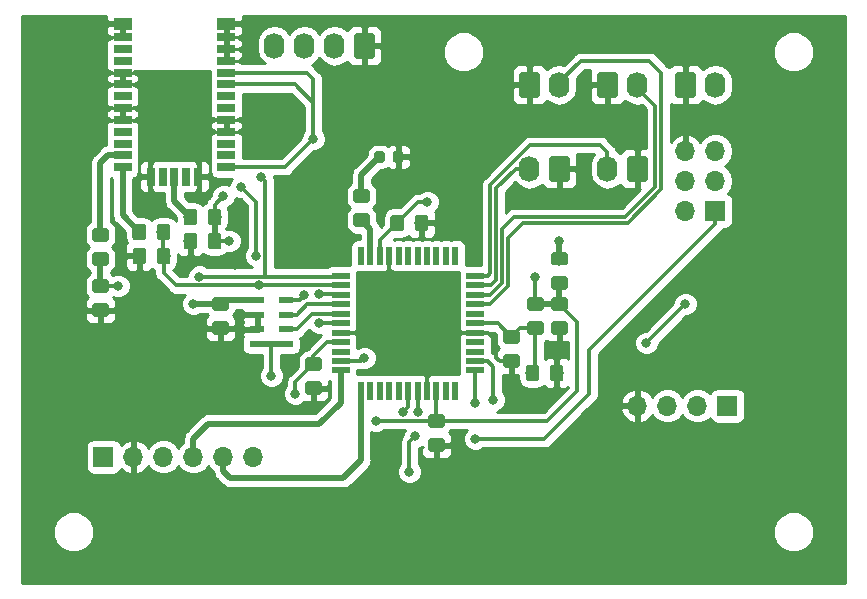
<source format=gbr>
G04 #@! TF.GenerationSoftware,KiCad,Pcbnew,5.0.1*
G04 #@! TF.CreationDate,2018-10-29T22:02:58-05:00*
G04 #@! TF.ProjectId,RDP-Environmental,5244502D456E7669726F6E6D656E7461,01*
G04 #@! TF.SameCoordinates,Original*
G04 #@! TF.FileFunction,Copper,L1,Top,Signal*
G04 #@! TF.FilePolarity,Positive*
%FSLAX46Y46*%
G04 Gerber Fmt 4.6, Leading zero omitted, Abs format (unit mm)*
G04 Created by KiCad (PCBNEW 5.0.1) date Mon 29 Oct 2018 10:02:58 PM CDT*
%MOMM*%
%LPD*%
G01*
G04 APERTURE LIST*
G04 #@! TA.AperFunction,Conductor*
%ADD10C,0.100000*%
G04 #@! TD*
G04 #@! TA.AperFunction,SMDPad,CuDef*
%ADD11C,1.150000*%
G04 #@! TD*
G04 #@! TA.AperFunction,SMDPad,CuDef*
%ADD12C,0.875000*%
G04 #@! TD*
G04 #@! TA.AperFunction,ComponentPad*
%ADD13R,1.700000X1.700000*%
G04 #@! TD*
G04 #@! TA.AperFunction,ComponentPad*
%ADD14O,1.700000X1.700000*%
G04 #@! TD*
G04 #@! TA.AperFunction,ComponentPad*
%ADD15O,1.740000X2.200000*%
G04 #@! TD*
G04 #@! TA.AperFunction,ComponentPad*
%ADD16C,1.740000*%
G04 #@! TD*
G04 #@! TA.AperFunction,SMDPad,CuDef*
%ADD17R,1.310000X0.530000*%
G04 #@! TD*
G04 #@! TA.AperFunction,SMDPad,CuDef*
%ADD18R,0.550000X1.500000*%
G04 #@! TD*
G04 #@! TA.AperFunction,SMDPad,CuDef*
%ADD19R,1.500000X0.550000*%
G04 #@! TD*
G04 #@! TA.AperFunction,SMDPad,CuDef*
%ADD20R,1.500000X0.700000*%
G04 #@! TD*
G04 #@! TA.AperFunction,SMDPad,CuDef*
%ADD21R,1.500000X1.000000*%
G04 #@! TD*
G04 #@! TA.AperFunction,SMDPad,CuDef*
%ADD22R,0.700000X1.500000*%
G04 #@! TD*
G04 #@! TA.AperFunction,ViaPad*
%ADD23C,0.800000*%
G04 #@! TD*
G04 #@! TA.AperFunction,Conductor*
%ADD24C,0.300000*%
G04 #@! TD*
G04 #@! TA.AperFunction,Conductor*
%ADD25C,0.500000*%
G04 #@! TD*
G04 #@! TA.AperFunction,Conductor*
%ADD26C,0.254000*%
G04 #@! TD*
G04 APERTURE END LIST*
D10*
G04 #@! TO.N,Net-(C3-Pad1)*
G04 #@! TO.C,C3*
G36*
X65498505Y-48956204D02*
X65522773Y-48959804D01*
X65546572Y-48965765D01*
X65569671Y-48974030D01*
X65591850Y-48984520D01*
X65612893Y-48997132D01*
X65632599Y-49011747D01*
X65650777Y-49028223D01*
X65667253Y-49046401D01*
X65681868Y-49066107D01*
X65694480Y-49087150D01*
X65704970Y-49109329D01*
X65713235Y-49132428D01*
X65719196Y-49156227D01*
X65722796Y-49180495D01*
X65724000Y-49204999D01*
X65724000Y-49855001D01*
X65722796Y-49879505D01*
X65719196Y-49903773D01*
X65713235Y-49927572D01*
X65704970Y-49950671D01*
X65694480Y-49972850D01*
X65681868Y-49993893D01*
X65667253Y-50013599D01*
X65650777Y-50031777D01*
X65632599Y-50048253D01*
X65612893Y-50062868D01*
X65591850Y-50075480D01*
X65569671Y-50085970D01*
X65546572Y-50094235D01*
X65522773Y-50100196D01*
X65498505Y-50103796D01*
X65474001Y-50105000D01*
X64573999Y-50105000D01*
X64549495Y-50103796D01*
X64525227Y-50100196D01*
X64501428Y-50094235D01*
X64478329Y-50085970D01*
X64456150Y-50075480D01*
X64435107Y-50062868D01*
X64415401Y-50048253D01*
X64397223Y-50031777D01*
X64380747Y-50013599D01*
X64366132Y-49993893D01*
X64353520Y-49972850D01*
X64343030Y-49950671D01*
X64334765Y-49927572D01*
X64328804Y-49903773D01*
X64325204Y-49879505D01*
X64324000Y-49855001D01*
X64324000Y-49204999D01*
X64325204Y-49180495D01*
X64328804Y-49156227D01*
X64334765Y-49132428D01*
X64343030Y-49109329D01*
X64353520Y-49087150D01*
X64366132Y-49066107D01*
X64380747Y-49046401D01*
X64397223Y-49028223D01*
X64415401Y-49011747D01*
X64435107Y-48997132D01*
X64456150Y-48984520D01*
X64478329Y-48974030D01*
X64501428Y-48965765D01*
X64525227Y-48959804D01*
X64549495Y-48956204D01*
X64573999Y-48955000D01*
X65474001Y-48955000D01*
X65498505Y-48956204D01*
X65498505Y-48956204D01*
G37*
D11*
G04 #@! TD*
G04 #@! TO.P,C3,1*
G04 #@! TO.N,Net-(C3-Pad1)*
X65024000Y-49530000D03*
D10*
G04 #@! TO.N,GND*
G04 #@! TO.C,C3*
G36*
X65498505Y-51006204D02*
X65522773Y-51009804D01*
X65546572Y-51015765D01*
X65569671Y-51024030D01*
X65591850Y-51034520D01*
X65612893Y-51047132D01*
X65632599Y-51061747D01*
X65650777Y-51078223D01*
X65667253Y-51096401D01*
X65681868Y-51116107D01*
X65694480Y-51137150D01*
X65704970Y-51159329D01*
X65713235Y-51182428D01*
X65719196Y-51206227D01*
X65722796Y-51230495D01*
X65724000Y-51254999D01*
X65724000Y-51905001D01*
X65722796Y-51929505D01*
X65719196Y-51953773D01*
X65713235Y-51977572D01*
X65704970Y-52000671D01*
X65694480Y-52022850D01*
X65681868Y-52043893D01*
X65667253Y-52063599D01*
X65650777Y-52081777D01*
X65632599Y-52098253D01*
X65612893Y-52112868D01*
X65591850Y-52125480D01*
X65569671Y-52135970D01*
X65546572Y-52144235D01*
X65522773Y-52150196D01*
X65498505Y-52153796D01*
X65474001Y-52155000D01*
X64573999Y-52155000D01*
X64549495Y-52153796D01*
X64525227Y-52150196D01*
X64501428Y-52144235D01*
X64478329Y-52135970D01*
X64456150Y-52125480D01*
X64435107Y-52112868D01*
X64415401Y-52098253D01*
X64397223Y-52081777D01*
X64380747Y-52063599D01*
X64366132Y-52043893D01*
X64353520Y-52022850D01*
X64343030Y-52000671D01*
X64334765Y-51977572D01*
X64328804Y-51953773D01*
X64325204Y-51929505D01*
X64324000Y-51905001D01*
X64324000Y-51254999D01*
X64325204Y-51230495D01*
X64328804Y-51206227D01*
X64334765Y-51182428D01*
X64343030Y-51159329D01*
X64353520Y-51137150D01*
X64366132Y-51116107D01*
X64380747Y-51096401D01*
X64397223Y-51078223D01*
X64415401Y-51061747D01*
X64435107Y-51047132D01*
X64456150Y-51034520D01*
X64478329Y-51024030D01*
X64501428Y-51015765D01*
X64525227Y-51009804D01*
X64549495Y-51006204D01*
X64573999Y-51005000D01*
X65474001Y-51005000D01*
X65498505Y-51006204D01*
X65498505Y-51006204D01*
G37*
D11*
G04 #@! TD*
G04 #@! TO.P,C3,2*
G04 #@! TO.N,GND*
X65024000Y-51580000D03*
D10*
G04 #@! TO.N,GND*
G04 #@! TO.C,C2*
G36*
X57753505Y-39179204D02*
X57777773Y-39182804D01*
X57801572Y-39188765D01*
X57824671Y-39197030D01*
X57846850Y-39207520D01*
X57867893Y-39220132D01*
X57887599Y-39234747D01*
X57905777Y-39251223D01*
X57922253Y-39269401D01*
X57936868Y-39289107D01*
X57949480Y-39310150D01*
X57959970Y-39332329D01*
X57968235Y-39355428D01*
X57974196Y-39379227D01*
X57977796Y-39403495D01*
X57979000Y-39427999D01*
X57979000Y-40328001D01*
X57977796Y-40352505D01*
X57974196Y-40376773D01*
X57968235Y-40400572D01*
X57959970Y-40423671D01*
X57949480Y-40445850D01*
X57936868Y-40466893D01*
X57922253Y-40486599D01*
X57905777Y-40504777D01*
X57887599Y-40521253D01*
X57867893Y-40535868D01*
X57846850Y-40548480D01*
X57824671Y-40558970D01*
X57801572Y-40567235D01*
X57777773Y-40573196D01*
X57753505Y-40576796D01*
X57729001Y-40578000D01*
X57078999Y-40578000D01*
X57054495Y-40576796D01*
X57030227Y-40573196D01*
X57006428Y-40567235D01*
X56983329Y-40558970D01*
X56961150Y-40548480D01*
X56940107Y-40535868D01*
X56920401Y-40521253D01*
X56902223Y-40504777D01*
X56885747Y-40486599D01*
X56871132Y-40466893D01*
X56858520Y-40445850D01*
X56848030Y-40423671D01*
X56839765Y-40400572D01*
X56833804Y-40376773D01*
X56830204Y-40352505D01*
X56829000Y-40328001D01*
X56829000Y-39427999D01*
X56830204Y-39403495D01*
X56833804Y-39379227D01*
X56839765Y-39355428D01*
X56848030Y-39332329D01*
X56858520Y-39310150D01*
X56871132Y-39289107D01*
X56885747Y-39269401D01*
X56902223Y-39251223D01*
X56920401Y-39234747D01*
X56940107Y-39220132D01*
X56961150Y-39207520D01*
X56983329Y-39197030D01*
X57006428Y-39188765D01*
X57030227Y-39182804D01*
X57054495Y-39179204D01*
X57078999Y-39178000D01*
X57729001Y-39178000D01*
X57753505Y-39179204D01*
X57753505Y-39179204D01*
G37*
D11*
G04 #@! TD*
G04 #@! TO.P,C2,2*
G04 #@! TO.N,GND*
X57404000Y-39878000D03*
D10*
G04 #@! TO.N,Net-(C1-Pad1)*
G04 #@! TO.C,C2*
G36*
X55703505Y-39179204D02*
X55727773Y-39182804D01*
X55751572Y-39188765D01*
X55774671Y-39197030D01*
X55796850Y-39207520D01*
X55817893Y-39220132D01*
X55837599Y-39234747D01*
X55855777Y-39251223D01*
X55872253Y-39269401D01*
X55886868Y-39289107D01*
X55899480Y-39310150D01*
X55909970Y-39332329D01*
X55918235Y-39355428D01*
X55924196Y-39379227D01*
X55927796Y-39403495D01*
X55929000Y-39427999D01*
X55929000Y-40328001D01*
X55927796Y-40352505D01*
X55924196Y-40376773D01*
X55918235Y-40400572D01*
X55909970Y-40423671D01*
X55899480Y-40445850D01*
X55886868Y-40466893D01*
X55872253Y-40486599D01*
X55855777Y-40504777D01*
X55837599Y-40521253D01*
X55817893Y-40535868D01*
X55796850Y-40548480D01*
X55774671Y-40558970D01*
X55751572Y-40567235D01*
X55727773Y-40573196D01*
X55703505Y-40576796D01*
X55679001Y-40578000D01*
X55028999Y-40578000D01*
X55004495Y-40576796D01*
X54980227Y-40573196D01*
X54956428Y-40567235D01*
X54933329Y-40558970D01*
X54911150Y-40548480D01*
X54890107Y-40535868D01*
X54870401Y-40521253D01*
X54852223Y-40504777D01*
X54835747Y-40486599D01*
X54821132Y-40466893D01*
X54808520Y-40445850D01*
X54798030Y-40423671D01*
X54789765Y-40400572D01*
X54783804Y-40376773D01*
X54780204Y-40352505D01*
X54779000Y-40328001D01*
X54779000Y-39427999D01*
X54780204Y-39403495D01*
X54783804Y-39379227D01*
X54789765Y-39355428D01*
X54798030Y-39332329D01*
X54808520Y-39310150D01*
X54821132Y-39289107D01*
X54835747Y-39269401D01*
X54852223Y-39251223D01*
X54870401Y-39234747D01*
X54890107Y-39220132D01*
X54911150Y-39207520D01*
X54933329Y-39197030D01*
X54956428Y-39188765D01*
X54980227Y-39182804D01*
X55004495Y-39179204D01*
X55028999Y-39178000D01*
X55679001Y-39178000D01*
X55703505Y-39179204D01*
X55703505Y-39179204D01*
G37*
D11*
G04 #@! TD*
G04 #@! TO.P,C2,1*
G04 #@! TO.N,Net-(C1-Pad1)*
X55354000Y-39878000D03*
D10*
G04 #@! TO.N,Net-(C1-Pad1)*
G04 #@! TO.C,C2*
G36*
X48734505Y-51242204D02*
X48758773Y-51245804D01*
X48782572Y-51251765D01*
X48805671Y-51260030D01*
X48827850Y-51270520D01*
X48848893Y-51283132D01*
X48868599Y-51297747D01*
X48886777Y-51314223D01*
X48903253Y-51332401D01*
X48917868Y-51352107D01*
X48930480Y-51373150D01*
X48940970Y-51395329D01*
X48949235Y-51418428D01*
X48955196Y-51442227D01*
X48958796Y-51466495D01*
X48960000Y-51490999D01*
X48960000Y-52141001D01*
X48958796Y-52165505D01*
X48955196Y-52189773D01*
X48949235Y-52213572D01*
X48940970Y-52236671D01*
X48930480Y-52258850D01*
X48917868Y-52279893D01*
X48903253Y-52299599D01*
X48886777Y-52317777D01*
X48868599Y-52334253D01*
X48848893Y-52348868D01*
X48827850Y-52361480D01*
X48805671Y-52371970D01*
X48782572Y-52380235D01*
X48758773Y-52386196D01*
X48734505Y-52389796D01*
X48710001Y-52391000D01*
X47809999Y-52391000D01*
X47785495Y-52389796D01*
X47761227Y-52386196D01*
X47737428Y-52380235D01*
X47714329Y-52371970D01*
X47692150Y-52361480D01*
X47671107Y-52348868D01*
X47651401Y-52334253D01*
X47633223Y-52317777D01*
X47616747Y-52299599D01*
X47602132Y-52279893D01*
X47589520Y-52258850D01*
X47579030Y-52236671D01*
X47570765Y-52213572D01*
X47564804Y-52189773D01*
X47561204Y-52165505D01*
X47560000Y-52141001D01*
X47560000Y-51490999D01*
X47561204Y-51466495D01*
X47564804Y-51442227D01*
X47570765Y-51418428D01*
X47579030Y-51395329D01*
X47589520Y-51373150D01*
X47602132Y-51352107D01*
X47616747Y-51332401D01*
X47633223Y-51314223D01*
X47651401Y-51297747D01*
X47671107Y-51283132D01*
X47692150Y-51270520D01*
X47714329Y-51260030D01*
X47737428Y-51251765D01*
X47761227Y-51245804D01*
X47785495Y-51242204D01*
X47809999Y-51241000D01*
X48710001Y-51241000D01*
X48734505Y-51242204D01*
X48734505Y-51242204D01*
G37*
D11*
G04 #@! TD*
G04 #@! TO.P,C2,1*
G04 #@! TO.N,Net-(C1-Pad1)*
X48260000Y-51816000D03*
D10*
G04 #@! TO.N,GND*
G04 #@! TO.C,C2*
G36*
X48734505Y-53292204D02*
X48758773Y-53295804D01*
X48782572Y-53301765D01*
X48805671Y-53310030D01*
X48827850Y-53320520D01*
X48848893Y-53333132D01*
X48868599Y-53347747D01*
X48886777Y-53364223D01*
X48903253Y-53382401D01*
X48917868Y-53402107D01*
X48930480Y-53423150D01*
X48940970Y-53445329D01*
X48949235Y-53468428D01*
X48955196Y-53492227D01*
X48958796Y-53516495D01*
X48960000Y-53540999D01*
X48960000Y-54191001D01*
X48958796Y-54215505D01*
X48955196Y-54239773D01*
X48949235Y-54263572D01*
X48940970Y-54286671D01*
X48930480Y-54308850D01*
X48917868Y-54329893D01*
X48903253Y-54349599D01*
X48886777Y-54367777D01*
X48868599Y-54384253D01*
X48848893Y-54398868D01*
X48827850Y-54411480D01*
X48805671Y-54421970D01*
X48782572Y-54430235D01*
X48758773Y-54436196D01*
X48734505Y-54439796D01*
X48710001Y-54441000D01*
X47809999Y-54441000D01*
X47785495Y-54439796D01*
X47761227Y-54436196D01*
X47737428Y-54430235D01*
X47714329Y-54421970D01*
X47692150Y-54411480D01*
X47671107Y-54398868D01*
X47651401Y-54384253D01*
X47633223Y-54367777D01*
X47616747Y-54349599D01*
X47602132Y-54329893D01*
X47589520Y-54308850D01*
X47579030Y-54286671D01*
X47570765Y-54263572D01*
X47564804Y-54239773D01*
X47561204Y-54215505D01*
X47560000Y-54191001D01*
X47560000Y-53540999D01*
X47561204Y-53516495D01*
X47564804Y-53492227D01*
X47570765Y-53468428D01*
X47579030Y-53445329D01*
X47589520Y-53423150D01*
X47602132Y-53402107D01*
X47616747Y-53382401D01*
X47633223Y-53364223D01*
X47651401Y-53347747D01*
X47671107Y-53333132D01*
X47692150Y-53320520D01*
X47714329Y-53310030D01*
X47737428Y-53301765D01*
X47761227Y-53295804D01*
X47785495Y-53292204D01*
X47809999Y-53291000D01*
X48710001Y-53291000D01*
X48734505Y-53292204D01*
X48734505Y-53292204D01*
G37*
D11*
G04 #@! TD*
G04 #@! TO.P,C2,2*
G04 #@! TO.N,GND*
X48260000Y-53866000D03*
D10*
G04 #@! TO.N,GND*
G04 #@! TO.C,C1*
G36*
X69562505Y-48212204D02*
X69586773Y-48215804D01*
X69610572Y-48221765D01*
X69633671Y-48230030D01*
X69655850Y-48240520D01*
X69676893Y-48253132D01*
X69696599Y-48267747D01*
X69714777Y-48284223D01*
X69731253Y-48302401D01*
X69745868Y-48322107D01*
X69758480Y-48343150D01*
X69768970Y-48365329D01*
X69777235Y-48388428D01*
X69783196Y-48412227D01*
X69786796Y-48436495D01*
X69788000Y-48460999D01*
X69788000Y-49111001D01*
X69786796Y-49135505D01*
X69783196Y-49159773D01*
X69777235Y-49183572D01*
X69768970Y-49206671D01*
X69758480Y-49228850D01*
X69745868Y-49249893D01*
X69731253Y-49269599D01*
X69714777Y-49287777D01*
X69696599Y-49304253D01*
X69676893Y-49318868D01*
X69655850Y-49331480D01*
X69633671Y-49341970D01*
X69610572Y-49350235D01*
X69586773Y-49356196D01*
X69562505Y-49359796D01*
X69538001Y-49361000D01*
X68637999Y-49361000D01*
X68613495Y-49359796D01*
X68589227Y-49356196D01*
X68565428Y-49350235D01*
X68542329Y-49341970D01*
X68520150Y-49331480D01*
X68499107Y-49318868D01*
X68479401Y-49304253D01*
X68461223Y-49287777D01*
X68444747Y-49269599D01*
X68430132Y-49249893D01*
X68417520Y-49228850D01*
X68407030Y-49206671D01*
X68398765Y-49183572D01*
X68392804Y-49159773D01*
X68389204Y-49135505D01*
X68388000Y-49111001D01*
X68388000Y-48460999D01*
X68389204Y-48436495D01*
X68392804Y-48412227D01*
X68398765Y-48388428D01*
X68407030Y-48365329D01*
X68417520Y-48343150D01*
X68430132Y-48322107D01*
X68444747Y-48302401D01*
X68461223Y-48284223D01*
X68479401Y-48267747D01*
X68499107Y-48253132D01*
X68520150Y-48240520D01*
X68542329Y-48230030D01*
X68565428Y-48221765D01*
X68589227Y-48215804D01*
X68613495Y-48212204D01*
X68637999Y-48211000D01*
X69538001Y-48211000D01*
X69562505Y-48212204D01*
X69562505Y-48212204D01*
G37*
D11*
G04 #@! TD*
G04 #@! TO.P,C1,2*
G04 #@! TO.N,GND*
X69088000Y-48786000D03*
D10*
G04 #@! TO.N,Net-(C1-Pad1)*
G04 #@! TO.C,C1*
G36*
X69562505Y-46162204D02*
X69586773Y-46165804D01*
X69610572Y-46171765D01*
X69633671Y-46180030D01*
X69655850Y-46190520D01*
X69676893Y-46203132D01*
X69696599Y-46217747D01*
X69714777Y-46234223D01*
X69731253Y-46252401D01*
X69745868Y-46272107D01*
X69758480Y-46293150D01*
X69768970Y-46315329D01*
X69777235Y-46338428D01*
X69783196Y-46362227D01*
X69786796Y-46386495D01*
X69788000Y-46410999D01*
X69788000Y-47061001D01*
X69786796Y-47085505D01*
X69783196Y-47109773D01*
X69777235Y-47133572D01*
X69768970Y-47156671D01*
X69758480Y-47178850D01*
X69745868Y-47199893D01*
X69731253Y-47219599D01*
X69714777Y-47237777D01*
X69696599Y-47254253D01*
X69676893Y-47268868D01*
X69655850Y-47281480D01*
X69633671Y-47291970D01*
X69610572Y-47300235D01*
X69586773Y-47306196D01*
X69562505Y-47309796D01*
X69538001Y-47311000D01*
X68637999Y-47311000D01*
X68613495Y-47309796D01*
X68589227Y-47306196D01*
X68565428Y-47300235D01*
X68542329Y-47291970D01*
X68520150Y-47281480D01*
X68499107Y-47268868D01*
X68479401Y-47254253D01*
X68461223Y-47237777D01*
X68444747Y-47219599D01*
X68430132Y-47199893D01*
X68417520Y-47178850D01*
X68407030Y-47156671D01*
X68398765Y-47133572D01*
X68392804Y-47109773D01*
X68389204Y-47085505D01*
X68388000Y-47061001D01*
X68388000Y-46410999D01*
X68389204Y-46386495D01*
X68392804Y-46362227D01*
X68398765Y-46338428D01*
X68407030Y-46315329D01*
X68417520Y-46293150D01*
X68430132Y-46272107D01*
X68444747Y-46252401D01*
X68461223Y-46234223D01*
X68479401Y-46217747D01*
X68499107Y-46203132D01*
X68520150Y-46190520D01*
X68542329Y-46180030D01*
X68565428Y-46171765D01*
X68589227Y-46165804D01*
X68613495Y-46162204D01*
X68637999Y-46161000D01*
X69538001Y-46161000D01*
X69562505Y-46162204D01*
X69562505Y-46162204D01*
G37*
D11*
G04 #@! TD*
G04 #@! TO.P,C1,1*
G04 #@! TO.N,Net-(C1-Pad1)*
X69088000Y-46736000D03*
D10*
G04 #@! TO.N,Net-(C1-Pad1)*
G04 #@! TO.C,C2*
G36*
X59148505Y-56068204D02*
X59172773Y-56071804D01*
X59196572Y-56077765D01*
X59219671Y-56086030D01*
X59241850Y-56096520D01*
X59262893Y-56109132D01*
X59282599Y-56123747D01*
X59300777Y-56140223D01*
X59317253Y-56158401D01*
X59331868Y-56178107D01*
X59344480Y-56199150D01*
X59354970Y-56221329D01*
X59363235Y-56244428D01*
X59369196Y-56268227D01*
X59372796Y-56292495D01*
X59374000Y-56316999D01*
X59374000Y-56967001D01*
X59372796Y-56991505D01*
X59369196Y-57015773D01*
X59363235Y-57039572D01*
X59354970Y-57062671D01*
X59344480Y-57084850D01*
X59331868Y-57105893D01*
X59317253Y-57125599D01*
X59300777Y-57143777D01*
X59282599Y-57160253D01*
X59262893Y-57174868D01*
X59241850Y-57187480D01*
X59219671Y-57197970D01*
X59196572Y-57206235D01*
X59172773Y-57212196D01*
X59148505Y-57215796D01*
X59124001Y-57217000D01*
X58223999Y-57217000D01*
X58199495Y-57215796D01*
X58175227Y-57212196D01*
X58151428Y-57206235D01*
X58128329Y-57197970D01*
X58106150Y-57187480D01*
X58085107Y-57174868D01*
X58065401Y-57160253D01*
X58047223Y-57143777D01*
X58030747Y-57125599D01*
X58016132Y-57105893D01*
X58003520Y-57084850D01*
X57993030Y-57062671D01*
X57984765Y-57039572D01*
X57978804Y-57015773D01*
X57975204Y-56991505D01*
X57974000Y-56967001D01*
X57974000Y-56316999D01*
X57975204Y-56292495D01*
X57978804Y-56268227D01*
X57984765Y-56244428D01*
X57993030Y-56221329D01*
X58003520Y-56199150D01*
X58016132Y-56178107D01*
X58030747Y-56158401D01*
X58047223Y-56140223D01*
X58065401Y-56123747D01*
X58085107Y-56109132D01*
X58106150Y-56096520D01*
X58128329Y-56086030D01*
X58151428Y-56077765D01*
X58175227Y-56071804D01*
X58199495Y-56068204D01*
X58223999Y-56067000D01*
X59124001Y-56067000D01*
X59148505Y-56068204D01*
X59148505Y-56068204D01*
G37*
D11*
G04 #@! TD*
G04 #@! TO.P,C2,1*
G04 #@! TO.N,Net-(C1-Pad1)*
X58674000Y-56642000D03*
D10*
G04 #@! TO.N,GND*
G04 #@! TO.C,C2*
G36*
X59148505Y-58118204D02*
X59172773Y-58121804D01*
X59196572Y-58127765D01*
X59219671Y-58136030D01*
X59241850Y-58146520D01*
X59262893Y-58159132D01*
X59282599Y-58173747D01*
X59300777Y-58190223D01*
X59317253Y-58208401D01*
X59331868Y-58228107D01*
X59344480Y-58249150D01*
X59354970Y-58271329D01*
X59363235Y-58294428D01*
X59369196Y-58318227D01*
X59372796Y-58342495D01*
X59374000Y-58366999D01*
X59374000Y-59017001D01*
X59372796Y-59041505D01*
X59369196Y-59065773D01*
X59363235Y-59089572D01*
X59354970Y-59112671D01*
X59344480Y-59134850D01*
X59331868Y-59155893D01*
X59317253Y-59175599D01*
X59300777Y-59193777D01*
X59282599Y-59210253D01*
X59262893Y-59224868D01*
X59241850Y-59237480D01*
X59219671Y-59247970D01*
X59196572Y-59256235D01*
X59172773Y-59262196D01*
X59148505Y-59265796D01*
X59124001Y-59267000D01*
X58223999Y-59267000D01*
X58199495Y-59265796D01*
X58175227Y-59262196D01*
X58151428Y-59256235D01*
X58128329Y-59247970D01*
X58106150Y-59237480D01*
X58085107Y-59224868D01*
X58065401Y-59210253D01*
X58047223Y-59193777D01*
X58030747Y-59175599D01*
X58016132Y-59155893D01*
X58003520Y-59134850D01*
X57993030Y-59112671D01*
X57984765Y-59089572D01*
X57978804Y-59065773D01*
X57975204Y-59041505D01*
X57974000Y-59017001D01*
X57974000Y-58366999D01*
X57975204Y-58342495D01*
X57978804Y-58318227D01*
X57984765Y-58294428D01*
X57993030Y-58271329D01*
X58003520Y-58249150D01*
X58016132Y-58228107D01*
X58030747Y-58208401D01*
X58047223Y-58190223D01*
X58065401Y-58173747D01*
X58085107Y-58159132D01*
X58106150Y-58146520D01*
X58128329Y-58136030D01*
X58151428Y-58127765D01*
X58175227Y-58121804D01*
X58199495Y-58118204D01*
X58223999Y-58117000D01*
X59124001Y-58117000D01*
X59148505Y-58118204D01*
X59148505Y-58118204D01*
G37*
D11*
G04 #@! TD*
G04 #@! TO.P,C2,2*
G04 #@! TO.N,GND*
X58674000Y-58692000D03*
D10*
G04 #@! TO.N,Net-(C3-Pad1)*
G04 #@! TO.C,C4*
G36*
X67151505Y-51879204D02*
X67175773Y-51882804D01*
X67199572Y-51888765D01*
X67222671Y-51897030D01*
X67244850Y-51907520D01*
X67265893Y-51920132D01*
X67285599Y-51934747D01*
X67303777Y-51951223D01*
X67320253Y-51969401D01*
X67334868Y-51989107D01*
X67347480Y-52010150D01*
X67357970Y-52032329D01*
X67366235Y-52055428D01*
X67372196Y-52079227D01*
X67375796Y-52103495D01*
X67377000Y-52127999D01*
X67377000Y-53028001D01*
X67375796Y-53052505D01*
X67372196Y-53076773D01*
X67366235Y-53100572D01*
X67357970Y-53123671D01*
X67347480Y-53145850D01*
X67334868Y-53166893D01*
X67320253Y-53186599D01*
X67303777Y-53204777D01*
X67285599Y-53221253D01*
X67265893Y-53235868D01*
X67244850Y-53248480D01*
X67222671Y-53258970D01*
X67199572Y-53267235D01*
X67175773Y-53273196D01*
X67151505Y-53276796D01*
X67127001Y-53278000D01*
X66476999Y-53278000D01*
X66452495Y-53276796D01*
X66428227Y-53273196D01*
X66404428Y-53267235D01*
X66381329Y-53258970D01*
X66359150Y-53248480D01*
X66338107Y-53235868D01*
X66318401Y-53221253D01*
X66300223Y-53204777D01*
X66283747Y-53186599D01*
X66269132Y-53166893D01*
X66256520Y-53145850D01*
X66246030Y-53123671D01*
X66237765Y-53100572D01*
X66231804Y-53076773D01*
X66228204Y-53052505D01*
X66227000Y-53028001D01*
X66227000Y-52127999D01*
X66228204Y-52103495D01*
X66231804Y-52079227D01*
X66237765Y-52055428D01*
X66246030Y-52032329D01*
X66256520Y-52010150D01*
X66269132Y-51989107D01*
X66283747Y-51969401D01*
X66300223Y-51951223D01*
X66318401Y-51934747D01*
X66338107Y-51920132D01*
X66359150Y-51907520D01*
X66381329Y-51897030D01*
X66404428Y-51888765D01*
X66428227Y-51882804D01*
X66452495Y-51879204D01*
X66476999Y-51878000D01*
X67127001Y-51878000D01*
X67151505Y-51879204D01*
X67151505Y-51879204D01*
G37*
D11*
G04 #@! TD*
G04 #@! TO.P,C4,2*
G04 #@! TO.N,Net-(C3-Pad1)*
X66802000Y-52578000D03*
D10*
G04 #@! TO.N,GND*
G04 #@! TO.C,C4*
G36*
X69201505Y-51879204D02*
X69225773Y-51882804D01*
X69249572Y-51888765D01*
X69272671Y-51897030D01*
X69294850Y-51907520D01*
X69315893Y-51920132D01*
X69335599Y-51934747D01*
X69353777Y-51951223D01*
X69370253Y-51969401D01*
X69384868Y-51989107D01*
X69397480Y-52010150D01*
X69407970Y-52032329D01*
X69416235Y-52055428D01*
X69422196Y-52079227D01*
X69425796Y-52103495D01*
X69427000Y-52127999D01*
X69427000Y-53028001D01*
X69425796Y-53052505D01*
X69422196Y-53076773D01*
X69416235Y-53100572D01*
X69407970Y-53123671D01*
X69397480Y-53145850D01*
X69384868Y-53166893D01*
X69370253Y-53186599D01*
X69353777Y-53204777D01*
X69335599Y-53221253D01*
X69315893Y-53235868D01*
X69294850Y-53248480D01*
X69272671Y-53258970D01*
X69249572Y-53267235D01*
X69225773Y-53273196D01*
X69201505Y-53276796D01*
X69177001Y-53278000D01*
X68526999Y-53278000D01*
X68502495Y-53276796D01*
X68478227Y-53273196D01*
X68454428Y-53267235D01*
X68431329Y-53258970D01*
X68409150Y-53248480D01*
X68388107Y-53235868D01*
X68368401Y-53221253D01*
X68350223Y-53204777D01*
X68333747Y-53186599D01*
X68319132Y-53166893D01*
X68306520Y-53145850D01*
X68296030Y-53123671D01*
X68287765Y-53100572D01*
X68281804Y-53076773D01*
X68278204Y-53052505D01*
X68277000Y-53028001D01*
X68277000Y-52127999D01*
X68278204Y-52103495D01*
X68281804Y-52079227D01*
X68287765Y-52055428D01*
X68296030Y-52032329D01*
X68306520Y-52010150D01*
X68319132Y-51989107D01*
X68333747Y-51969401D01*
X68350223Y-51951223D01*
X68368401Y-51934747D01*
X68388107Y-51920132D01*
X68409150Y-51907520D01*
X68431329Y-51897030D01*
X68454428Y-51888765D01*
X68478227Y-51882804D01*
X68502495Y-51879204D01*
X68526999Y-51878000D01*
X69177001Y-51878000D01*
X69201505Y-51879204D01*
X69201505Y-51879204D01*
G37*
D11*
G04 #@! TD*
G04 #@! TO.P,C4,1*
G04 #@! TO.N,GND*
X68852000Y-52578000D03*
D10*
G04 #@! TO.N,GND*
G04 #@! TO.C,C5*
G36*
X40860505Y-48212204D02*
X40884773Y-48215804D01*
X40908572Y-48221765D01*
X40931671Y-48230030D01*
X40953850Y-48240520D01*
X40974893Y-48253132D01*
X40994599Y-48267747D01*
X41012777Y-48284223D01*
X41029253Y-48302401D01*
X41043868Y-48322107D01*
X41056480Y-48343150D01*
X41066970Y-48365329D01*
X41075235Y-48388428D01*
X41081196Y-48412227D01*
X41084796Y-48436495D01*
X41086000Y-48460999D01*
X41086000Y-49111001D01*
X41084796Y-49135505D01*
X41081196Y-49159773D01*
X41075235Y-49183572D01*
X41066970Y-49206671D01*
X41056480Y-49228850D01*
X41043868Y-49249893D01*
X41029253Y-49269599D01*
X41012777Y-49287777D01*
X40994599Y-49304253D01*
X40974893Y-49318868D01*
X40953850Y-49331480D01*
X40931671Y-49341970D01*
X40908572Y-49350235D01*
X40884773Y-49356196D01*
X40860505Y-49359796D01*
X40836001Y-49361000D01*
X39935999Y-49361000D01*
X39911495Y-49359796D01*
X39887227Y-49356196D01*
X39863428Y-49350235D01*
X39840329Y-49341970D01*
X39818150Y-49331480D01*
X39797107Y-49318868D01*
X39777401Y-49304253D01*
X39759223Y-49287777D01*
X39742747Y-49269599D01*
X39728132Y-49249893D01*
X39715520Y-49228850D01*
X39705030Y-49206671D01*
X39696765Y-49183572D01*
X39690804Y-49159773D01*
X39687204Y-49135505D01*
X39686000Y-49111001D01*
X39686000Y-48460999D01*
X39687204Y-48436495D01*
X39690804Y-48412227D01*
X39696765Y-48388428D01*
X39705030Y-48365329D01*
X39715520Y-48343150D01*
X39728132Y-48322107D01*
X39742747Y-48302401D01*
X39759223Y-48284223D01*
X39777401Y-48267747D01*
X39797107Y-48253132D01*
X39818150Y-48240520D01*
X39840329Y-48230030D01*
X39863428Y-48221765D01*
X39887227Y-48215804D01*
X39911495Y-48212204D01*
X39935999Y-48211000D01*
X40836001Y-48211000D01*
X40860505Y-48212204D01*
X40860505Y-48212204D01*
G37*
D11*
G04 #@! TD*
G04 #@! TO.P,C5,2*
G04 #@! TO.N,GND*
X40386000Y-48786000D03*
D10*
G04 #@! TO.N,+3V3*
G04 #@! TO.C,C5*
G36*
X40860505Y-46162204D02*
X40884773Y-46165804D01*
X40908572Y-46171765D01*
X40931671Y-46180030D01*
X40953850Y-46190520D01*
X40974893Y-46203132D01*
X40994599Y-46217747D01*
X41012777Y-46234223D01*
X41029253Y-46252401D01*
X41043868Y-46272107D01*
X41056480Y-46293150D01*
X41066970Y-46315329D01*
X41075235Y-46338428D01*
X41081196Y-46362227D01*
X41084796Y-46386495D01*
X41086000Y-46410999D01*
X41086000Y-47061001D01*
X41084796Y-47085505D01*
X41081196Y-47109773D01*
X41075235Y-47133572D01*
X41066970Y-47156671D01*
X41056480Y-47178850D01*
X41043868Y-47199893D01*
X41029253Y-47219599D01*
X41012777Y-47237777D01*
X40994599Y-47254253D01*
X40974893Y-47268868D01*
X40953850Y-47281480D01*
X40931671Y-47291970D01*
X40908572Y-47300235D01*
X40884773Y-47306196D01*
X40860505Y-47309796D01*
X40836001Y-47311000D01*
X39935999Y-47311000D01*
X39911495Y-47309796D01*
X39887227Y-47306196D01*
X39863428Y-47300235D01*
X39840329Y-47291970D01*
X39818150Y-47281480D01*
X39797107Y-47268868D01*
X39777401Y-47254253D01*
X39759223Y-47237777D01*
X39742747Y-47219599D01*
X39728132Y-47199893D01*
X39715520Y-47178850D01*
X39705030Y-47156671D01*
X39696765Y-47133572D01*
X39690804Y-47109773D01*
X39687204Y-47085505D01*
X39686000Y-47061001D01*
X39686000Y-46410999D01*
X39687204Y-46386495D01*
X39690804Y-46362227D01*
X39696765Y-46338428D01*
X39705030Y-46315329D01*
X39715520Y-46293150D01*
X39728132Y-46272107D01*
X39742747Y-46252401D01*
X39759223Y-46234223D01*
X39777401Y-46217747D01*
X39797107Y-46203132D01*
X39818150Y-46190520D01*
X39840329Y-46180030D01*
X39863428Y-46171765D01*
X39887227Y-46165804D01*
X39911495Y-46162204D01*
X39935999Y-46161000D01*
X40836001Y-46161000D01*
X40860505Y-46162204D01*
X40860505Y-46162204D01*
G37*
D11*
G04 #@! TD*
G04 #@! TO.P,C5,1*
G04 #@! TO.N,+3V3*
X40386000Y-46736000D03*
D10*
G04 #@! TO.N,GND*
G04 #@! TO.C,C6*
G36*
X30700505Y-46688204D02*
X30724773Y-46691804D01*
X30748572Y-46697765D01*
X30771671Y-46706030D01*
X30793850Y-46716520D01*
X30814893Y-46729132D01*
X30834599Y-46743747D01*
X30852777Y-46760223D01*
X30869253Y-46778401D01*
X30883868Y-46798107D01*
X30896480Y-46819150D01*
X30906970Y-46841329D01*
X30915235Y-46864428D01*
X30921196Y-46888227D01*
X30924796Y-46912495D01*
X30926000Y-46936999D01*
X30926000Y-47587001D01*
X30924796Y-47611505D01*
X30921196Y-47635773D01*
X30915235Y-47659572D01*
X30906970Y-47682671D01*
X30896480Y-47704850D01*
X30883868Y-47725893D01*
X30869253Y-47745599D01*
X30852777Y-47763777D01*
X30834599Y-47780253D01*
X30814893Y-47794868D01*
X30793850Y-47807480D01*
X30771671Y-47817970D01*
X30748572Y-47826235D01*
X30724773Y-47832196D01*
X30700505Y-47835796D01*
X30676001Y-47837000D01*
X29775999Y-47837000D01*
X29751495Y-47835796D01*
X29727227Y-47832196D01*
X29703428Y-47826235D01*
X29680329Y-47817970D01*
X29658150Y-47807480D01*
X29637107Y-47794868D01*
X29617401Y-47780253D01*
X29599223Y-47763777D01*
X29582747Y-47745599D01*
X29568132Y-47725893D01*
X29555520Y-47704850D01*
X29545030Y-47682671D01*
X29536765Y-47659572D01*
X29530804Y-47635773D01*
X29527204Y-47611505D01*
X29526000Y-47587001D01*
X29526000Y-46936999D01*
X29527204Y-46912495D01*
X29530804Y-46888227D01*
X29536765Y-46864428D01*
X29545030Y-46841329D01*
X29555520Y-46819150D01*
X29568132Y-46798107D01*
X29582747Y-46778401D01*
X29599223Y-46760223D01*
X29617401Y-46743747D01*
X29637107Y-46729132D01*
X29658150Y-46716520D01*
X29680329Y-46706030D01*
X29703428Y-46697765D01*
X29727227Y-46691804D01*
X29751495Y-46688204D01*
X29775999Y-46687000D01*
X30676001Y-46687000D01*
X30700505Y-46688204D01*
X30700505Y-46688204D01*
G37*
D11*
G04 #@! TD*
G04 #@! TO.P,C6,1*
G04 #@! TO.N,GND*
X30226000Y-47262000D03*
D10*
G04 #@! TO.N,/RXC*
G04 #@! TO.C,C6*
G36*
X30700505Y-44638204D02*
X30724773Y-44641804D01*
X30748572Y-44647765D01*
X30771671Y-44656030D01*
X30793850Y-44666520D01*
X30814893Y-44679132D01*
X30834599Y-44693747D01*
X30852777Y-44710223D01*
X30869253Y-44728401D01*
X30883868Y-44748107D01*
X30896480Y-44769150D01*
X30906970Y-44791329D01*
X30915235Y-44814428D01*
X30921196Y-44838227D01*
X30924796Y-44862495D01*
X30926000Y-44886999D01*
X30926000Y-45537001D01*
X30924796Y-45561505D01*
X30921196Y-45585773D01*
X30915235Y-45609572D01*
X30906970Y-45632671D01*
X30896480Y-45654850D01*
X30883868Y-45675893D01*
X30869253Y-45695599D01*
X30852777Y-45713777D01*
X30834599Y-45730253D01*
X30814893Y-45744868D01*
X30793850Y-45757480D01*
X30771671Y-45767970D01*
X30748572Y-45776235D01*
X30724773Y-45782196D01*
X30700505Y-45785796D01*
X30676001Y-45787000D01*
X29775999Y-45787000D01*
X29751495Y-45785796D01*
X29727227Y-45782196D01*
X29703428Y-45776235D01*
X29680329Y-45767970D01*
X29658150Y-45757480D01*
X29637107Y-45744868D01*
X29617401Y-45730253D01*
X29599223Y-45713777D01*
X29582747Y-45695599D01*
X29568132Y-45675893D01*
X29555520Y-45654850D01*
X29545030Y-45632671D01*
X29536765Y-45609572D01*
X29530804Y-45585773D01*
X29527204Y-45561505D01*
X29526000Y-45537001D01*
X29526000Y-44886999D01*
X29527204Y-44862495D01*
X29530804Y-44838227D01*
X29536765Y-44814428D01*
X29545030Y-44791329D01*
X29555520Y-44769150D01*
X29568132Y-44748107D01*
X29582747Y-44728401D01*
X29599223Y-44710223D01*
X29617401Y-44693747D01*
X29637107Y-44679132D01*
X29658150Y-44666520D01*
X29680329Y-44656030D01*
X29703428Y-44647765D01*
X29727227Y-44641804D01*
X29751495Y-44638204D01*
X29775999Y-44637000D01*
X30676001Y-44637000D01*
X30700505Y-44638204D01*
X30700505Y-44638204D01*
G37*
D11*
G04 #@! TD*
G04 #@! TO.P,C6,2*
G04 #@! TO.N,/RXC*
X30226000Y-45212000D03*
D10*
G04 #@! TO.N,/TXC*
G04 #@! TO.C,C7*
G36*
X35918505Y-41973204D02*
X35942773Y-41976804D01*
X35966572Y-41982765D01*
X35989671Y-41991030D01*
X36011850Y-42001520D01*
X36032893Y-42014132D01*
X36052599Y-42028747D01*
X36070777Y-42045223D01*
X36087253Y-42063401D01*
X36101868Y-42083107D01*
X36114480Y-42104150D01*
X36124970Y-42126329D01*
X36133235Y-42149428D01*
X36139196Y-42173227D01*
X36142796Y-42197495D01*
X36144000Y-42221999D01*
X36144000Y-43122001D01*
X36142796Y-43146505D01*
X36139196Y-43170773D01*
X36133235Y-43194572D01*
X36124970Y-43217671D01*
X36114480Y-43239850D01*
X36101868Y-43260893D01*
X36087253Y-43280599D01*
X36070777Y-43298777D01*
X36052599Y-43315253D01*
X36032893Y-43329868D01*
X36011850Y-43342480D01*
X35989671Y-43352970D01*
X35966572Y-43361235D01*
X35942773Y-43367196D01*
X35918505Y-43370796D01*
X35894001Y-43372000D01*
X35243999Y-43372000D01*
X35219495Y-43370796D01*
X35195227Y-43367196D01*
X35171428Y-43361235D01*
X35148329Y-43352970D01*
X35126150Y-43342480D01*
X35105107Y-43329868D01*
X35085401Y-43315253D01*
X35067223Y-43298777D01*
X35050747Y-43280599D01*
X35036132Y-43260893D01*
X35023520Y-43239850D01*
X35013030Y-43217671D01*
X35004765Y-43194572D01*
X34998804Y-43170773D01*
X34995204Y-43146505D01*
X34994000Y-43122001D01*
X34994000Y-42221999D01*
X34995204Y-42197495D01*
X34998804Y-42173227D01*
X35004765Y-42149428D01*
X35013030Y-42126329D01*
X35023520Y-42104150D01*
X35036132Y-42083107D01*
X35050747Y-42063401D01*
X35067223Y-42045223D01*
X35085401Y-42028747D01*
X35105107Y-42014132D01*
X35126150Y-42001520D01*
X35148329Y-41991030D01*
X35171428Y-41982765D01*
X35195227Y-41976804D01*
X35219495Y-41973204D01*
X35243999Y-41972000D01*
X35894001Y-41972000D01*
X35918505Y-41973204D01*
X35918505Y-41973204D01*
G37*
D11*
G04 #@! TD*
G04 #@! TO.P,C7,1*
G04 #@! TO.N,/TXC*
X35569000Y-42672000D03*
D10*
G04 #@! TO.N,GND*
G04 #@! TO.C,C7*
G36*
X33868505Y-41973204D02*
X33892773Y-41976804D01*
X33916572Y-41982765D01*
X33939671Y-41991030D01*
X33961850Y-42001520D01*
X33982893Y-42014132D01*
X34002599Y-42028747D01*
X34020777Y-42045223D01*
X34037253Y-42063401D01*
X34051868Y-42083107D01*
X34064480Y-42104150D01*
X34074970Y-42126329D01*
X34083235Y-42149428D01*
X34089196Y-42173227D01*
X34092796Y-42197495D01*
X34094000Y-42221999D01*
X34094000Y-43122001D01*
X34092796Y-43146505D01*
X34089196Y-43170773D01*
X34083235Y-43194572D01*
X34074970Y-43217671D01*
X34064480Y-43239850D01*
X34051868Y-43260893D01*
X34037253Y-43280599D01*
X34020777Y-43298777D01*
X34002599Y-43315253D01*
X33982893Y-43329868D01*
X33961850Y-43342480D01*
X33939671Y-43352970D01*
X33916572Y-43361235D01*
X33892773Y-43367196D01*
X33868505Y-43370796D01*
X33844001Y-43372000D01*
X33193999Y-43372000D01*
X33169495Y-43370796D01*
X33145227Y-43367196D01*
X33121428Y-43361235D01*
X33098329Y-43352970D01*
X33076150Y-43342480D01*
X33055107Y-43329868D01*
X33035401Y-43315253D01*
X33017223Y-43298777D01*
X33000747Y-43280599D01*
X32986132Y-43260893D01*
X32973520Y-43239850D01*
X32963030Y-43217671D01*
X32954765Y-43194572D01*
X32948804Y-43170773D01*
X32945204Y-43146505D01*
X32944000Y-43122001D01*
X32944000Y-42221999D01*
X32945204Y-42197495D01*
X32948804Y-42173227D01*
X32954765Y-42149428D01*
X32963030Y-42126329D01*
X32973520Y-42104150D01*
X32986132Y-42083107D01*
X33000747Y-42063401D01*
X33017223Y-42045223D01*
X33035401Y-42028747D01*
X33055107Y-42014132D01*
X33076150Y-42001520D01*
X33098329Y-41991030D01*
X33121428Y-41982765D01*
X33145227Y-41976804D01*
X33169495Y-41973204D01*
X33193999Y-41972000D01*
X33844001Y-41972000D01*
X33868505Y-41973204D01*
X33868505Y-41973204D01*
G37*
D11*
G04 #@! TD*
G04 #@! TO.P,C7,2*
G04 #@! TO.N,GND*
X33519000Y-42672000D03*
D10*
G04 #@! TO.N,GND*
G04 #@! TO.C,C8*
G36*
X38186505Y-40703204D02*
X38210773Y-40706804D01*
X38234572Y-40712765D01*
X38257671Y-40721030D01*
X38279850Y-40731520D01*
X38300893Y-40744132D01*
X38320599Y-40758747D01*
X38338777Y-40775223D01*
X38355253Y-40793401D01*
X38369868Y-40813107D01*
X38382480Y-40834150D01*
X38392970Y-40856329D01*
X38401235Y-40879428D01*
X38407196Y-40903227D01*
X38410796Y-40927495D01*
X38412000Y-40951999D01*
X38412000Y-41852001D01*
X38410796Y-41876505D01*
X38407196Y-41900773D01*
X38401235Y-41924572D01*
X38392970Y-41947671D01*
X38382480Y-41969850D01*
X38369868Y-41990893D01*
X38355253Y-42010599D01*
X38338777Y-42028777D01*
X38320599Y-42045253D01*
X38300893Y-42059868D01*
X38279850Y-42072480D01*
X38257671Y-42082970D01*
X38234572Y-42091235D01*
X38210773Y-42097196D01*
X38186505Y-42100796D01*
X38162001Y-42102000D01*
X37511999Y-42102000D01*
X37487495Y-42100796D01*
X37463227Y-42097196D01*
X37439428Y-42091235D01*
X37416329Y-42082970D01*
X37394150Y-42072480D01*
X37373107Y-42059868D01*
X37353401Y-42045253D01*
X37335223Y-42028777D01*
X37318747Y-42010599D01*
X37304132Y-41990893D01*
X37291520Y-41969850D01*
X37281030Y-41947671D01*
X37272765Y-41924572D01*
X37266804Y-41900773D01*
X37263204Y-41876505D01*
X37262000Y-41852001D01*
X37262000Y-40951999D01*
X37263204Y-40927495D01*
X37266804Y-40903227D01*
X37272765Y-40879428D01*
X37281030Y-40856329D01*
X37291520Y-40834150D01*
X37304132Y-40813107D01*
X37318747Y-40793401D01*
X37335223Y-40775223D01*
X37353401Y-40758747D01*
X37373107Y-40744132D01*
X37394150Y-40731520D01*
X37416329Y-40721030D01*
X37439428Y-40712765D01*
X37463227Y-40706804D01*
X37487495Y-40703204D01*
X37511999Y-40702000D01*
X38162001Y-40702000D01*
X38186505Y-40703204D01*
X38186505Y-40703204D01*
G37*
D11*
G04 #@! TD*
G04 #@! TO.P,C8,2*
G04 #@! TO.N,GND*
X37837000Y-41402000D03*
D10*
G04 #@! TO.N,/PPS*
G04 #@! TO.C,C8*
G36*
X40236505Y-40703204D02*
X40260773Y-40706804D01*
X40284572Y-40712765D01*
X40307671Y-40721030D01*
X40329850Y-40731520D01*
X40350893Y-40744132D01*
X40370599Y-40758747D01*
X40388777Y-40775223D01*
X40405253Y-40793401D01*
X40419868Y-40813107D01*
X40432480Y-40834150D01*
X40442970Y-40856329D01*
X40451235Y-40879428D01*
X40457196Y-40903227D01*
X40460796Y-40927495D01*
X40462000Y-40951999D01*
X40462000Y-41852001D01*
X40460796Y-41876505D01*
X40457196Y-41900773D01*
X40451235Y-41924572D01*
X40442970Y-41947671D01*
X40432480Y-41969850D01*
X40419868Y-41990893D01*
X40405253Y-42010599D01*
X40388777Y-42028777D01*
X40370599Y-42045253D01*
X40350893Y-42059868D01*
X40329850Y-42072480D01*
X40307671Y-42082970D01*
X40284572Y-42091235D01*
X40260773Y-42097196D01*
X40236505Y-42100796D01*
X40212001Y-42102000D01*
X39561999Y-42102000D01*
X39537495Y-42100796D01*
X39513227Y-42097196D01*
X39489428Y-42091235D01*
X39466329Y-42082970D01*
X39444150Y-42072480D01*
X39423107Y-42059868D01*
X39403401Y-42045253D01*
X39385223Y-42028777D01*
X39368747Y-42010599D01*
X39354132Y-41990893D01*
X39341520Y-41969850D01*
X39331030Y-41947671D01*
X39322765Y-41924572D01*
X39316804Y-41900773D01*
X39313204Y-41876505D01*
X39312000Y-41852001D01*
X39312000Y-40951999D01*
X39313204Y-40927495D01*
X39316804Y-40903227D01*
X39322765Y-40879428D01*
X39331030Y-40856329D01*
X39341520Y-40834150D01*
X39354132Y-40813107D01*
X39368747Y-40793401D01*
X39385223Y-40775223D01*
X39403401Y-40758747D01*
X39423107Y-40744132D01*
X39444150Y-40731520D01*
X39466329Y-40721030D01*
X39489428Y-40712765D01*
X39513227Y-40706804D01*
X39537495Y-40703204D01*
X39561999Y-40702000D01*
X40212001Y-40702000D01*
X40236505Y-40703204D01*
X40236505Y-40703204D01*
G37*
D11*
G04 #@! TD*
G04 #@! TO.P,C8,1*
G04 #@! TO.N,/PPS*
X39887000Y-41402000D03*
D10*
G04 #@! TO.N,GND*
G04 #@! TO.C,D1*
G36*
X55663191Y-33816053D02*
X55684426Y-33819203D01*
X55705250Y-33824419D01*
X55725462Y-33831651D01*
X55744868Y-33840830D01*
X55763281Y-33851866D01*
X55780524Y-33864654D01*
X55796430Y-33879070D01*
X55810846Y-33894976D01*
X55823634Y-33912219D01*
X55834670Y-33930632D01*
X55843849Y-33950038D01*
X55851081Y-33970250D01*
X55856297Y-33991074D01*
X55859447Y-34012309D01*
X55860500Y-34033750D01*
X55860500Y-34546250D01*
X55859447Y-34567691D01*
X55856297Y-34588926D01*
X55851081Y-34609750D01*
X55843849Y-34629962D01*
X55834670Y-34649368D01*
X55823634Y-34667781D01*
X55810846Y-34685024D01*
X55796430Y-34700930D01*
X55780524Y-34715346D01*
X55763281Y-34728134D01*
X55744868Y-34739170D01*
X55725462Y-34748349D01*
X55705250Y-34755581D01*
X55684426Y-34760797D01*
X55663191Y-34763947D01*
X55641750Y-34765000D01*
X55204250Y-34765000D01*
X55182809Y-34763947D01*
X55161574Y-34760797D01*
X55140750Y-34755581D01*
X55120538Y-34748349D01*
X55101132Y-34739170D01*
X55082719Y-34728134D01*
X55065476Y-34715346D01*
X55049570Y-34700930D01*
X55035154Y-34685024D01*
X55022366Y-34667781D01*
X55011330Y-34649368D01*
X55002151Y-34629962D01*
X54994919Y-34609750D01*
X54989703Y-34588926D01*
X54986553Y-34567691D01*
X54985500Y-34546250D01*
X54985500Y-34033750D01*
X54986553Y-34012309D01*
X54989703Y-33991074D01*
X54994919Y-33970250D01*
X55002151Y-33950038D01*
X55011330Y-33930632D01*
X55022366Y-33912219D01*
X55035154Y-33894976D01*
X55049570Y-33879070D01*
X55065476Y-33864654D01*
X55082719Y-33851866D01*
X55101132Y-33840830D01*
X55120538Y-33831651D01*
X55140750Y-33824419D01*
X55161574Y-33819203D01*
X55182809Y-33816053D01*
X55204250Y-33815000D01*
X55641750Y-33815000D01*
X55663191Y-33816053D01*
X55663191Y-33816053D01*
G37*
D12*
G04 #@! TD*
G04 #@! TO.P,D1,1*
G04 #@! TO.N,GND*
X55423000Y-34290000D03*
D10*
G04 #@! TO.N,Net-(D1-Pad2)*
G04 #@! TO.C,D1*
G36*
X54088191Y-33816053D02*
X54109426Y-33819203D01*
X54130250Y-33824419D01*
X54150462Y-33831651D01*
X54169868Y-33840830D01*
X54188281Y-33851866D01*
X54205524Y-33864654D01*
X54221430Y-33879070D01*
X54235846Y-33894976D01*
X54248634Y-33912219D01*
X54259670Y-33930632D01*
X54268849Y-33950038D01*
X54276081Y-33970250D01*
X54281297Y-33991074D01*
X54284447Y-34012309D01*
X54285500Y-34033750D01*
X54285500Y-34546250D01*
X54284447Y-34567691D01*
X54281297Y-34588926D01*
X54276081Y-34609750D01*
X54268849Y-34629962D01*
X54259670Y-34649368D01*
X54248634Y-34667781D01*
X54235846Y-34685024D01*
X54221430Y-34700930D01*
X54205524Y-34715346D01*
X54188281Y-34728134D01*
X54169868Y-34739170D01*
X54150462Y-34748349D01*
X54130250Y-34755581D01*
X54109426Y-34760797D01*
X54088191Y-34763947D01*
X54066750Y-34765000D01*
X53629250Y-34765000D01*
X53607809Y-34763947D01*
X53586574Y-34760797D01*
X53565750Y-34755581D01*
X53545538Y-34748349D01*
X53526132Y-34739170D01*
X53507719Y-34728134D01*
X53490476Y-34715346D01*
X53474570Y-34700930D01*
X53460154Y-34685024D01*
X53447366Y-34667781D01*
X53436330Y-34649368D01*
X53427151Y-34629962D01*
X53419919Y-34609750D01*
X53414703Y-34588926D01*
X53411553Y-34567691D01*
X53410500Y-34546250D01*
X53410500Y-34033750D01*
X53411553Y-34012309D01*
X53414703Y-33991074D01*
X53419919Y-33970250D01*
X53427151Y-33950038D01*
X53436330Y-33930632D01*
X53447366Y-33912219D01*
X53460154Y-33894976D01*
X53474570Y-33879070D01*
X53490476Y-33864654D01*
X53507719Y-33851866D01*
X53526132Y-33840830D01*
X53545538Y-33831651D01*
X53565750Y-33824419D01*
X53586574Y-33819203D01*
X53607809Y-33816053D01*
X53629250Y-33815000D01*
X54066750Y-33815000D01*
X54088191Y-33816053D01*
X54088191Y-33816053D01*
G37*
D12*
G04 #@! TD*
G04 #@! TO.P,D1,2*
G04 #@! TO.N,Net-(D1-Pad2)*
X53848000Y-34290000D03*
D13*
G04 #@! TO.P,J1,1*
G04 #@! TO.N,Net-(J1-Pad1)*
X30480000Y-59690000D03*
D14*
G04 #@! TO.P,J1,2*
G04 #@! TO.N,GND*
X33020000Y-59690000D03*
G04 #@! TO.P,J1,3*
G04 #@! TO.N,+3V3*
X35560000Y-59690000D03*
G04 #@! TO.P,J1,4*
G04 #@! TO.N,/RXD*
X38100000Y-59690000D03*
G04 #@! TO.P,J1,5*
G04 #@! TO.N,/TXD*
X40640000Y-59690000D03*
G04 #@! TO.P,J1,6*
G04 #@! TO.N,Net-(J1-Pad6)*
X43180000Y-59690000D03*
G04 #@! TD*
D13*
G04 #@! TO.P,J2,1*
G04 #@! TO.N,/SCLE*
X83312000Y-55372000D03*
D14*
G04 #@! TO.P,J2,2*
G04 #@! TO.N,/SDAD*
X80772000Y-55372000D03*
G04 #@! TO.P,J2,3*
G04 #@! TO.N,+3V3*
X78232000Y-55372000D03*
G04 #@! TO.P,J2,4*
G04 #@! TO.N,GND*
X75692000Y-55372000D03*
G04 #@! TD*
D15*
G04 #@! TO.P,J3,2*
G04 #@! TO.N,/RT1*
X69088000Y-28194000D03*
D10*
G04 #@! TD*
G04 #@! TO.N,GND*
G04 #@! TO.C,J3*
G36*
X67192505Y-27095204D02*
X67216773Y-27098804D01*
X67240572Y-27104765D01*
X67263671Y-27113030D01*
X67285850Y-27123520D01*
X67306893Y-27136132D01*
X67326599Y-27150747D01*
X67344777Y-27167223D01*
X67361253Y-27185401D01*
X67375868Y-27205107D01*
X67388480Y-27226150D01*
X67398970Y-27248329D01*
X67407235Y-27271428D01*
X67413196Y-27295227D01*
X67416796Y-27319495D01*
X67418000Y-27343999D01*
X67418000Y-29044001D01*
X67416796Y-29068505D01*
X67413196Y-29092773D01*
X67407235Y-29116572D01*
X67398970Y-29139671D01*
X67388480Y-29161850D01*
X67375868Y-29182893D01*
X67361253Y-29202599D01*
X67344777Y-29220777D01*
X67326599Y-29237253D01*
X67306893Y-29251868D01*
X67285850Y-29264480D01*
X67263671Y-29274970D01*
X67240572Y-29283235D01*
X67216773Y-29289196D01*
X67192505Y-29292796D01*
X67168001Y-29294000D01*
X65927999Y-29294000D01*
X65903495Y-29292796D01*
X65879227Y-29289196D01*
X65855428Y-29283235D01*
X65832329Y-29274970D01*
X65810150Y-29264480D01*
X65789107Y-29251868D01*
X65769401Y-29237253D01*
X65751223Y-29220777D01*
X65734747Y-29202599D01*
X65720132Y-29182893D01*
X65707520Y-29161850D01*
X65697030Y-29139671D01*
X65688765Y-29116572D01*
X65682804Y-29092773D01*
X65679204Y-29068505D01*
X65678000Y-29044001D01*
X65678000Y-27343999D01*
X65679204Y-27319495D01*
X65682804Y-27295227D01*
X65688765Y-27271428D01*
X65697030Y-27248329D01*
X65707520Y-27226150D01*
X65720132Y-27205107D01*
X65734747Y-27185401D01*
X65751223Y-27167223D01*
X65769401Y-27150747D01*
X65789107Y-27136132D01*
X65810150Y-27123520D01*
X65832329Y-27113030D01*
X65855428Y-27104765D01*
X65879227Y-27098804D01*
X65903495Y-27095204D01*
X65927999Y-27094000D01*
X67168001Y-27094000D01*
X67192505Y-27095204D01*
X67192505Y-27095204D01*
G37*
D16*
G04 #@! TO.P,J3,1*
G04 #@! TO.N,GND*
X66548000Y-28194000D03*
G04 #@! TD*
D10*
G04 #@! TO.N,GND*
G04 #@! TO.C,J4*
G36*
X73796505Y-27095204D02*
X73820773Y-27098804D01*
X73844572Y-27104765D01*
X73867671Y-27113030D01*
X73889850Y-27123520D01*
X73910893Y-27136132D01*
X73930599Y-27150747D01*
X73948777Y-27167223D01*
X73965253Y-27185401D01*
X73979868Y-27205107D01*
X73992480Y-27226150D01*
X74002970Y-27248329D01*
X74011235Y-27271428D01*
X74017196Y-27295227D01*
X74020796Y-27319495D01*
X74022000Y-27343999D01*
X74022000Y-29044001D01*
X74020796Y-29068505D01*
X74017196Y-29092773D01*
X74011235Y-29116572D01*
X74002970Y-29139671D01*
X73992480Y-29161850D01*
X73979868Y-29182893D01*
X73965253Y-29202599D01*
X73948777Y-29220777D01*
X73930599Y-29237253D01*
X73910893Y-29251868D01*
X73889850Y-29264480D01*
X73867671Y-29274970D01*
X73844572Y-29283235D01*
X73820773Y-29289196D01*
X73796505Y-29292796D01*
X73772001Y-29294000D01*
X72531999Y-29294000D01*
X72507495Y-29292796D01*
X72483227Y-29289196D01*
X72459428Y-29283235D01*
X72436329Y-29274970D01*
X72414150Y-29264480D01*
X72393107Y-29251868D01*
X72373401Y-29237253D01*
X72355223Y-29220777D01*
X72338747Y-29202599D01*
X72324132Y-29182893D01*
X72311520Y-29161850D01*
X72301030Y-29139671D01*
X72292765Y-29116572D01*
X72286804Y-29092773D01*
X72283204Y-29068505D01*
X72282000Y-29044001D01*
X72282000Y-27343999D01*
X72283204Y-27319495D01*
X72286804Y-27295227D01*
X72292765Y-27271428D01*
X72301030Y-27248329D01*
X72311520Y-27226150D01*
X72324132Y-27205107D01*
X72338747Y-27185401D01*
X72355223Y-27167223D01*
X72373401Y-27150747D01*
X72393107Y-27136132D01*
X72414150Y-27123520D01*
X72436329Y-27113030D01*
X72459428Y-27104765D01*
X72483227Y-27098804D01*
X72507495Y-27095204D01*
X72531999Y-27094000D01*
X73772001Y-27094000D01*
X73796505Y-27095204D01*
X73796505Y-27095204D01*
G37*
D16*
G04 #@! TD*
G04 #@! TO.P,J4,1*
G04 #@! TO.N,GND*
X73152000Y-28194000D03*
D15*
G04 #@! TO.P,J4,2*
G04 #@! TO.N,/RT2*
X75692000Y-28194000D03*
G04 #@! TD*
G04 #@! TO.P,J5,2*
G04 #@! TO.N,/RT3*
X66548000Y-35306000D03*
D10*
G04 #@! TD*
G04 #@! TO.N,GND*
G04 #@! TO.C,J5*
G36*
X69732505Y-34207204D02*
X69756773Y-34210804D01*
X69780572Y-34216765D01*
X69803671Y-34225030D01*
X69825850Y-34235520D01*
X69846893Y-34248132D01*
X69866599Y-34262747D01*
X69884777Y-34279223D01*
X69901253Y-34297401D01*
X69915868Y-34317107D01*
X69928480Y-34338150D01*
X69938970Y-34360329D01*
X69947235Y-34383428D01*
X69953196Y-34407227D01*
X69956796Y-34431495D01*
X69958000Y-34455999D01*
X69958000Y-36156001D01*
X69956796Y-36180505D01*
X69953196Y-36204773D01*
X69947235Y-36228572D01*
X69938970Y-36251671D01*
X69928480Y-36273850D01*
X69915868Y-36294893D01*
X69901253Y-36314599D01*
X69884777Y-36332777D01*
X69866599Y-36349253D01*
X69846893Y-36363868D01*
X69825850Y-36376480D01*
X69803671Y-36386970D01*
X69780572Y-36395235D01*
X69756773Y-36401196D01*
X69732505Y-36404796D01*
X69708001Y-36406000D01*
X68467999Y-36406000D01*
X68443495Y-36404796D01*
X68419227Y-36401196D01*
X68395428Y-36395235D01*
X68372329Y-36386970D01*
X68350150Y-36376480D01*
X68329107Y-36363868D01*
X68309401Y-36349253D01*
X68291223Y-36332777D01*
X68274747Y-36314599D01*
X68260132Y-36294893D01*
X68247520Y-36273850D01*
X68237030Y-36251671D01*
X68228765Y-36228572D01*
X68222804Y-36204773D01*
X68219204Y-36180505D01*
X68218000Y-36156001D01*
X68218000Y-34455999D01*
X68219204Y-34431495D01*
X68222804Y-34407227D01*
X68228765Y-34383428D01*
X68237030Y-34360329D01*
X68247520Y-34338150D01*
X68260132Y-34317107D01*
X68274747Y-34297401D01*
X68291223Y-34279223D01*
X68309401Y-34262747D01*
X68329107Y-34248132D01*
X68350150Y-34235520D01*
X68372329Y-34225030D01*
X68395428Y-34216765D01*
X68419227Y-34210804D01*
X68443495Y-34207204D01*
X68467999Y-34206000D01*
X69708001Y-34206000D01*
X69732505Y-34207204D01*
X69732505Y-34207204D01*
G37*
D16*
G04 #@! TO.P,J5,1*
G04 #@! TO.N,GND*
X69088000Y-35306000D03*
G04 #@! TD*
D10*
G04 #@! TO.N,GND*
G04 #@! TO.C,J6*
G36*
X76336505Y-34207204D02*
X76360773Y-34210804D01*
X76384572Y-34216765D01*
X76407671Y-34225030D01*
X76429850Y-34235520D01*
X76450893Y-34248132D01*
X76470599Y-34262747D01*
X76488777Y-34279223D01*
X76505253Y-34297401D01*
X76519868Y-34317107D01*
X76532480Y-34338150D01*
X76542970Y-34360329D01*
X76551235Y-34383428D01*
X76557196Y-34407227D01*
X76560796Y-34431495D01*
X76562000Y-34455999D01*
X76562000Y-36156001D01*
X76560796Y-36180505D01*
X76557196Y-36204773D01*
X76551235Y-36228572D01*
X76542970Y-36251671D01*
X76532480Y-36273850D01*
X76519868Y-36294893D01*
X76505253Y-36314599D01*
X76488777Y-36332777D01*
X76470599Y-36349253D01*
X76450893Y-36363868D01*
X76429850Y-36376480D01*
X76407671Y-36386970D01*
X76384572Y-36395235D01*
X76360773Y-36401196D01*
X76336505Y-36404796D01*
X76312001Y-36406000D01*
X75071999Y-36406000D01*
X75047495Y-36404796D01*
X75023227Y-36401196D01*
X74999428Y-36395235D01*
X74976329Y-36386970D01*
X74954150Y-36376480D01*
X74933107Y-36363868D01*
X74913401Y-36349253D01*
X74895223Y-36332777D01*
X74878747Y-36314599D01*
X74864132Y-36294893D01*
X74851520Y-36273850D01*
X74841030Y-36251671D01*
X74832765Y-36228572D01*
X74826804Y-36204773D01*
X74823204Y-36180505D01*
X74822000Y-36156001D01*
X74822000Y-34455999D01*
X74823204Y-34431495D01*
X74826804Y-34407227D01*
X74832765Y-34383428D01*
X74841030Y-34360329D01*
X74851520Y-34338150D01*
X74864132Y-34317107D01*
X74878747Y-34297401D01*
X74895223Y-34279223D01*
X74913401Y-34262747D01*
X74933107Y-34248132D01*
X74954150Y-34235520D01*
X74976329Y-34225030D01*
X74999428Y-34216765D01*
X75023227Y-34210804D01*
X75047495Y-34207204D01*
X75071999Y-34206000D01*
X76312001Y-34206000D01*
X76336505Y-34207204D01*
X76336505Y-34207204D01*
G37*
D16*
G04 #@! TD*
G04 #@! TO.P,J6,1*
G04 #@! TO.N,GND*
X75692000Y-35306000D03*
D15*
G04 #@! TO.P,J6,2*
G04 #@! TO.N,/RT4*
X73152000Y-35306000D03*
G04 #@! TD*
D10*
G04 #@! TO.N,GND*
G04 #@! TO.C,J7*
G36*
X80400505Y-27095204D02*
X80424773Y-27098804D01*
X80448572Y-27104765D01*
X80471671Y-27113030D01*
X80493850Y-27123520D01*
X80514893Y-27136132D01*
X80534599Y-27150747D01*
X80552777Y-27167223D01*
X80569253Y-27185401D01*
X80583868Y-27205107D01*
X80596480Y-27226150D01*
X80606970Y-27248329D01*
X80615235Y-27271428D01*
X80621196Y-27295227D01*
X80624796Y-27319495D01*
X80626000Y-27343999D01*
X80626000Y-29044001D01*
X80624796Y-29068505D01*
X80621196Y-29092773D01*
X80615235Y-29116572D01*
X80606970Y-29139671D01*
X80596480Y-29161850D01*
X80583868Y-29182893D01*
X80569253Y-29202599D01*
X80552777Y-29220777D01*
X80534599Y-29237253D01*
X80514893Y-29251868D01*
X80493850Y-29264480D01*
X80471671Y-29274970D01*
X80448572Y-29283235D01*
X80424773Y-29289196D01*
X80400505Y-29292796D01*
X80376001Y-29294000D01*
X79135999Y-29294000D01*
X79111495Y-29292796D01*
X79087227Y-29289196D01*
X79063428Y-29283235D01*
X79040329Y-29274970D01*
X79018150Y-29264480D01*
X78997107Y-29251868D01*
X78977401Y-29237253D01*
X78959223Y-29220777D01*
X78942747Y-29202599D01*
X78928132Y-29182893D01*
X78915520Y-29161850D01*
X78905030Y-29139671D01*
X78896765Y-29116572D01*
X78890804Y-29092773D01*
X78887204Y-29068505D01*
X78886000Y-29044001D01*
X78886000Y-27343999D01*
X78887204Y-27319495D01*
X78890804Y-27295227D01*
X78896765Y-27271428D01*
X78905030Y-27248329D01*
X78915520Y-27226150D01*
X78928132Y-27205107D01*
X78942747Y-27185401D01*
X78959223Y-27167223D01*
X78977401Y-27150747D01*
X78997107Y-27136132D01*
X79018150Y-27123520D01*
X79040329Y-27113030D01*
X79063428Y-27104765D01*
X79087227Y-27098804D01*
X79111495Y-27095204D01*
X79135999Y-27094000D01*
X80376001Y-27094000D01*
X80400505Y-27095204D01*
X80400505Y-27095204D01*
G37*
D16*
G04 #@! TD*
G04 #@! TO.P,J7,1*
G04 #@! TO.N,GND*
X79756000Y-28194000D03*
D15*
G04 #@! TO.P,J7,2*
G04 #@! TO.N,+3V3*
X82296000Y-28194000D03*
G04 #@! TD*
D13*
G04 #@! TO.P,J8,1*
G04 #@! TO.N,/PDI-DATA*
X82296000Y-38862000D03*
D14*
G04 #@! TO.P,J8,2*
G04 #@! TO.N,+3V3*
X79756000Y-38862000D03*
G04 #@! TO.P,J8,3*
G04 #@! TO.N,Net-(J8-Pad3)*
X82296000Y-36322000D03*
G04 #@! TO.P,J8,4*
G04 #@! TO.N,Net-(J8-Pad4)*
X79756000Y-36322000D03*
G04 #@! TO.P,J8,5*
G04 #@! TO.N,/PDI-CLK*
X82296000Y-33782000D03*
G04 #@! TO.P,J8,6*
G04 #@! TO.N,GND*
X79756000Y-33782000D03*
G04 #@! TD*
D10*
G04 #@! TO.N,Net-(C1-Pad1)*
G04 #@! TO.C,L1*
G36*
X69562505Y-44384204D02*
X69586773Y-44387804D01*
X69610572Y-44393765D01*
X69633671Y-44402030D01*
X69655850Y-44412520D01*
X69676893Y-44425132D01*
X69696599Y-44439747D01*
X69714777Y-44456223D01*
X69731253Y-44474401D01*
X69745868Y-44494107D01*
X69758480Y-44515150D01*
X69768970Y-44537329D01*
X69777235Y-44560428D01*
X69783196Y-44584227D01*
X69786796Y-44608495D01*
X69788000Y-44632999D01*
X69788000Y-45283001D01*
X69786796Y-45307505D01*
X69783196Y-45331773D01*
X69777235Y-45355572D01*
X69768970Y-45378671D01*
X69758480Y-45400850D01*
X69745868Y-45421893D01*
X69731253Y-45441599D01*
X69714777Y-45459777D01*
X69696599Y-45476253D01*
X69676893Y-45490868D01*
X69655850Y-45503480D01*
X69633671Y-45513970D01*
X69610572Y-45522235D01*
X69586773Y-45528196D01*
X69562505Y-45531796D01*
X69538001Y-45533000D01*
X68637999Y-45533000D01*
X68613495Y-45531796D01*
X68589227Y-45528196D01*
X68565428Y-45522235D01*
X68542329Y-45513970D01*
X68520150Y-45503480D01*
X68499107Y-45490868D01*
X68479401Y-45476253D01*
X68461223Y-45459777D01*
X68444747Y-45441599D01*
X68430132Y-45421893D01*
X68417520Y-45400850D01*
X68407030Y-45378671D01*
X68398765Y-45355572D01*
X68392804Y-45331773D01*
X68389204Y-45307505D01*
X68388000Y-45283001D01*
X68388000Y-44632999D01*
X68389204Y-44608495D01*
X68392804Y-44584227D01*
X68398765Y-44560428D01*
X68407030Y-44537329D01*
X68417520Y-44515150D01*
X68430132Y-44494107D01*
X68444747Y-44474401D01*
X68461223Y-44456223D01*
X68479401Y-44439747D01*
X68499107Y-44425132D01*
X68520150Y-44412520D01*
X68542329Y-44402030D01*
X68565428Y-44393765D01*
X68589227Y-44387804D01*
X68613495Y-44384204D01*
X68637999Y-44383000D01*
X69538001Y-44383000D01*
X69562505Y-44384204D01*
X69562505Y-44384204D01*
G37*
D11*
G04 #@! TD*
G04 #@! TO.P,L1,2*
G04 #@! TO.N,Net-(C1-Pad1)*
X69088000Y-44958000D03*
D10*
G04 #@! TO.N,+3V3*
G04 #@! TO.C,L1*
G36*
X69562505Y-42334204D02*
X69586773Y-42337804D01*
X69610572Y-42343765D01*
X69633671Y-42352030D01*
X69655850Y-42362520D01*
X69676893Y-42375132D01*
X69696599Y-42389747D01*
X69714777Y-42406223D01*
X69731253Y-42424401D01*
X69745868Y-42444107D01*
X69758480Y-42465150D01*
X69768970Y-42487329D01*
X69777235Y-42510428D01*
X69783196Y-42534227D01*
X69786796Y-42558495D01*
X69788000Y-42582999D01*
X69788000Y-43233001D01*
X69786796Y-43257505D01*
X69783196Y-43281773D01*
X69777235Y-43305572D01*
X69768970Y-43328671D01*
X69758480Y-43350850D01*
X69745868Y-43371893D01*
X69731253Y-43391599D01*
X69714777Y-43409777D01*
X69696599Y-43426253D01*
X69676893Y-43440868D01*
X69655850Y-43453480D01*
X69633671Y-43463970D01*
X69610572Y-43472235D01*
X69586773Y-43478196D01*
X69562505Y-43481796D01*
X69538001Y-43483000D01*
X68637999Y-43483000D01*
X68613495Y-43481796D01*
X68589227Y-43478196D01*
X68565428Y-43472235D01*
X68542329Y-43463970D01*
X68520150Y-43453480D01*
X68499107Y-43440868D01*
X68479401Y-43426253D01*
X68461223Y-43409777D01*
X68444747Y-43391599D01*
X68430132Y-43371893D01*
X68417520Y-43350850D01*
X68407030Y-43328671D01*
X68398765Y-43305572D01*
X68392804Y-43281773D01*
X68389204Y-43257505D01*
X68388000Y-43233001D01*
X68388000Y-42582999D01*
X68389204Y-42558495D01*
X68392804Y-42534227D01*
X68398765Y-42510428D01*
X68407030Y-42487329D01*
X68417520Y-42465150D01*
X68430132Y-42444107D01*
X68444747Y-42424401D01*
X68461223Y-42406223D01*
X68479401Y-42389747D01*
X68499107Y-42375132D01*
X68520150Y-42362520D01*
X68542329Y-42352030D01*
X68565428Y-42343765D01*
X68589227Y-42337804D01*
X68613495Y-42334204D01*
X68637999Y-42333000D01*
X69538001Y-42333000D01*
X69562505Y-42334204D01*
X69562505Y-42334204D01*
G37*
D11*
G04 #@! TD*
G04 #@! TO.P,L1,1*
G04 #@! TO.N,+3V3*
X69088000Y-42908000D03*
D10*
G04 #@! TO.N,Net-(C1-Pad1)*
G04 #@! TO.C,L2*
G36*
X67530505Y-46162204D02*
X67554773Y-46165804D01*
X67578572Y-46171765D01*
X67601671Y-46180030D01*
X67623850Y-46190520D01*
X67644893Y-46203132D01*
X67664599Y-46217747D01*
X67682777Y-46234223D01*
X67699253Y-46252401D01*
X67713868Y-46272107D01*
X67726480Y-46293150D01*
X67736970Y-46315329D01*
X67745235Y-46338428D01*
X67751196Y-46362227D01*
X67754796Y-46386495D01*
X67756000Y-46410999D01*
X67756000Y-47061001D01*
X67754796Y-47085505D01*
X67751196Y-47109773D01*
X67745235Y-47133572D01*
X67736970Y-47156671D01*
X67726480Y-47178850D01*
X67713868Y-47199893D01*
X67699253Y-47219599D01*
X67682777Y-47237777D01*
X67664599Y-47254253D01*
X67644893Y-47268868D01*
X67623850Y-47281480D01*
X67601671Y-47291970D01*
X67578572Y-47300235D01*
X67554773Y-47306196D01*
X67530505Y-47309796D01*
X67506001Y-47311000D01*
X66605999Y-47311000D01*
X66581495Y-47309796D01*
X66557227Y-47306196D01*
X66533428Y-47300235D01*
X66510329Y-47291970D01*
X66488150Y-47281480D01*
X66467107Y-47268868D01*
X66447401Y-47254253D01*
X66429223Y-47237777D01*
X66412747Y-47219599D01*
X66398132Y-47199893D01*
X66385520Y-47178850D01*
X66375030Y-47156671D01*
X66366765Y-47133572D01*
X66360804Y-47109773D01*
X66357204Y-47085505D01*
X66356000Y-47061001D01*
X66356000Y-46410999D01*
X66357204Y-46386495D01*
X66360804Y-46362227D01*
X66366765Y-46338428D01*
X66375030Y-46315329D01*
X66385520Y-46293150D01*
X66398132Y-46272107D01*
X66412747Y-46252401D01*
X66429223Y-46234223D01*
X66447401Y-46217747D01*
X66467107Y-46203132D01*
X66488150Y-46190520D01*
X66510329Y-46180030D01*
X66533428Y-46171765D01*
X66557227Y-46165804D01*
X66581495Y-46162204D01*
X66605999Y-46161000D01*
X67506001Y-46161000D01*
X67530505Y-46162204D01*
X67530505Y-46162204D01*
G37*
D11*
G04 #@! TD*
G04 #@! TO.P,L2,1*
G04 #@! TO.N,Net-(C1-Pad1)*
X67056000Y-46736000D03*
D10*
G04 #@! TO.N,Net-(C3-Pad1)*
G04 #@! TO.C,L2*
G36*
X67530505Y-48212204D02*
X67554773Y-48215804D01*
X67578572Y-48221765D01*
X67601671Y-48230030D01*
X67623850Y-48240520D01*
X67644893Y-48253132D01*
X67664599Y-48267747D01*
X67682777Y-48284223D01*
X67699253Y-48302401D01*
X67713868Y-48322107D01*
X67726480Y-48343150D01*
X67736970Y-48365329D01*
X67745235Y-48388428D01*
X67751196Y-48412227D01*
X67754796Y-48436495D01*
X67756000Y-48460999D01*
X67756000Y-49111001D01*
X67754796Y-49135505D01*
X67751196Y-49159773D01*
X67745235Y-49183572D01*
X67736970Y-49206671D01*
X67726480Y-49228850D01*
X67713868Y-49249893D01*
X67699253Y-49269599D01*
X67682777Y-49287777D01*
X67664599Y-49304253D01*
X67644893Y-49318868D01*
X67623850Y-49331480D01*
X67601671Y-49341970D01*
X67578572Y-49350235D01*
X67554773Y-49356196D01*
X67530505Y-49359796D01*
X67506001Y-49361000D01*
X66605999Y-49361000D01*
X66581495Y-49359796D01*
X66557227Y-49356196D01*
X66533428Y-49350235D01*
X66510329Y-49341970D01*
X66488150Y-49331480D01*
X66467107Y-49318868D01*
X66447401Y-49304253D01*
X66429223Y-49287777D01*
X66412747Y-49269599D01*
X66398132Y-49249893D01*
X66385520Y-49228850D01*
X66375030Y-49206671D01*
X66366765Y-49183572D01*
X66360804Y-49159773D01*
X66357204Y-49135505D01*
X66356000Y-49111001D01*
X66356000Y-48460999D01*
X66357204Y-48436495D01*
X66360804Y-48412227D01*
X66366765Y-48388428D01*
X66375030Y-48365329D01*
X66385520Y-48343150D01*
X66398132Y-48322107D01*
X66412747Y-48302401D01*
X66429223Y-48284223D01*
X66447401Y-48267747D01*
X66467107Y-48253132D01*
X66488150Y-48240520D01*
X66510329Y-48230030D01*
X66533428Y-48221765D01*
X66557227Y-48215804D01*
X66581495Y-48212204D01*
X66605999Y-48211000D01*
X67506001Y-48211000D01*
X67530505Y-48212204D01*
X67530505Y-48212204D01*
G37*
D11*
G04 #@! TD*
G04 #@! TO.P,L2,2*
G04 #@! TO.N,Net-(C3-Pad1)*
X67056000Y-48786000D03*
D10*
G04 #@! TO.N,Net-(R5-Pad1)*
G04 #@! TO.C,R5*
G36*
X30700505Y-40311204D02*
X30724773Y-40314804D01*
X30748572Y-40320765D01*
X30771671Y-40329030D01*
X30793850Y-40339520D01*
X30814893Y-40352132D01*
X30834599Y-40366747D01*
X30852777Y-40383223D01*
X30869253Y-40401401D01*
X30883868Y-40421107D01*
X30896480Y-40442150D01*
X30906970Y-40464329D01*
X30915235Y-40487428D01*
X30921196Y-40511227D01*
X30924796Y-40535495D01*
X30926000Y-40559999D01*
X30926000Y-41210001D01*
X30924796Y-41234505D01*
X30921196Y-41258773D01*
X30915235Y-41282572D01*
X30906970Y-41305671D01*
X30896480Y-41327850D01*
X30883868Y-41348893D01*
X30869253Y-41368599D01*
X30852777Y-41386777D01*
X30834599Y-41403253D01*
X30814893Y-41417868D01*
X30793850Y-41430480D01*
X30771671Y-41440970D01*
X30748572Y-41449235D01*
X30724773Y-41455196D01*
X30700505Y-41458796D01*
X30676001Y-41460000D01*
X29775999Y-41460000D01*
X29751495Y-41458796D01*
X29727227Y-41455196D01*
X29703428Y-41449235D01*
X29680329Y-41440970D01*
X29658150Y-41430480D01*
X29637107Y-41417868D01*
X29617401Y-41403253D01*
X29599223Y-41386777D01*
X29582747Y-41368599D01*
X29568132Y-41348893D01*
X29555520Y-41327850D01*
X29545030Y-41305671D01*
X29536765Y-41282572D01*
X29530804Y-41258773D01*
X29527204Y-41234505D01*
X29526000Y-41210001D01*
X29526000Y-40559999D01*
X29527204Y-40535495D01*
X29530804Y-40511227D01*
X29536765Y-40487428D01*
X29545030Y-40464329D01*
X29555520Y-40442150D01*
X29568132Y-40421107D01*
X29582747Y-40401401D01*
X29599223Y-40383223D01*
X29617401Y-40366747D01*
X29637107Y-40352132D01*
X29658150Y-40339520D01*
X29680329Y-40329030D01*
X29703428Y-40320765D01*
X29727227Y-40314804D01*
X29751495Y-40311204D01*
X29775999Y-40310000D01*
X30676001Y-40310000D01*
X30700505Y-40311204D01*
X30700505Y-40311204D01*
G37*
D11*
G04 #@! TD*
G04 #@! TO.P,R5,1*
G04 #@! TO.N,Net-(R5-Pad1)*
X30226000Y-40885000D03*
D10*
G04 #@! TO.N,/RXC*
G04 #@! TO.C,R5*
G36*
X30700505Y-42361204D02*
X30724773Y-42364804D01*
X30748572Y-42370765D01*
X30771671Y-42379030D01*
X30793850Y-42389520D01*
X30814893Y-42402132D01*
X30834599Y-42416747D01*
X30852777Y-42433223D01*
X30869253Y-42451401D01*
X30883868Y-42471107D01*
X30896480Y-42492150D01*
X30906970Y-42514329D01*
X30915235Y-42537428D01*
X30921196Y-42561227D01*
X30924796Y-42585495D01*
X30926000Y-42609999D01*
X30926000Y-43260001D01*
X30924796Y-43284505D01*
X30921196Y-43308773D01*
X30915235Y-43332572D01*
X30906970Y-43355671D01*
X30896480Y-43377850D01*
X30883868Y-43398893D01*
X30869253Y-43418599D01*
X30852777Y-43436777D01*
X30834599Y-43453253D01*
X30814893Y-43467868D01*
X30793850Y-43480480D01*
X30771671Y-43490970D01*
X30748572Y-43499235D01*
X30724773Y-43505196D01*
X30700505Y-43508796D01*
X30676001Y-43510000D01*
X29775999Y-43510000D01*
X29751495Y-43508796D01*
X29727227Y-43505196D01*
X29703428Y-43499235D01*
X29680329Y-43490970D01*
X29658150Y-43480480D01*
X29637107Y-43467868D01*
X29617401Y-43453253D01*
X29599223Y-43436777D01*
X29582747Y-43418599D01*
X29568132Y-43398893D01*
X29555520Y-43377850D01*
X29545030Y-43355671D01*
X29536765Y-43332572D01*
X29530804Y-43308773D01*
X29527204Y-43284505D01*
X29526000Y-43260001D01*
X29526000Y-42609999D01*
X29527204Y-42585495D01*
X29530804Y-42561227D01*
X29536765Y-42537428D01*
X29545030Y-42514329D01*
X29555520Y-42492150D01*
X29568132Y-42471107D01*
X29582747Y-42451401D01*
X29599223Y-42433223D01*
X29617401Y-42416747D01*
X29637107Y-42402132D01*
X29658150Y-42389520D01*
X29680329Y-42379030D01*
X29703428Y-42370765D01*
X29727227Y-42364804D01*
X29751495Y-42361204D01*
X29775999Y-42360000D01*
X30676001Y-42360000D01*
X30700505Y-42361204D01*
X30700505Y-42361204D01*
G37*
D11*
G04 #@! TD*
G04 #@! TO.P,R5,2*
G04 #@! TO.N,/RXC*
X30226000Y-42935000D03*
D10*
G04 #@! TO.N,Net-(R6-Pad1)*
G04 #@! TO.C,R6*
G36*
X33859505Y-39941204D02*
X33883773Y-39944804D01*
X33907572Y-39950765D01*
X33930671Y-39959030D01*
X33952850Y-39969520D01*
X33973893Y-39982132D01*
X33993599Y-39996747D01*
X34011777Y-40013223D01*
X34028253Y-40031401D01*
X34042868Y-40051107D01*
X34055480Y-40072150D01*
X34065970Y-40094329D01*
X34074235Y-40117428D01*
X34080196Y-40141227D01*
X34083796Y-40165495D01*
X34085000Y-40189999D01*
X34085000Y-41090001D01*
X34083796Y-41114505D01*
X34080196Y-41138773D01*
X34074235Y-41162572D01*
X34065970Y-41185671D01*
X34055480Y-41207850D01*
X34042868Y-41228893D01*
X34028253Y-41248599D01*
X34011777Y-41266777D01*
X33993599Y-41283253D01*
X33973893Y-41297868D01*
X33952850Y-41310480D01*
X33930671Y-41320970D01*
X33907572Y-41329235D01*
X33883773Y-41335196D01*
X33859505Y-41338796D01*
X33835001Y-41340000D01*
X33184999Y-41340000D01*
X33160495Y-41338796D01*
X33136227Y-41335196D01*
X33112428Y-41329235D01*
X33089329Y-41320970D01*
X33067150Y-41310480D01*
X33046107Y-41297868D01*
X33026401Y-41283253D01*
X33008223Y-41266777D01*
X32991747Y-41248599D01*
X32977132Y-41228893D01*
X32964520Y-41207850D01*
X32954030Y-41185671D01*
X32945765Y-41162572D01*
X32939804Y-41138773D01*
X32936204Y-41114505D01*
X32935000Y-41090001D01*
X32935000Y-40189999D01*
X32936204Y-40165495D01*
X32939804Y-40141227D01*
X32945765Y-40117428D01*
X32954030Y-40094329D01*
X32964520Y-40072150D01*
X32977132Y-40051107D01*
X32991747Y-40031401D01*
X33008223Y-40013223D01*
X33026401Y-39996747D01*
X33046107Y-39982132D01*
X33067150Y-39969520D01*
X33089329Y-39959030D01*
X33112428Y-39950765D01*
X33136227Y-39944804D01*
X33160495Y-39941204D01*
X33184999Y-39940000D01*
X33835001Y-39940000D01*
X33859505Y-39941204D01*
X33859505Y-39941204D01*
G37*
D11*
G04 #@! TD*
G04 #@! TO.P,R6,1*
G04 #@! TO.N,Net-(R6-Pad1)*
X33510000Y-40640000D03*
D10*
G04 #@! TO.N,/TXC*
G04 #@! TO.C,R6*
G36*
X35909505Y-39941204D02*
X35933773Y-39944804D01*
X35957572Y-39950765D01*
X35980671Y-39959030D01*
X36002850Y-39969520D01*
X36023893Y-39982132D01*
X36043599Y-39996747D01*
X36061777Y-40013223D01*
X36078253Y-40031401D01*
X36092868Y-40051107D01*
X36105480Y-40072150D01*
X36115970Y-40094329D01*
X36124235Y-40117428D01*
X36130196Y-40141227D01*
X36133796Y-40165495D01*
X36135000Y-40189999D01*
X36135000Y-41090001D01*
X36133796Y-41114505D01*
X36130196Y-41138773D01*
X36124235Y-41162572D01*
X36115970Y-41185671D01*
X36105480Y-41207850D01*
X36092868Y-41228893D01*
X36078253Y-41248599D01*
X36061777Y-41266777D01*
X36043599Y-41283253D01*
X36023893Y-41297868D01*
X36002850Y-41310480D01*
X35980671Y-41320970D01*
X35957572Y-41329235D01*
X35933773Y-41335196D01*
X35909505Y-41338796D01*
X35885001Y-41340000D01*
X35234999Y-41340000D01*
X35210495Y-41338796D01*
X35186227Y-41335196D01*
X35162428Y-41329235D01*
X35139329Y-41320970D01*
X35117150Y-41310480D01*
X35096107Y-41297868D01*
X35076401Y-41283253D01*
X35058223Y-41266777D01*
X35041747Y-41248599D01*
X35027132Y-41228893D01*
X35014520Y-41207850D01*
X35004030Y-41185671D01*
X34995765Y-41162572D01*
X34989804Y-41138773D01*
X34986204Y-41114505D01*
X34985000Y-41090001D01*
X34985000Y-40189999D01*
X34986204Y-40165495D01*
X34989804Y-40141227D01*
X34995765Y-40117428D01*
X35004030Y-40094329D01*
X35014520Y-40072150D01*
X35027132Y-40051107D01*
X35041747Y-40031401D01*
X35058223Y-40013223D01*
X35076401Y-39996747D01*
X35096107Y-39982132D01*
X35117150Y-39969520D01*
X35139329Y-39959030D01*
X35162428Y-39950765D01*
X35186227Y-39944804D01*
X35210495Y-39941204D01*
X35234999Y-39940000D01*
X35885001Y-39940000D01*
X35909505Y-39941204D01*
X35909505Y-39941204D01*
G37*
D11*
G04 #@! TD*
G04 #@! TO.P,R6,2*
G04 #@! TO.N,/TXC*
X35560000Y-40640000D03*
D10*
G04 #@! TO.N,Net-(R7-Pad2)*
G04 #@! TO.C,R7*
G36*
X38186505Y-38671204D02*
X38210773Y-38674804D01*
X38234572Y-38680765D01*
X38257671Y-38689030D01*
X38279850Y-38699520D01*
X38300893Y-38712132D01*
X38320599Y-38726747D01*
X38338777Y-38743223D01*
X38355253Y-38761401D01*
X38369868Y-38781107D01*
X38382480Y-38802150D01*
X38392970Y-38824329D01*
X38401235Y-38847428D01*
X38407196Y-38871227D01*
X38410796Y-38895495D01*
X38412000Y-38919999D01*
X38412000Y-39820001D01*
X38410796Y-39844505D01*
X38407196Y-39868773D01*
X38401235Y-39892572D01*
X38392970Y-39915671D01*
X38382480Y-39937850D01*
X38369868Y-39958893D01*
X38355253Y-39978599D01*
X38338777Y-39996777D01*
X38320599Y-40013253D01*
X38300893Y-40027868D01*
X38279850Y-40040480D01*
X38257671Y-40050970D01*
X38234572Y-40059235D01*
X38210773Y-40065196D01*
X38186505Y-40068796D01*
X38162001Y-40070000D01*
X37511999Y-40070000D01*
X37487495Y-40068796D01*
X37463227Y-40065196D01*
X37439428Y-40059235D01*
X37416329Y-40050970D01*
X37394150Y-40040480D01*
X37373107Y-40027868D01*
X37353401Y-40013253D01*
X37335223Y-39996777D01*
X37318747Y-39978599D01*
X37304132Y-39958893D01*
X37291520Y-39937850D01*
X37281030Y-39915671D01*
X37272765Y-39892572D01*
X37266804Y-39868773D01*
X37263204Y-39844505D01*
X37262000Y-39820001D01*
X37262000Y-38919999D01*
X37263204Y-38895495D01*
X37266804Y-38871227D01*
X37272765Y-38847428D01*
X37281030Y-38824329D01*
X37291520Y-38802150D01*
X37304132Y-38781107D01*
X37318747Y-38761401D01*
X37335223Y-38743223D01*
X37353401Y-38726747D01*
X37373107Y-38712132D01*
X37394150Y-38699520D01*
X37416329Y-38689030D01*
X37439428Y-38680765D01*
X37463227Y-38674804D01*
X37487495Y-38671204D01*
X37511999Y-38670000D01*
X38162001Y-38670000D01*
X38186505Y-38671204D01*
X38186505Y-38671204D01*
G37*
D11*
G04 #@! TD*
G04 #@! TO.P,R7,2*
G04 #@! TO.N,Net-(R7-Pad2)*
X37837000Y-39370000D03*
D10*
G04 #@! TO.N,/PPS*
G04 #@! TO.C,R7*
G36*
X40236505Y-38671204D02*
X40260773Y-38674804D01*
X40284572Y-38680765D01*
X40307671Y-38689030D01*
X40329850Y-38699520D01*
X40350893Y-38712132D01*
X40370599Y-38726747D01*
X40388777Y-38743223D01*
X40405253Y-38761401D01*
X40419868Y-38781107D01*
X40432480Y-38802150D01*
X40442970Y-38824329D01*
X40451235Y-38847428D01*
X40457196Y-38871227D01*
X40460796Y-38895495D01*
X40462000Y-38919999D01*
X40462000Y-39820001D01*
X40460796Y-39844505D01*
X40457196Y-39868773D01*
X40451235Y-39892572D01*
X40442970Y-39915671D01*
X40432480Y-39937850D01*
X40419868Y-39958893D01*
X40405253Y-39978599D01*
X40388777Y-39996777D01*
X40370599Y-40013253D01*
X40350893Y-40027868D01*
X40329850Y-40040480D01*
X40307671Y-40050970D01*
X40284572Y-40059235D01*
X40260773Y-40065196D01*
X40236505Y-40068796D01*
X40212001Y-40070000D01*
X39561999Y-40070000D01*
X39537495Y-40068796D01*
X39513227Y-40065196D01*
X39489428Y-40059235D01*
X39466329Y-40050970D01*
X39444150Y-40040480D01*
X39423107Y-40027868D01*
X39403401Y-40013253D01*
X39385223Y-39996777D01*
X39368747Y-39978599D01*
X39354132Y-39958893D01*
X39341520Y-39937850D01*
X39331030Y-39915671D01*
X39322765Y-39892572D01*
X39316804Y-39868773D01*
X39313204Y-39844505D01*
X39312000Y-39820001D01*
X39312000Y-38919999D01*
X39313204Y-38895495D01*
X39316804Y-38871227D01*
X39322765Y-38847428D01*
X39331030Y-38824329D01*
X39341520Y-38802150D01*
X39354132Y-38781107D01*
X39368747Y-38761401D01*
X39385223Y-38743223D01*
X39403401Y-38726747D01*
X39423107Y-38712132D01*
X39444150Y-38699520D01*
X39466329Y-38689030D01*
X39489428Y-38680765D01*
X39513227Y-38674804D01*
X39537495Y-38671204D01*
X39561999Y-38670000D01*
X40212001Y-38670000D01*
X40236505Y-38671204D01*
X40236505Y-38671204D01*
G37*
D11*
G04 #@! TD*
G04 #@! TO.P,R7,1*
G04 #@! TO.N,/PPS*
X39887000Y-39370000D03*
D10*
G04 #@! TO.N,/LED*
G04 #@! TO.C,R9*
G36*
X52798505Y-39068204D02*
X52822773Y-39071804D01*
X52846572Y-39077765D01*
X52869671Y-39086030D01*
X52891850Y-39096520D01*
X52912893Y-39109132D01*
X52932599Y-39123747D01*
X52950777Y-39140223D01*
X52967253Y-39158401D01*
X52981868Y-39178107D01*
X52994480Y-39199150D01*
X53004970Y-39221329D01*
X53013235Y-39244428D01*
X53019196Y-39268227D01*
X53022796Y-39292495D01*
X53024000Y-39316999D01*
X53024000Y-39967001D01*
X53022796Y-39991505D01*
X53019196Y-40015773D01*
X53013235Y-40039572D01*
X53004970Y-40062671D01*
X52994480Y-40084850D01*
X52981868Y-40105893D01*
X52967253Y-40125599D01*
X52950777Y-40143777D01*
X52932599Y-40160253D01*
X52912893Y-40174868D01*
X52891850Y-40187480D01*
X52869671Y-40197970D01*
X52846572Y-40206235D01*
X52822773Y-40212196D01*
X52798505Y-40215796D01*
X52774001Y-40217000D01*
X51873999Y-40217000D01*
X51849495Y-40215796D01*
X51825227Y-40212196D01*
X51801428Y-40206235D01*
X51778329Y-40197970D01*
X51756150Y-40187480D01*
X51735107Y-40174868D01*
X51715401Y-40160253D01*
X51697223Y-40143777D01*
X51680747Y-40125599D01*
X51666132Y-40105893D01*
X51653520Y-40084850D01*
X51643030Y-40062671D01*
X51634765Y-40039572D01*
X51628804Y-40015773D01*
X51625204Y-39991505D01*
X51624000Y-39967001D01*
X51624000Y-39316999D01*
X51625204Y-39292495D01*
X51628804Y-39268227D01*
X51634765Y-39244428D01*
X51643030Y-39221329D01*
X51653520Y-39199150D01*
X51666132Y-39178107D01*
X51680747Y-39158401D01*
X51697223Y-39140223D01*
X51715401Y-39123747D01*
X51735107Y-39109132D01*
X51756150Y-39096520D01*
X51778329Y-39086030D01*
X51801428Y-39077765D01*
X51825227Y-39071804D01*
X51849495Y-39068204D01*
X51873999Y-39067000D01*
X52774001Y-39067000D01*
X52798505Y-39068204D01*
X52798505Y-39068204D01*
G37*
D11*
G04 #@! TD*
G04 #@! TO.P,R9,2*
G04 #@! TO.N,/LED*
X52324000Y-39642000D03*
D10*
G04 #@! TO.N,Net-(D1-Pad2)*
G04 #@! TO.C,R9*
G36*
X52798505Y-37018204D02*
X52822773Y-37021804D01*
X52846572Y-37027765D01*
X52869671Y-37036030D01*
X52891850Y-37046520D01*
X52912893Y-37059132D01*
X52932599Y-37073747D01*
X52950777Y-37090223D01*
X52967253Y-37108401D01*
X52981868Y-37128107D01*
X52994480Y-37149150D01*
X53004970Y-37171329D01*
X53013235Y-37194428D01*
X53019196Y-37218227D01*
X53022796Y-37242495D01*
X53024000Y-37266999D01*
X53024000Y-37917001D01*
X53022796Y-37941505D01*
X53019196Y-37965773D01*
X53013235Y-37989572D01*
X53004970Y-38012671D01*
X52994480Y-38034850D01*
X52981868Y-38055893D01*
X52967253Y-38075599D01*
X52950777Y-38093777D01*
X52932599Y-38110253D01*
X52912893Y-38124868D01*
X52891850Y-38137480D01*
X52869671Y-38147970D01*
X52846572Y-38156235D01*
X52822773Y-38162196D01*
X52798505Y-38165796D01*
X52774001Y-38167000D01*
X51873999Y-38167000D01*
X51849495Y-38165796D01*
X51825227Y-38162196D01*
X51801428Y-38156235D01*
X51778329Y-38147970D01*
X51756150Y-38137480D01*
X51735107Y-38124868D01*
X51715401Y-38110253D01*
X51697223Y-38093777D01*
X51680747Y-38075599D01*
X51666132Y-38055893D01*
X51653520Y-38034850D01*
X51643030Y-38012671D01*
X51634765Y-37989572D01*
X51628804Y-37965773D01*
X51625204Y-37941505D01*
X51624000Y-37917001D01*
X51624000Y-37266999D01*
X51625204Y-37242495D01*
X51628804Y-37218227D01*
X51634765Y-37194428D01*
X51643030Y-37171329D01*
X51653520Y-37149150D01*
X51666132Y-37128107D01*
X51680747Y-37108401D01*
X51697223Y-37090223D01*
X51715401Y-37073747D01*
X51735107Y-37059132D01*
X51756150Y-37046520D01*
X51778329Y-37036030D01*
X51801428Y-37027765D01*
X51825227Y-37021804D01*
X51849495Y-37018204D01*
X51873999Y-37017000D01*
X52774001Y-37017000D01*
X52798505Y-37018204D01*
X52798505Y-37018204D01*
G37*
D11*
G04 #@! TD*
G04 #@! TO.P,R9,1*
G04 #@! TO.N,Net-(D1-Pad2)*
X52324000Y-37592000D03*
D17*
G04 #@! TO.P,U1,1*
G04 #@! TO.N,+3V3*
X43504000Y-46385000D03*
G04 #@! TO.P,U1,8*
G04 #@! TO.N,/SCLKC*
X45904000Y-46385000D03*
G04 #@! TO.P,U1,2*
G04 #@! TO.N,GND*
X43504000Y-47635000D03*
G04 #@! TO.P,U1,3*
X43504000Y-48885000D03*
G04 #@! TO.P,U1,4*
G04 #@! TO.N,/SSC*
X43504000Y-50135000D03*
G04 #@! TO.P,U1,5*
X45904000Y-50135000D03*
G04 #@! TO.P,U1,6*
G04 #@! TO.N,/MISOC*
X45904000Y-48885000D03*
G04 #@! TO.P,U1,7*
G04 #@! TO.N,/MOSIC*
X45904000Y-47635000D03*
G04 #@! TD*
D18*
G04 #@! TO.P,U2,1*
G04 #@! TO.N,Net-(U2-Pad1)*
X60276000Y-42674000D03*
G04 #@! TO.P,U2,2*
G04 #@! TO.N,Net-(U2-Pad2)*
X59476000Y-42674000D03*
G04 #@! TO.P,U2,3*
G04 #@! TO.N,Net-(U2-Pad3)*
X58676000Y-42674000D03*
G04 #@! TO.P,U2,4*
G04 #@! TO.N,Net-(U2-Pad4)*
X57876000Y-42674000D03*
G04 #@! TO.P,U2,5*
G04 #@! TO.N,Net-(U2-Pad5)*
X57076000Y-42674000D03*
G04 #@! TO.P,U2,6*
G04 #@! TO.N,Net-(U2-Pad6)*
X56276000Y-42674000D03*
G04 #@! TO.P,U2,7*
G04 #@! TO.N,Net-(U2-Pad7)*
X55476000Y-42674000D03*
G04 #@! TO.P,U2,8*
G04 #@! TO.N,GND*
X54676000Y-42674000D03*
G04 #@! TO.P,U2,9*
G04 #@! TO.N,Net-(C1-Pad1)*
X53876000Y-42674000D03*
G04 #@! TO.P,U2,10*
G04 #@! TO.N,/LED*
X53076000Y-42674000D03*
G04 #@! TO.P,U2,11*
G04 #@! TO.N,Net-(U2-Pad11)*
X52276000Y-42674000D03*
D19*
G04 #@! TO.P,U2,12*
G04 #@! TO.N,/RXC*
X50576000Y-44374000D03*
G04 #@! TO.P,U2,13*
G04 #@! TO.N,/TXC*
X50576000Y-45174000D03*
G04 #@! TO.P,U2,14*
G04 #@! TO.N,/SSC*
X50576000Y-45974000D03*
G04 #@! TO.P,U2,15*
G04 #@! TO.N,/MOSIC*
X50576000Y-46774000D03*
G04 #@! TO.P,U2,16*
G04 #@! TO.N,/MISOC*
X50576000Y-47574000D03*
G04 #@! TO.P,U2,17*
G04 #@! TO.N,/SCLKC*
X50576000Y-48374000D03*
G04 #@! TO.P,U2,18*
G04 #@! TO.N,GND*
X50576000Y-49174000D03*
G04 #@! TO.P,U2,19*
G04 #@! TO.N,Net-(C1-Pad1)*
X50576000Y-49974000D03*
G04 #@! TO.P,U2,20*
G04 #@! TO.N,Net-(U2-Pad20)*
X50576000Y-50774000D03*
G04 #@! TO.P,U2,21*
G04 #@! TO.N,/PPS*
X50576000Y-51574000D03*
G04 #@! TO.P,U2,22*
G04 #@! TO.N,/RXD*
X50576000Y-52374000D03*
D18*
G04 #@! TO.P,U2,23*
G04 #@! TO.N,/TXD*
X52276000Y-54074000D03*
G04 #@! TO.P,U2,24*
G04 #@! TO.N,Net-(U2-Pad24)*
X53076000Y-54074000D03*
G04 #@! TO.P,U2,25*
G04 #@! TO.N,Net-(U2-Pad25)*
X53876000Y-54074000D03*
G04 #@! TO.P,U2,26*
G04 #@! TO.N,Net-(U2-Pad26)*
X54676000Y-54074000D03*
G04 #@! TO.P,U2,27*
G04 #@! TO.N,Net-(U2-Pad27)*
X55476000Y-54074000D03*
G04 #@! TO.P,U2,28*
G04 #@! TO.N,/SDAD*
X56276000Y-54074000D03*
G04 #@! TO.P,U2,29*
G04 #@! TO.N,/SCLE*
X57076000Y-54074000D03*
G04 #@! TO.P,U2,30*
G04 #@! TO.N,GND*
X57876000Y-54074000D03*
G04 #@! TO.P,U2,31*
G04 #@! TO.N,Net-(C1-Pad1)*
X58676000Y-54074000D03*
G04 #@! TO.P,U2,32*
G04 #@! TO.N,Net-(U2-Pad32)*
X59476000Y-54074000D03*
G04 #@! TO.P,U2,33*
G04 #@! TO.N,Net-(U2-Pad33)*
X60276000Y-54074000D03*
D19*
G04 #@! TO.P,U2,34*
G04 #@! TO.N,/PDI-DATA*
X61976000Y-52374000D03*
G04 #@! TO.P,U2,35*
G04 #@! TO.N,/PDI-CLK*
X61976000Y-51574000D03*
G04 #@! TO.P,U2,36*
G04 #@! TO.N,Net-(U2-Pad36)*
X61976000Y-50774000D03*
G04 #@! TO.P,U2,37*
G04 #@! TO.N,Net-(U2-Pad37)*
X61976000Y-49974000D03*
G04 #@! TO.P,U2,38*
G04 #@! TO.N,GND*
X61976000Y-49174000D03*
G04 #@! TO.P,U2,39*
G04 #@! TO.N,Net-(C3-Pad1)*
X61976000Y-48374000D03*
G04 #@! TO.P,U2,40*
G04 #@! TO.N,Net-(U2-Pad40)*
X61976000Y-47574000D03*
G04 #@! TO.P,U2,41*
G04 #@! TO.N,/RT1*
X61976000Y-46774000D03*
G04 #@! TO.P,U2,42*
G04 #@! TO.N,/RT2*
X61976000Y-45974000D03*
G04 #@! TO.P,U2,43*
G04 #@! TO.N,/RT3*
X61976000Y-45174000D03*
G04 #@! TO.P,U2,44*
G04 #@! TO.N,/RT4*
X61976000Y-44374000D03*
G04 #@! TD*
D20*
G04 #@! TO.P,U3,1*
G04 #@! TO.N,+3V3*
X40894000Y-35156000D03*
G04 #@! TO.P,U3,2*
G04 #@! TO.N,Net-(U3-Pad2)*
X40894000Y-34156000D03*
G04 #@! TO.P,U3,3*
G04 #@! TO.N,Net-(U3-Pad3)*
X40894000Y-33156000D03*
G04 #@! TO.P,U3,4*
G04 #@! TO.N,GND*
X40894000Y-32156000D03*
G04 #@! TO.P,U3,5*
X40894000Y-31156000D03*
G04 #@! TO.P,U3,6*
G04 #@! TO.N,Net-(U3-Pad6)*
X40894000Y-30156000D03*
G04 #@! TO.P,U3,7*
G04 #@! TO.N,Net-(U3-Pad7)*
X40894000Y-29156000D03*
G04 #@! TO.P,U3,8*
G04 #@! TO.N,+3V3*
X40894000Y-28156000D03*
G04 #@! TO.P,U3,9*
X40894000Y-27156000D03*
G04 #@! TO.P,U3,10*
G04 #@! TO.N,GND*
X40894000Y-26156000D03*
G04 #@! TO.P,U3,11*
X40894000Y-25156000D03*
G04 #@! TO.P,U3,12*
X40894000Y-24156000D03*
D21*
G04 #@! TO.P,U3,13*
X40894000Y-23006000D03*
G04 #@! TO.P,U3,14*
X32094000Y-23006000D03*
D20*
G04 #@! TO.P,U3,15*
X32094000Y-24156000D03*
G04 #@! TO.P,U3,16*
G04 #@! TO.N,Net-(U3-Pad16)*
X32094000Y-25156000D03*
G04 #@! TO.P,U3,17*
G04 #@! TO.N,Net-(U3-Pad17)*
X32094000Y-26156000D03*
G04 #@! TO.P,U3,18*
G04 #@! TO.N,GND*
X32094000Y-27156000D03*
G04 #@! TO.P,U3,19*
X32094000Y-28156000D03*
G04 #@! TO.P,U3,20*
G04 #@! TO.N,Net-(U3-Pad20)*
X32094000Y-29156000D03*
G04 #@! TO.P,U3,21*
G04 #@! TO.N,GND*
X32094000Y-30156000D03*
G04 #@! TO.P,U3,22*
X32094000Y-31156000D03*
G04 #@! TO.P,U3,23*
G04 #@! TO.N,Net-(U3-Pad23)*
X32094000Y-32156000D03*
G04 #@! TO.P,U3,24*
G04 #@! TO.N,Net-(U3-Pad24)*
X32094000Y-33156000D03*
G04 #@! TO.P,U3,25*
G04 #@! TO.N,Net-(R5-Pad1)*
X32094000Y-34156000D03*
G04 #@! TO.P,U3,26*
G04 #@! TO.N,Net-(R6-Pad1)*
X32094000Y-35156000D03*
D22*
G04 #@! TO.P,U3,27*
G04 #@! TO.N,GND*
X34494000Y-35956000D03*
G04 #@! TO.P,U3,28*
G04 #@! TO.N,Net-(U3-Pad28)*
X35494000Y-35956000D03*
G04 #@! TO.P,U3,29*
G04 #@! TO.N,Net-(R7-Pad2)*
X36494000Y-35956000D03*
G04 #@! TO.P,U3,30*
G04 #@! TO.N,Net-(U3-Pad30)*
X37494000Y-35956000D03*
G04 #@! TO.P,U3,31*
G04 #@! TO.N,GND*
X38494000Y-35956000D03*
G04 #@! TD*
D10*
G04 #@! TO.N,GND*
G04 #@! TO.C,J9*
G36*
X53222505Y-23793204D02*
X53246773Y-23796804D01*
X53270572Y-23802765D01*
X53293671Y-23811030D01*
X53315850Y-23821520D01*
X53336893Y-23834132D01*
X53356599Y-23848747D01*
X53374777Y-23865223D01*
X53391253Y-23883401D01*
X53405868Y-23903107D01*
X53418480Y-23924150D01*
X53428970Y-23946329D01*
X53437235Y-23969428D01*
X53443196Y-23993227D01*
X53446796Y-24017495D01*
X53448000Y-24041999D01*
X53448000Y-25742001D01*
X53446796Y-25766505D01*
X53443196Y-25790773D01*
X53437235Y-25814572D01*
X53428970Y-25837671D01*
X53418480Y-25859850D01*
X53405868Y-25880893D01*
X53391253Y-25900599D01*
X53374777Y-25918777D01*
X53356599Y-25935253D01*
X53336893Y-25949868D01*
X53315850Y-25962480D01*
X53293671Y-25972970D01*
X53270572Y-25981235D01*
X53246773Y-25987196D01*
X53222505Y-25990796D01*
X53198001Y-25992000D01*
X51957999Y-25992000D01*
X51933495Y-25990796D01*
X51909227Y-25987196D01*
X51885428Y-25981235D01*
X51862329Y-25972970D01*
X51840150Y-25962480D01*
X51819107Y-25949868D01*
X51799401Y-25935253D01*
X51781223Y-25918777D01*
X51764747Y-25900599D01*
X51750132Y-25880893D01*
X51737520Y-25859850D01*
X51727030Y-25837671D01*
X51718765Y-25814572D01*
X51712804Y-25790773D01*
X51709204Y-25766505D01*
X51708000Y-25742001D01*
X51708000Y-24041999D01*
X51709204Y-24017495D01*
X51712804Y-23993227D01*
X51718765Y-23969428D01*
X51727030Y-23946329D01*
X51737520Y-23924150D01*
X51750132Y-23903107D01*
X51764747Y-23883401D01*
X51781223Y-23865223D01*
X51799401Y-23848747D01*
X51819107Y-23834132D01*
X51840150Y-23821520D01*
X51862329Y-23811030D01*
X51885428Y-23802765D01*
X51909227Y-23796804D01*
X51933495Y-23793204D01*
X51957999Y-23792000D01*
X53198001Y-23792000D01*
X53222505Y-23793204D01*
X53222505Y-23793204D01*
G37*
D16*
G04 #@! TD*
G04 #@! TO.P,J9,1*
G04 #@! TO.N,GND*
X52578000Y-24892000D03*
D15*
G04 #@! TO.P,J9,2*
G04 #@! TO.N,/RXC*
X50038000Y-24892000D03*
G04 #@! TO.P,J9,3*
G04 #@! TO.N,/TXC*
X47498000Y-24892000D03*
G04 #@! TO.P,J9,4*
G04 #@! TO.N,/PPS*
X44958000Y-24892000D03*
G04 #@! TD*
D23*
G04 #@! TO.N,GND*
X56134000Y-48260000D03*
X41656000Y-43434000D03*
G04 #@! TO.N,Net-(C1-Pad1)*
X53594000Y-56642000D03*
X46736000Y-54356000D03*
X67056000Y-44450000D03*
X57912000Y-38100000D03*
G04 #@! TO.N,+3V3*
X38100000Y-46736000D03*
X69088000Y-41402000D03*
X48251000Y-32775000D03*
G04 #@! TO.N,/RXC*
X31750000Y-45212000D03*
X38608000Y-44424000D03*
X43848959Y-35974959D03*
G04 #@! TO.N,/TXC*
X42164000Y-36830000D03*
X43688000Y-45174000D03*
X43434000Y-42672000D03*
G04 #@! TO.N,/PPS*
X52578000Y-51308000D03*
X41148000Y-41402000D03*
X40640000Y-37592000D03*
G04 #@! TO.N,/SCLE*
X56388000Y-60960000D03*
X56896000Y-57912000D03*
X57150000Y-55880000D03*
G04 #@! TO.N,/SDAD*
X55880000Y-55880000D03*
G04 #@! TO.N,/PDI-DATA*
X61976000Y-58166000D03*
X61976000Y-55118000D03*
G04 #@! TO.N,/PDI-CLK*
X79756000Y-46736000D03*
X76454000Y-50038000D03*
X63500000Y-54864000D03*
G04 #@! TO.N,/SCLKC*
X47498000Y-45974000D03*
X48768000Y-48324000D03*
G04 #@! TO.N,/SSC*
X44704000Y-52832000D03*
X48768000Y-45924000D03*
G04 #@! TD*
D24*
G04 #@! TO.N,GND*
X57876000Y-50002000D02*
X56134000Y-48260000D01*
X57876000Y-54074000D02*
X57876000Y-50002000D01*
X58704000Y-49174000D02*
X57876000Y-50002000D01*
X61976000Y-49174000D02*
X58704000Y-49174000D01*
X54676000Y-46802000D02*
X56134000Y-48260000D01*
X54676000Y-42674000D02*
X54676000Y-46802000D01*
X51626000Y-49174000D02*
X50576000Y-49174000D01*
X54654315Y-49174000D02*
X51626000Y-49174000D01*
X55568315Y-48260000D02*
X54654315Y-49174000D01*
X56134000Y-48260000D02*
X55568315Y-48260000D01*
X64026000Y-51580000D02*
X65024000Y-51580000D01*
X63754000Y-51308000D02*
X64026000Y-51580000D01*
X63754000Y-49902000D02*
X63754000Y-51308000D01*
X61976000Y-49174000D02*
X63026000Y-49174000D01*
X63026000Y-49174000D02*
X63754000Y-49902000D01*
G04 #@! TO.N,Net-(C1-Pad1)*
X49526000Y-49974000D02*
X50576000Y-49974000D01*
X49427000Y-49974000D02*
X49526000Y-49974000D01*
X48260000Y-51141000D02*
X49427000Y-49974000D01*
X48260000Y-51816000D02*
X48260000Y-51141000D01*
X58674000Y-54076000D02*
X58676000Y-54074000D01*
X58674000Y-56642000D02*
X58674000Y-54076000D01*
X53876000Y-41356000D02*
X55354000Y-39878000D01*
X53876000Y-42674000D02*
X53876000Y-41356000D01*
D25*
X69088000Y-46736000D02*
X67056000Y-46736000D01*
X69088000Y-44958000D02*
X69088000Y-46736000D01*
D24*
X69088000Y-46736000D02*
X70612000Y-48260000D01*
X70612000Y-48260000D02*
X70612000Y-54102000D01*
X68072000Y-56642000D02*
X58674000Y-56642000D01*
X70612000Y-54102000D02*
X68072000Y-56642000D01*
X58674000Y-56642000D02*
X53594000Y-56642000D01*
X46736000Y-53340000D02*
X48260000Y-51816000D01*
X46736000Y-54356000D02*
X46736000Y-53340000D01*
X67056000Y-46736000D02*
X67056000Y-44450000D01*
X57132000Y-38100000D02*
X55354000Y-39878000D01*
X57912000Y-38100000D02*
X57132000Y-38100000D01*
G04 #@! TO.N,Net-(C3-Pad1)*
X65768000Y-48786000D02*
X65024000Y-49530000D01*
X67056000Y-48786000D02*
X65768000Y-48786000D01*
X65024000Y-49530000D02*
X63868000Y-48374000D01*
X63868000Y-48374000D02*
X62738000Y-48374000D01*
X63026000Y-48374000D02*
X62738000Y-48374000D01*
X62738000Y-48374000D02*
X61976000Y-48374000D01*
X67056000Y-52324000D02*
X66802000Y-52578000D01*
X67056000Y-48786000D02*
X67056000Y-52324000D01*
D25*
G04 #@! TO.N,+3V3*
X38100000Y-46736000D02*
X40386000Y-46736000D01*
X40737000Y-46385000D02*
X40386000Y-46736000D01*
X43504000Y-46385000D02*
X40737000Y-46385000D01*
X69088000Y-41402000D02*
X69088000Y-42908000D01*
D24*
X45870000Y-35156000D02*
X48251000Y-32775000D01*
X40894000Y-35156000D02*
X45870000Y-35156000D01*
X48251000Y-32775000D02*
X48251000Y-29709000D01*
X46698000Y-28156000D02*
X40894000Y-28156000D01*
X48251000Y-29709000D02*
X46698000Y-28156000D01*
X48251000Y-29709000D02*
X48251000Y-27677000D01*
X47730000Y-27156000D02*
X40894000Y-27156000D01*
X48251000Y-27677000D02*
X47730000Y-27156000D01*
D25*
G04 #@! TO.N,/RXC*
X30226000Y-42935000D02*
X30226000Y-45212000D01*
D24*
X30226000Y-45212000D02*
X31750000Y-45212000D01*
X50500000Y-44450000D02*
X50576000Y-44374000D01*
X50526000Y-44424000D02*
X50576000Y-44374000D01*
X44196000Y-44424000D02*
X44196000Y-36322000D01*
X44196000Y-36322000D02*
X43848959Y-35974959D01*
X44196000Y-44424000D02*
X50526000Y-44424000D01*
X38608000Y-44424000D02*
X44196000Y-44424000D01*
G04 #@! TO.N,/TXC*
X38071000Y-45174000D02*
X38354000Y-45174000D01*
X38354000Y-45174000D02*
X42926000Y-45174000D01*
X36614000Y-45174000D02*
X38354000Y-45174000D01*
X35569000Y-44129000D02*
X36614000Y-45174000D01*
X42926000Y-45174000D02*
X43688000Y-45174000D01*
X35569000Y-44129000D02*
X35569000Y-42672000D01*
X35560000Y-42663000D02*
X35569000Y-42672000D01*
X35560000Y-40640000D02*
X35560000Y-42663000D01*
X43688000Y-45174000D02*
X50576000Y-45174000D01*
X42926000Y-37592000D02*
X42164000Y-36830000D01*
X43434000Y-42672000D02*
X43434000Y-38100000D01*
X43434000Y-38100000D02*
X42926000Y-37592000D01*
D25*
G04 #@! TO.N,/PPS*
X39887000Y-39370000D02*
X39887000Y-41402000D01*
D24*
X52312000Y-51574000D02*
X50576000Y-51574000D01*
X52578000Y-51308000D02*
X52312000Y-51574000D01*
X39887000Y-41402000D02*
X41148000Y-41402000D01*
X39887000Y-39370000D02*
X39887000Y-38345000D01*
X39887000Y-38345000D02*
X40640000Y-37592000D01*
D25*
G04 #@! TO.N,Net-(D1-Pad2)*
X52324000Y-35814000D02*
X53848000Y-34290000D01*
X52324000Y-37592000D02*
X52324000Y-35814000D01*
G04 #@! TO.N,/RXD*
X38100000Y-59690000D02*
X38100000Y-58166000D01*
X38100000Y-58166000D02*
X39370000Y-56896000D01*
X39370000Y-56896000D02*
X48768000Y-56896000D01*
X50576000Y-55088000D02*
X50576000Y-52374000D01*
X48768000Y-56896000D02*
X50576000Y-55088000D01*
G04 #@! TO.N,/TXD*
X40640000Y-60892081D02*
X41215919Y-61468000D01*
X40640000Y-59690000D02*
X40640000Y-60892081D01*
X41215919Y-61468000D02*
X50800000Y-61468000D01*
X52276000Y-59992000D02*
X52276000Y-54074000D01*
X50800000Y-61468000D02*
X52276000Y-59992000D01*
D24*
G04 #@! TO.N,/SCLE*
X56388000Y-60960000D02*
X56388000Y-58420000D01*
X56388000Y-58420000D02*
X56896000Y-57912000D01*
X57150000Y-54148000D02*
X57076000Y-54074000D01*
X57150000Y-55880000D02*
X57150000Y-54148000D01*
G04 #@! TO.N,/SDAD*
X56276000Y-55484000D02*
X56276000Y-54074000D01*
X55880000Y-55880000D02*
X56276000Y-55484000D01*
G04 #@! TO.N,/RT1*
X63208000Y-46774000D02*
X61976000Y-46774000D01*
X64770000Y-41148000D02*
X64770000Y-45212000D01*
X66040000Y-39878000D02*
X64770000Y-41148000D01*
X69088000Y-28194000D02*
X69088000Y-27964000D01*
X64770000Y-45212000D02*
X63208000Y-46774000D01*
X70890000Y-26162000D02*
X76708000Y-26162000D01*
X77724000Y-27178000D02*
X77724000Y-37029120D01*
X74875120Y-39878000D02*
X66040000Y-39878000D01*
X69088000Y-27964000D02*
X70890000Y-26162000D01*
X76708000Y-26162000D02*
X77724000Y-27178000D01*
X77724000Y-37029120D02*
X74875120Y-39878000D01*
G04 #@! TO.N,/RT2*
X61976000Y-45974000D02*
X63246000Y-45974000D01*
X63246000Y-45974000D02*
X64254010Y-44965990D01*
X75692000Y-28424000D02*
X77216000Y-29948000D01*
X75692000Y-28194000D02*
X75692000Y-28424000D01*
X77216000Y-29948000D02*
X77216000Y-36830000D01*
X77216000Y-36830000D02*
X74676000Y-39370000D01*
X64254010Y-40393990D02*
X64254010Y-42926000D01*
X74676000Y-39370000D02*
X65278000Y-39370000D01*
X65278000Y-39370000D02*
X64254010Y-40393990D01*
X64254010Y-44965990D02*
X64254010Y-42926000D01*
X64254010Y-42926000D02*
X64254010Y-42425990D01*
G04 #@! TO.N,/RT3*
X61976000Y-45174000D02*
X63284000Y-45174000D01*
X63284000Y-45174000D02*
X63754000Y-44704000D01*
X65378000Y-35306000D02*
X63754000Y-36930000D01*
X66548000Y-35306000D02*
X65378000Y-35306000D01*
X63754000Y-36930000D02*
X63754000Y-42672000D01*
X63754000Y-44704000D02*
X63754000Y-42672000D01*
X63754000Y-42672000D02*
X63754000Y-42418000D01*
G04 #@! TO.N,/RT4*
X63026000Y-44374000D02*
X63246000Y-44154000D01*
X61976000Y-44374000D02*
X63026000Y-44374000D01*
X73152000Y-33906000D02*
X72520000Y-33274000D01*
X73152000Y-35306000D02*
X73152000Y-33906000D01*
X63246000Y-36652646D02*
X63246000Y-42672000D01*
X66624646Y-33274000D02*
X63246000Y-36652646D01*
X72520000Y-33274000D02*
X66624646Y-33274000D01*
X63246000Y-44154000D02*
X63246000Y-42672000D01*
X63246000Y-42672000D02*
X63246000Y-42418000D01*
G04 #@! TO.N,/PDI-DATA*
X82296000Y-40012000D02*
X71628000Y-50680000D01*
X82296000Y-38862000D02*
X82296000Y-40012000D01*
X71628000Y-50680000D02*
X71628000Y-54356000D01*
X71628000Y-54356000D02*
X67818000Y-58166000D01*
X67818000Y-58166000D02*
X61976000Y-58166000D01*
X61976000Y-55118000D02*
X61976000Y-52374000D01*
G04 #@! TO.N,/PDI-CLK*
X79756000Y-46736000D02*
X76454000Y-50038000D01*
X63026000Y-51574000D02*
X61976000Y-51574000D01*
X63500000Y-52048000D02*
X63026000Y-51574000D01*
X63500000Y-54864000D02*
X63500000Y-52048000D01*
D25*
G04 #@! TO.N,Net-(R5-Pad1)*
X30226000Y-40210000D02*
X30226000Y-40885000D01*
X30226000Y-34774000D02*
X30226000Y-40210000D01*
X30844000Y-34156000D02*
X30226000Y-34774000D01*
X32094000Y-34156000D02*
X30844000Y-34156000D01*
G04 #@! TO.N,Net-(R6-Pad1)*
X32094000Y-39224000D02*
X33510000Y-40640000D01*
X32094000Y-35156000D02*
X32094000Y-39224000D01*
G04 #@! TO.N,Net-(R7-Pad2)*
X36494000Y-38027000D02*
X37837000Y-39370000D01*
X36494000Y-35956000D02*
X36494000Y-38027000D01*
G04 #@! TO.N,/LED*
X53076000Y-40394000D02*
X53076000Y-42674000D01*
X52324000Y-39642000D02*
X53076000Y-40394000D01*
D24*
G04 #@! TO.N,/SCLKC*
X45904000Y-46385000D02*
X47087000Y-46385000D01*
X47087000Y-46385000D02*
X47498000Y-45974000D01*
X50526000Y-48324000D02*
X50576000Y-48374000D01*
X48768000Y-48324000D02*
X50526000Y-48324000D01*
G04 #@! TO.N,/SSC*
X44704000Y-50135000D02*
X44704000Y-52832000D01*
D25*
X44704000Y-50135000D02*
X45904000Y-50135000D01*
X43504000Y-50135000D02*
X44704000Y-50135000D01*
D24*
X50526000Y-45924000D02*
X50576000Y-45974000D01*
X48768000Y-45924000D02*
X50526000Y-45924000D01*
G04 #@! TO.N,/MISOC*
X49526000Y-47574000D02*
X50576000Y-47574000D01*
X48170000Y-47574000D02*
X49526000Y-47574000D01*
X46859000Y-48885000D02*
X48170000Y-47574000D01*
X45904000Y-48885000D02*
X46859000Y-48885000D01*
G04 #@! TO.N,/MOSIC*
X49526000Y-46774000D02*
X50576000Y-46774000D01*
X46859000Y-47635000D02*
X47720000Y-46774000D01*
X47720000Y-46774000D02*
X49526000Y-46774000D01*
X45904000Y-47635000D02*
X46859000Y-47635000D01*
G04 #@! TD*
D26*
G04 #@! TO.N,GND*
G36*
X30709000Y-22379691D02*
X30709000Y-22720250D01*
X30867750Y-22879000D01*
X31967000Y-22879000D01*
X31967000Y-22859000D01*
X32221000Y-22859000D01*
X32221000Y-22879000D01*
X32241000Y-22879000D01*
X32241000Y-23133000D01*
X32221000Y-23133000D01*
X32221000Y-24029000D01*
X32241000Y-24029000D01*
X32241000Y-24158560D01*
X31344000Y-24158560D01*
X31096235Y-24207843D01*
X30983755Y-24283000D01*
X30867750Y-24283000D01*
X30709000Y-24441750D01*
X30709000Y-24632309D01*
X30723936Y-24668368D01*
X30696560Y-24806000D01*
X30696560Y-25506000D01*
X30726397Y-25656000D01*
X30696560Y-25806000D01*
X30696560Y-26506000D01*
X30723936Y-26643632D01*
X30709000Y-26679691D01*
X30709000Y-26870250D01*
X30867750Y-27029000D01*
X30983755Y-27029000D01*
X31096235Y-27104157D01*
X31344000Y-27153440D01*
X32844000Y-27153440D01*
X33091765Y-27104157D01*
X33171319Y-27051000D01*
X39496560Y-27051000D01*
X39496560Y-27506000D01*
X39526397Y-27656000D01*
X39496560Y-27806000D01*
X39496560Y-28506000D01*
X39526397Y-28656000D01*
X39496560Y-28806000D01*
X39496560Y-29506000D01*
X39526397Y-29656000D01*
X39496560Y-29806000D01*
X39496560Y-30506000D01*
X39523936Y-30643632D01*
X39509000Y-30679691D01*
X39509000Y-30870250D01*
X39667750Y-31029000D01*
X39783755Y-31029000D01*
X39896235Y-31104157D01*
X40144000Y-31153440D01*
X41644000Y-31153440D01*
X41891765Y-31104157D01*
X42004245Y-31029000D01*
X42120250Y-31029000D01*
X42279000Y-30870250D01*
X42279000Y-30679691D01*
X42264064Y-30643632D01*
X42291440Y-30506000D01*
X42291440Y-29806000D01*
X42261603Y-29656000D01*
X42291440Y-29506000D01*
X42291440Y-28941000D01*
X46372843Y-28941000D01*
X47466001Y-30034158D01*
X47466000Y-32096289D01*
X47373569Y-32188720D01*
X47216000Y-32569126D01*
X47216000Y-32699842D01*
X45544843Y-34371000D01*
X42291440Y-34371000D01*
X42291440Y-33806000D01*
X42261603Y-33656000D01*
X42291440Y-33506000D01*
X42291440Y-32806000D01*
X42264064Y-32668368D01*
X42279000Y-32632309D01*
X42279000Y-32441750D01*
X42120250Y-32283000D01*
X42004245Y-32283000D01*
X41891765Y-32207843D01*
X41644000Y-32158560D01*
X40144000Y-32158560D01*
X39896235Y-32207843D01*
X39783755Y-32283000D01*
X39667750Y-32283000D01*
X39509000Y-32441750D01*
X39509000Y-32632309D01*
X39523936Y-32668368D01*
X39496560Y-32806000D01*
X39496560Y-33506000D01*
X39526397Y-33656000D01*
X39496560Y-33806000D01*
X39496560Y-34506000D01*
X39526397Y-34656000D01*
X39496560Y-34806000D01*
X39496560Y-35506000D01*
X39545843Y-35753765D01*
X39686191Y-35963809D01*
X39896235Y-36104157D01*
X40144000Y-36153440D01*
X41376849Y-36153440D01*
X41286569Y-36243720D01*
X41129000Y-36624126D01*
X41129000Y-36674274D01*
X40845874Y-36557000D01*
X40434126Y-36557000D01*
X40053720Y-36714569D01*
X39762569Y-37005720D01*
X39605000Y-37386126D01*
X39605000Y-37516843D01*
X39386590Y-37735253D01*
X39321048Y-37779047D01*
X39277254Y-37844589D01*
X39277251Y-37844592D01*
X39147546Y-38038709D01*
X39124694Y-38153595D01*
X38927414Y-38285414D01*
X38862000Y-38383313D01*
X38796586Y-38285414D01*
X38505436Y-38090873D01*
X38162001Y-38022560D01*
X37741138Y-38022560D01*
X37379000Y-37660422D01*
X37379000Y-37353440D01*
X37844000Y-37353440D01*
X37981632Y-37326064D01*
X38017691Y-37341000D01*
X38208250Y-37341000D01*
X38367000Y-37182250D01*
X38367000Y-37066245D01*
X38442157Y-36953765D01*
X38491440Y-36706000D01*
X38491440Y-36083000D01*
X38621000Y-36083000D01*
X38621000Y-37182250D01*
X38779750Y-37341000D01*
X38970309Y-37341000D01*
X39203698Y-37244327D01*
X39382327Y-37065699D01*
X39479000Y-36832310D01*
X39479000Y-36241750D01*
X39320250Y-36083000D01*
X38621000Y-36083000D01*
X38491440Y-36083000D01*
X38491440Y-35206000D01*
X38442157Y-34958235D01*
X38367000Y-34845755D01*
X38367000Y-34729750D01*
X38621000Y-34729750D01*
X38621000Y-35829000D01*
X39320250Y-35829000D01*
X39479000Y-35670250D01*
X39479000Y-35079690D01*
X39382327Y-34846301D01*
X39203698Y-34667673D01*
X38970309Y-34571000D01*
X38779750Y-34571000D01*
X38621000Y-34729750D01*
X38367000Y-34729750D01*
X38208250Y-34571000D01*
X38017691Y-34571000D01*
X37981632Y-34585936D01*
X37844000Y-34558560D01*
X37144000Y-34558560D01*
X36994000Y-34588397D01*
X36844000Y-34558560D01*
X36144000Y-34558560D01*
X35994000Y-34588397D01*
X35844000Y-34558560D01*
X35144000Y-34558560D01*
X35006368Y-34585936D01*
X34970309Y-34571000D01*
X34779750Y-34571000D01*
X34621000Y-34729750D01*
X34621000Y-34845755D01*
X34545843Y-34958235D01*
X34496560Y-35206000D01*
X34496560Y-36706000D01*
X34545843Y-36953765D01*
X34621000Y-37066245D01*
X34621000Y-37182250D01*
X34779750Y-37341000D01*
X34970309Y-37341000D01*
X35006368Y-37326064D01*
X35144000Y-37353440D01*
X35609001Y-37353440D01*
X35609001Y-37939835D01*
X35591663Y-38027000D01*
X35660348Y-38372309D01*
X35806576Y-38591154D01*
X35806578Y-38591156D01*
X35855952Y-38665049D01*
X35929845Y-38714423D01*
X36614560Y-39399139D01*
X36614560Y-39697552D01*
X36519586Y-39555414D01*
X36228436Y-39360873D01*
X35885001Y-39292560D01*
X35234999Y-39292560D01*
X34891564Y-39360873D01*
X34600414Y-39555414D01*
X34535000Y-39653313D01*
X34469586Y-39555414D01*
X34178436Y-39360873D01*
X33835001Y-39292560D01*
X33414138Y-39292560D01*
X32979000Y-38857422D01*
X32979000Y-36241750D01*
X33509000Y-36241750D01*
X33509000Y-36832310D01*
X33605673Y-37065699D01*
X33784302Y-37244327D01*
X34017691Y-37341000D01*
X34208250Y-37341000D01*
X34367000Y-37182250D01*
X34367000Y-36083000D01*
X33667750Y-36083000D01*
X33509000Y-36241750D01*
X32979000Y-36241750D01*
X32979000Y-36126587D01*
X33091765Y-36104157D01*
X33301809Y-35963809D01*
X33442157Y-35753765D01*
X33491440Y-35506000D01*
X33491440Y-35079690D01*
X33509000Y-35079690D01*
X33509000Y-35670250D01*
X33667750Y-35829000D01*
X34367000Y-35829000D01*
X34367000Y-34729750D01*
X34208250Y-34571000D01*
X34017691Y-34571000D01*
X33784302Y-34667673D01*
X33605673Y-34846301D01*
X33509000Y-35079690D01*
X33491440Y-35079690D01*
X33491440Y-34806000D01*
X33461603Y-34656000D01*
X33491440Y-34506000D01*
X33491440Y-33806000D01*
X33461603Y-33656000D01*
X33491440Y-33506000D01*
X33491440Y-32806000D01*
X33461603Y-32656000D01*
X33491440Y-32506000D01*
X33491440Y-31806000D01*
X33464064Y-31668368D01*
X33479000Y-31632309D01*
X33479000Y-31441750D01*
X39509000Y-31441750D01*
X39509000Y-31632309D01*
X39518813Y-31656000D01*
X39509000Y-31679691D01*
X39509000Y-31870250D01*
X39667750Y-32029000D01*
X39768974Y-32029000D01*
X39784301Y-32044327D01*
X40017690Y-32141000D01*
X40608250Y-32141000D01*
X40720250Y-32029000D01*
X40767000Y-32029000D01*
X40767000Y-31283000D01*
X41021000Y-31283000D01*
X41021000Y-32029000D01*
X41067750Y-32029000D01*
X41179750Y-32141000D01*
X41770310Y-32141000D01*
X42003699Y-32044327D01*
X42019026Y-32029000D01*
X42120250Y-32029000D01*
X42279000Y-31870250D01*
X42279000Y-31679691D01*
X42269187Y-31656000D01*
X42279000Y-31632309D01*
X42279000Y-31441750D01*
X42120250Y-31283000D01*
X42019026Y-31283000D01*
X42003699Y-31267673D01*
X41770310Y-31171000D01*
X41179750Y-31171000D01*
X41067750Y-31283000D01*
X41021000Y-31283000D01*
X40767000Y-31283000D01*
X40720250Y-31283000D01*
X40608250Y-31171000D01*
X40017690Y-31171000D01*
X39784301Y-31267673D01*
X39768974Y-31283000D01*
X39667750Y-31283000D01*
X39509000Y-31441750D01*
X33479000Y-31441750D01*
X33320250Y-31283000D01*
X33204245Y-31283000D01*
X33091765Y-31207843D01*
X32844000Y-31158560D01*
X31344000Y-31158560D01*
X31096235Y-31207843D01*
X30983755Y-31283000D01*
X30867750Y-31283000D01*
X30709000Y-31441750D01*
X30709000Y-31632309D01*
X30723936Y-31668368D01*
X30696560Y-31806000D01*
X30696560Y-32506000D01*
X30726397Y-32656000D01*
X30696560Y-32806000D01*
X30696560Y-33282989D01*
X30498690Y-33322348D01*
X30279845Y-33468576D01*
X30279844Y-33468577D01*
X30205951Y-33517951D01*
X30156577Y-33591844D01*
X29661846Y-34086575D01*
X29587951Y-34135951D01*
X29392348Y-34428691D01*
X29341000Y-34686836D01*
X29341000Y-34686839D01*
X29323663Y-34774000D01*
X29341000Y-34861161D01*
X29341001Y-39792054D01*
X29141414Y-39925414D01*
X28946873Y-40216564D01*
X28878560Y-40559999D01*
X28878560Y-41210001D01*
X28946873Y-41553436D01*
X29141414Y-41844586D01*
X29239313Y-41910000D01*
X29141414Y-41975414D01*
X28946873Y-42266564D01*
X28878560Y-42609999D01*
X28878560Y-43260001D01*
X28946873Y-43603436D01*
X29141414Y-43894586D01*
X29341000Y-44027946D01*
X29341001Y-44119054D01*
X29141414Y-44252414D01*
X28946873Y-44543564D01*
X28878560Y-44886999D01*
X28878560Y-45537001D01*
X28946873Y-45880436D01*
X29141414Y-46171586D01*
X29142597Y-46172377D01*
X28987673Y-46327302D01*
X28891000Y-46560691D01*
X28891000Y-46976250D01*
X29049750Y-47135000D01*
X30099000Y-47135000D01*
X30099000Y-47115000D01*
X30353000Y-47115000D01*
X30353000Y-47135000D01*
X31402250Y-47135000D01*
X31561000Y-46976250D01*
X31561000Y-46560691D01*
X31464327Y-46327302D01*
X31309403Y-46172377D01*
X31310586Y-46171586D01*
X31321744Y-46154887D01*
X31544126Y-46247000D01*
X31955874Y-46247000D01*
X32336280Y-46089431D01*
X32627431Y-45798280D01*
X32785000Y-45417874D01*
X32785000Y-45006126D01*
X32627431Y-44625720D01*
X32336280Y-44334569D01*
X31955874Y-44177000D01*
X31544126Y-44177000D01*
X31321744Y-44269113D01*
X31310586Y-44252414D01*
X31111000Y-44119054D01*
X31111000Y-44027946D01*
X31310586Y-43894586D01*
X31505127Y-43603436D01*
X31573440Y-43260001D01*
X31573440Y-42957750D01*
X32309000Y-42957750D01*
X32309000Y-43498310D01*
X32405673Y-43731699D01*
X32584302Y-43910327D01*
X32817691Y-44007000D01*
X33233250Y-44007000D01*
X33392000Y-43848250D01*
X33392000Y-42799000D01*
X32467750Y-42799000D01*
X32309000Y-42957750D01*
X31573440Y-42957750D01*
X31573440Y-42609999D01*
X31505127Y-42266564D01*
X31310586Y-41975414D01*
X31212687Y-41910000D01*
X31310586Y-41844586D01*
X31505127Y-41553436D01*
X31573440Y-41210001D01*
X31573440Y-40559999D01*
X31505127Y-40216564D01*
X31310586Y-39925414D01*
X31111000Y-39792054D01*
X31111000Y-36107094D01*
X31209000Y-36126587D01*
X31209001Y-39136835D01*
X31191663Y-39224000D01*
X31260348Y-39569309D01*
X31406576Y-39788154D01*
X31406578Y-39788156D01*
X31455952Y-39862049D01*
X31529845Y-39911423D01*
X32287560Y-40669139D01*
X32287560Y-41090001D01*
X32355873Y-41433436D01*
X32447464Y-41570511D01*
X32405673Y-41612301D01*
X32309000Y-41845690D01*
X32309000Y-42386250D01*
X32467750Y-42545000D01*
X33392000Y-42545000D01*
X33392000Y-42525000D01*
X33646000Y-42525000D01*
X33646000Y-42545000D01*
X33666000Y-42545000D01*
X33666000Y-42799000D01*
X33646000Y-42799000D01*
X33646000Y-43848250D01*
X33804750Y-44007000D01*
X34220309Y-44007000D01*
X34453698Y-43910327D01*
X34608623Y-43755403D01*
X34609414Y-43756586D01*
X34784000Y-43873241D01*
X34784000Y-44051688D01*
X34768622Y-44129000D01*
X34784000Y-44206312D01*
X34784000Y-44206315D01*
X34801953Y-44296569D01*
X34829546Y-44435291D01*
X34846251Y-44460291D01*
X35003047Y-44694953D01*
X35068592Y-44738749D01*
X36004253Y-45674411D01*
X36048047Y-45739953D01*
X36113589Y-45783747D01*
X36113591Y-45783749D01*
X36166419Y-45819047D01*
X36307708Y-45913454D01*
X36536684Y-45959000D01*
X36536688Y-45959000D01*
X36613999Y-45974378D01*
X36691310Y-45959000D01*
X37413289Y-45959000D01*
X37222569Y-46149720D01*
X37065000Y-46530126D01*
X37065000Y-46941874D01*
X37222569Y-47322280D01*
X37513720Y-47613431D01*
X37894126Y-47771000D01*
X38305874Y-47771000D01*
X38668007Y-47621000D01*
X39251577Y-47621000D01*
X39301414Y-47695586D01*
X39302597Y-47696377D01*
X39147673Y-47851302D01*
X39051000Y-48084691D01*
X39051000Y-48500250D01*
X39209750Y-48659000D01*
X40259000Y-48659000D01*
X40259000Y-48639000D01*
X40513000Y-48639000D01*
X40513000Y-48659000D01*
X41562250Y-48659000D01*
X41721000Y-48500250D01*
X41721000Y-48084691D01*
X41653094Y-47920750D01*
X42214000Y-47920750D01*
X42214000Y-48026310D01*
X42310673Y-48259699D01*
X42310974Y-48260000D01*
X42310673Y-48260301D01*
X42214000Y-48493690D01*
X42214000Y-48599250D01*
X42372750Y-48758000D01*
X43377000Y-48758000D01*
X43377000Y-47762000D01*
X42372750Y-47762000D01*
X42214000Y-47920750D01*
X41653094Y-47920750D01*
X41624327Y-47851302D01*
X41469403Y-47696377D01*
X41470586Y-47695586D01*
X41665127Y-47404436D01*
X41691868Y-47270000D01*
X42214000Y-47270000D01*
X42214000Y-47349250D01*
X42372750Y-47508000D01*
X43377000Y-47508000D01*
X43377000Y-47488000D01*
X43631000Y-47488000D01*
X43631000Y-47508000D01*
X43651000Y-47508000D01*
X43651000Y-47762000D01*
X43631000Y-47762000D01*
X43631000Y-48758000D01*
X43651000Y-48758000D01*
X43651000Y-49012000D01*
X43631000Y-49012000D01*
X43631000Y-49032000D01*
X43377000Y-49032000D01*
X43377000Y-49012000D01*
X42372750Y-49012000D01*
X42214000Y-49170750D01*
X42214000Y-49276310D01*
X42310673Y-49509699D01*
X42319883Y-49518909D01*
X42250843Y-49622235D01*
X42201560Y-49870000D01*
X42201560Y-50400000D01*
X42250843Y-50647765D01*
X42391191Y-50857809D01*
X42601235Y-50998157D01*
X42849000Y-51047440D01*
X43919000Y-51047440D01*
X43919001Y-52153288D01*
X43826569Y-52245720D01*
X43669000Y-52626126D01*
X43669000Y-53037874D01*
X43826569Y-53418280D01*
X44117720Y-53709431D01*
X44498126Y-53867000D01*
X44909874Y-53867000D01*
X45290280Y-53709431D01*
X45581431Y-53418280D01*
X45739000Y-53037874D01*
X45739000Y-52626126D01*
X45581431Y-52245720D01*
X45489000Y-52153289D01*
X45489000Y-51047440D01*
X46559000Y-51047440D01*
X46806765Y-50998157D01*
X47016809Y-50857809D01*
X47157157Y-50647765D01*
X47206440Y-50400000D01*
X47206440Y-49870000D01*
X47157891Y-49625926D01*
X47165292Y-49624454D01*
X47424953Y-49450953D01*
X47468749Y-49385408D01*
X47917223Y-48936934D01*
X48181720Y-49201431D01*
X48562126Y-49359000D01*
X48934450Y-49359000D01*
X48926591Y-49364251D01*
X48926589Y-49364253D01*
X48861047Y-49408047D01*
X48817253Y-49473589D01*
X47759590Y-50531253D01*
X47694048Y-50575047D01*
X47662009Y-50622997D01*
X47466564Y-50661873D01*
X47175414Y-50856414D01*
X46980873Y-51147564D01*
X46912560Y-51490999D01*
X46912560Y-52053283D01*
X46235590Y-52730253D01*
X46170048Y-52774047D01*
X46126254Y-52839589D01*
X46126251Y-52839592D01*
X45996546Y-53033709D01*
X45935622Y-53340000D01*
X45951001Y-53417316D01*
X45951001Y-53677288D01*
X45858569Y-53769720D01*
X45701000Y-54150126D01*
X45701000Y-54561874D01*
X45858569Y-54942280D01*
X46149720Y-55233431D01*
X46530126Y-55391000D01*
X46941874Y-55391000D01*
X47322280Y-55233431D01*
X47479711Y-55076000D01*
X47974250Y-55076000D01*
X48133000Y-54917250D01*
X48133000Y-53993000D01*
X48387000Y-53993000D01*
X48387000Y-54917250D01*
X48545750Y-55076000D01*
X49086310Y-55076000D01*
X49319699Y-54979327D01*
X49498327Y-54800698D01*
X49595000Y-54567309D01*
X49595000Y-54151750D01*
X49436250Y-53993000D01*
X48387000Y-53993000D01*
X48133000Y-53993000D01*
X48113000Y-53993000D01*
X48113000Y-53739000D01*
X48133000Y-53739000D01*
X48133000Y-53719000D01*
X48387000Y-53719000D01*
X48387000Y-53739000D01*
X49436250Y-53739000D01*
X49595000Y-53580250D01*
X49595000Y-53250492D01*
X49691001Y-53269587D01*
X49691000Y-54721421D01*
X48401422Y-56011000D01*
X39457159Y-56011000D01*
X39369999Y-55993663D01*
X39282839Y-56011000D01*
X39282835Y-56011000D01*
X39024690Y-56062348D01*
X38989481Y-56085874D01*
X38805845Y-56208576D01*
X38805844Y-56208577D01*
X38731951Y-56257951D01*
X38682577Y-56331844D01*
X37535845Y-57478577D01*
X37461952Y-57527951D01*
X37412578Y-57601844D01*
X37412576Y-57601846D01*
X37266348Y-57820691D01*
X37197663Y-58166000D01*
X37215001Y-58253165D01*
X37215001Y-58495344D01*
X37029375Y-58619375D01*
X36830000Y-58917761D01*
X36630625Y-58619375D01*
X36139418Y-58291161D01*
X35706256Y-58205000D01*
X35413744Y-58205000D01*
X34980582Y-58291161D01*
X34489375Y-58619375D01*
X34276157Y-58938478D01*
X34215183Y-58808642D01*
X33786924Y-58418355D01*
X33376890Y-58248524D01*
X33147000Y-58369845D01*
X33147000Y-59563000D01*
X33167000Y-59563000D01*
X33167000Y-59817000D01*
X33147000Y-59817000D01*
X33147000Y-61010155D01*
X33376890Y-61131476D01*
X33786924Y-60961645D01*
X34215183Y-60571358D01*
X34276157Y-60441522D01*
X34489375Y-60760625D01*
X34980582Y-61088839D01*
X35413744Y-61175000D01*
X35706256Y-61175000D01*
X36139418Y-61088839D01*
X36630625Y-60760625D01*
X36830000Y-60462239D01*
X37029375Y-60760625D01*
X37520582Y-61088839D01*
X37953744Y-61175000D01*
X38246256Y-61175000D01*
X38679418Y-61088839D01*
X39170625Y-60760625D01*
X39370000Y-60462239D01*
X39569375Y-60760625D01*
X39741001Y-60875302D01*
X39737663Y-60892081D01*
X39806348Y-61237390D01*
X39952576Y-61456235D01*
X39952578Y-61456237D01*
X40001952Y-61530130D01*
X40075844Y-61579504D01*
X40528496Y-62032155D01*
X40577870Y-62106049D01*
X40651763Y-62155423D01*
X40651764Y-62155424D01*
X40762799Y-62229615D01*
X40870609Y-62301652D01*
X41128754Y-62353000D01*
X41128758Y-62353000D01*
X41215918Y-62370337D01*
X41303078Y-62353000D01*
X50712839Y-62353000D01*
X50800000Y-62370337D01*
X50887161Y-62353000D01*
X50887165Y-62353000D01*
X51145310Y-62301652D01*
X51438049Y-62106049D01*
X51487425Y-62032153D01*
X52840156Y-60679423D01*
X52914049Y-60630049D01*
X52969694Y-60546772D01*
X53109651Y-60337311D01*
X53109652Y-60337310D01*
X53161000Y-60079165D01*
X53161000Y-60079161D01*
X53178337Y-59992001D01*
X53161000Y-59904841D01*
X53161000Y-57582922D01*
X53388126Y-57677000D01*
X53799874Y-57677000D01*
X54180280Y-57519431D01*
X54272711Y-57427000D01*
X55976618Y-57427000D01*
X55861000Y-57706126D01*
X55861000Y-57828020D01*
X55822048Y-57854047D01*
X55778254Y-57919589D01*
X55778251Y-57919592D01*
X55648546Y-58113709D01*
X55587622Y-58420000D01*
X55603001Y-58497317D01*
X55603000Y-60281289D01*
X55510569Y-60373720D01*
X55353000Y-60754126D01*
X55353000Y-61165874D01*
X55510569Y-61546280D01*
X55801720Y-61837431D01*
X56182126Y-61995000D01*
X56593874Y-61995000D01*
X56974280Y-61837431D01*
X57265431Y-61546280D01*
X57423000Y-61165874D01*
X57423000Y-60754126D01*
X57265431Y-60373720D01*
X57173000Y-60281289D01*
X57173000Y-58917539D01*
X57410889Y-58819002D01*
X57497748Y-58819002D01*
X57339000Y-58977750D01*
X57339000Y-59393309D01*
X57435673Y-59626698D01*
X57614301Y-59805327D01*
X57847690Y-59902000D01*
X58388250Y-59902000D01*
X58547000Y-59743250D01*
X58547000Y-58819000D01*
X58801000Y-58819000D01*
X58801000Y-59743250D01*
X58959750Y-59902000D01*
X59500310Y-59902000D01*
X59733699Y-59805327D01*
X59912327Y-59626698D01*
X60009000Y-59393309D01*
X60009000Y-58977750D01*
X59850250Y-58819000D01*
X58801000Y-58819000D01*
X58547000Y-58819000D01*
X58527000Y-58819000D01*
X58527000Y-58565000D01*
X58547000Y-58565000D01*
X58547000Y-58545000D01*
X58801000Y-58545000D01*
X58801000Y-58565000D01*
X59850250Y-58565000D01*
X60009000Y-58406250D01*
X60009000Y-57990691D01*
X59912327Y-57757302D01*
X59757403Y-57602377D01*
X59758586Y-57601586D01*
X59875241Y-57427000D01*
X61251289Y-57427000D01*
X61098569Y-57579720D01*
X60941000Y-57960126D01*
X60941000Y-58371874D01*
X61098569Y-58752280D01*
X61389720Y-59043431D01*
X61770126Y-59201000D01*
X62181874Y-59201000D01*
X62562280Y-59043431D01*
X62654711Y-58951000D01*
X67740688Y-58951000D01*
X67818000Y-58966378D01*
X67895312Y-58951000D01*
X67895316Y-58951000D01*
X68124292Y-58905454D01*
X68383953Y-58731953D01*
X68427749Y-58666408D01*
X71365265Y-55728892D01*
X74250514Y-55728892D01*
X74496817Y-56253358D01*
X74925076Y-56643645D01*
X75335110Y-56813476D01*
X75565000Y-56692155D01*
X75565000Y-55499000D01*
X74371181Y-55499000D01*
X74250514Y-55728892D01*
X71365265Y-55728892D01*
X72079049Y-55015108D01*
X74250514Y-55015108D01*
X74371181Y-55245000D01*
X75565000Y-55245000D01*
X75565000Y-54051845D01*
X75819000Y-54051845D01*
X75819000Y-55245000D01*
X75839000Y-55245000D01*
X75839000Y-55499000D01*
X75819000Y-55499000D01*
X75819000Y-56692155D01*
X76048890Y-56813476D01*
X76458924Y-56643645D01*
X76887183Y-56253358D01*
X76948157Y-56123522D01*
X77161375Y-56442625D01*
X77652582Y-56770839D01*
X78085744Y-56857000D01*
X78378256Y-56857000D01*
X78811418Y-56770839D01*
X79302625Y-56442625D01*
X79502000Y-56144239D01*
X79701375Y-56442625D01*
X80192582Y-56770839D01*
X80625744Y-56857000D01*
X80918256Y-56857000D01*
X81351418Y-56770839D01*
X81842625Y-56442625D01*
X81854816Y-56424381D01*
X81863843Y-56469765D01*
X82004191Y-56679809D01*
X82214235Y-56820157D01*
X82462000Y-56869440D01*
X84162000Y-56869440D01*
X84409765Y-56820157D01*
X84619809Y-56679809D01*
X84760157Y-56469765D01*
X84809440Y-56222000D01*
X84809440Y-54522000D01*
X84760157Y-54274235D01*
X84619809Y-54064191D01*
X84409765Y-53923843D01*
X84162000Y-53874560D01*
X82462000Y-53874560D01*
X82214235Y-53923843D01*
X82004191Y-54064191D01*
X81863843Y-54274235D01*
X81854816Y-54319619D01*
X81842625Y-54301375D01*
X81351418Y-53973161D01*
X80918256Y-53887000D01*
X80625744Y-53887000D01*
X80192582Y-53973161D01*
X79701375Y-54301375D01*
X79502000Y-54599761D01*
X79302625Y-54301375D01*
X78811418Y-53973161D01*
X78378256Y-53887000D01*
X78085744Y-53887000D01*
X77652582Y-53973161D01*
X77161375Y-54301375D01*
X76948157Y-54620478D01*
X76887183Y-54490642D01*
X76458924Y-54100355D01*
X76048890Y-53930524D01*
X75819000Y-54051845D01*
X75565000Y-54051845D01*
X75335110Y-53930524D01*
X74925076Y-54100355D01*
X74496817Y-54490642D01*
X74250514Y-55015108D01*
X72079049Y-55015108D01*
X72128408Y-54965749D01*
X72193953Y-54921953D01*
X72367454Y-54662292D01*
X72413000Y-54433316D01*
X72413000Y-54433312D01*
X72428378Y-54356000D01*
X72413000Y-54278688D01*
X72413000Y-51005157D01*
X73586031Y-49832126D01*
X75419000Y-49832126D01*
X75419000Y-50243874D01*
X75576569Y-50624280D01*
X75867720Y-50915431D01*
X76248126Y-51073000D01*
X76659874Y-51073000D01*
X77040280Y-50915431D01*
X77331431Y-50624280D01*
X77489000Y-50243874D01*
X77489000Y-50113157D01*
X79831158Y-47771000D01*
X79961874Y-47771000D01*
X80342280Y-47613431D01*
X80633431Y-47322280D01*
X80791000Y-46941874D01*
X80791000Y-46530126D01*
X80633431Y-46149720D01*
X80342280Y-45858569D01*
X79961874Y-45701000D01*
X79550126Y-45701000D01*
X79169720Y-45858569D01*
X78878569Y-46149720D01*
X78721000Y-46530126D01*
X78721000Y-46660842D01*
X76378843Y-49003000D01*
X76248126Y-49003000D01*
X75867720Y-49160569D01*
X75576569Y-49451720D01*
X75419000Y-49832126D01*
X73586031Y-49832126D01*
X82796411Y-40621747D01*
X82861953Y-40577953D01*
X82905747Y-40512411D01*
X82905749Y-40512409D01*
X82984874Y-40393990D01*
X83007960Y-40359440D01*
X83146000Y-40359440D01*
X83393765Y-40310157D01*
X83603809Y-40169809D01*
X83744157Y-39959765D01*
X83793440Y-39712000D01*
X83793440Y-38012000D01*
X83744157Y-37764235D01*
X83603809Y-37554191D01*
X83393765Y-37413843D01*
X83348381Y-37404816D01*
X83366625Y-37392625D01*
X83694839Y-36901418D01*
X83810092Y-36322000D01*
X83694839Y-35742582D01*
X83366625Y-35251375D01*
X83068239Y-35052000D01*
X83366625Y-34852625D01*
X83694839Y-34361418D01*
X83810092Y-33782000D01*
X83694839Y-33202582D01*
X83366625Y-32711375D01*
X82875418Y-32383161D01*
X82442256Y-32297000D01*
X82149744Y-32297000D01*
X81716582Y-32383161D01*
X81225375Y-32711375D01*
X81024647Y-33011786D01*
X80637358Y-32586817D01*
X80112892Y-32340514D01*
X79883000Y-32461181D01*
X79883000Y-33655000D01*
X79903000Y-33655000D01*
X79903000Y-33909000D01*
X79883000Y-33909000D01*
X79883000Y-33929000D01*
X79629000Y-33929000D01*
X79629000Y-33909000D01*
X79609000Y-33909000D01*
X79609000Y-33655000D01*
X79629000Y-33655000D01*
X79629000Y-32461181D01*
X79399108Y-32340514D01*
X78874642Y-32586817D01*
X78509000Y-32988033D01*
X78509000Y-29815025D01*
X78526302Y-29832327D01*
X78759691Y-29929000D01*
X79470250Y-29929000D01*
X79629000Y-29770250D01*
X79629000Y-28321000D01*
X79609000Y-28321000D01*
X79609000Y-28067000D01*
X79629000Y-28067000D01*
X79629000Y-26617750D01*
X79883000Y-26617750D01*
X79883000Y-28067000D01*
X79903000Y-28067000D01*
X79903000Y-28321000D01*
X79883000Y-28321000D01*
X79883000Y-29770250D01*
X80041750Y-29929000D01*
X80752309Y-29929000D01*
X80985698Y-29832327D01*
X81164327Y-29653699D01*
X81221364Y-29515999D01*
X81708779Y-29841678D01*
X82296000Y-29958484D01*
X82883222Y-29841678D01*
X83381044Y-29509044D01*
X83713678Y-29011221D01*
X83801000Y-28572225D01*
X83801000Y-27815774D01*
X83713678Y-27376778D01*
X83381044Y-26878956D01*
X82883221Y-26546322D01*
X82296000Y-26429516D01*
X81708778Y-26546322D01*
X81221364Y-26872001D01*
X81164327Y-26734301D01*
X80985698Y-26555673D01*
X80752309Y-26459000D01*
X80041750Y-26459000D01*
X79883000Y-26617750D01*
X79629000Y-26617750D01*
X79470250Y-26459000D01*
X78759691Y-26459000D01*
X78526302Y-26555673D01*
X78362041Y-26719933D01*
X78333749Y-26677591D01*
X78333747Y-26677589D01*
X78289953Y-26612047D01*
X78224411Y-26568253D01*
X77317749Y-25661592D01*
X77273953Y-25596047D01*
X77014292Y-25422546D01*
X76785316Y-25377000D01*
X76785312Y-25377000D01*
X76708000Y-25361622D01*
X76630688Y-25377000D01*
X70967312Y-25377000D01*
X70890000Y-25361622D01*
X70812688Y-25377000D01*
X70812684Y-25377000D01*
X70583708Y-25422546D01*
X70389591Y-25552251D01*
X70389589Y-25552253D01*
X70324047Y-25596047D01*
X70280253Y-25661589D01*
X69441926Y-26499917D01*
X69088000Y-26429516D01*
X68500778Y-26546322D01*
X68013364Y-26872001D01*
X67956327Y-26734301D01*
X67777698Y-26555673D01*
X67544309Y-26459000D01*
X66833750Y-26459000D01*
X66675000Y-26617750D01*
X66675000Y-28067000D01*
X66695000Y-28067000D01*
X66695000Y-28321000D01*
X66675000Y-28321000D01*
X66675000Y-29770250D01*
X66833750Y-29929000D01*
X67544309Y-29929000D01*
X67777698Y-29832327D01*
X67956327Y-29653699D01*
X68013364Y-29515999D01*
X68500779Y-29841678D01*
X69088000Y-29958484D01*
X69675222Y-29841678D01*
X70173044Y-29509044D01*
X70505678Y-29011221D01*
X70593000Y-28572225D01*
X70593000Y-28479750D01*
X71647000Y-28479750D01*
X71647000Y-29420310D01*
X71743673Y-29653699D01*
X71922302Y-29832327D01*
X72155691Y-29929000D01*
X72866250Y-29929000D01*
X73025000Y-29770250D01*
X73025000Y-28321000D01*
X71805750Y-28321000D01*
X71647000Y-28479750D01*
X70593000Y-28479750D01*
X70593000Y-27815774D01*
X70552084Y-27610074D01*
X71215158Y-26947000D01*
X71655570Y-26947000D01*
X71647000Y-26967690D01*
X71647000Y-27908250D01*
X71805750Y-28067000D01*
X73025000Y-28067000D01*
X73025000Y-28047000D01*
X73279000Y-28047000D01*
X73279000Y-28067000D01*
X73299000Y-28067000D01*
X73299000Y-28321000D01*
X73279000Y-28321000D01*
X73279000Y-29770250D01*
X73437750Y-29929000D01*
X74148309Y-29929000D01*
X74381698Y-29832327D01*
X74560327Y-29653699D01*
X74617364Y-29515999D01*
X75104779Y-29841678D01*
X75692000Y-29958484D01*
X76045926Y-29888084D01*
X76431000Y-30273158D01*
X76431001Y-33571000D01*
X75977750Y-33571000D01*
X75819000Y-33729750D01*
X75819000Y-35179000D01*
X75839000Y-35179000D01*
X75839000Y-35433000D01*
X75819000Y-35433000D01*
X75819000Y-36882250D01*
X75936296Y-36999546D01*
X74350843Y-38585000D01*
X65355312Y-38585000D01*
X65278000Y-38569622D01*
X65200688Y-38585000D01*
X65200684Y-38585000D01*
X64971708Y-38630546D01*
X64712047Y-38804047D01*
X64668251Y-38869592D01*
X64539000Y-38998843D01*
X64539000Y-37255157D01*
X65346862Y-36447296D01*
X65462956Y-36621044D01*
X65960778Y-36953678D01*
X66548000Y-37070484D01*
X67135221Y-36953678D01*
X67622636Y-36627999D01*
X67679673Y-36765699D01*
X67858302Y-36944327D01*
X68091691Y-37041000D01*
X68802250Y-37041000D01*
X68961000Y-36882250D01*
X68961000Y-35433000D01*
X69215000Y-35433000D01*
X69215000Y-36882250D01*
X69373750Y-37041000D01*
X70084309Y-37041000D01*
X70317698Y-36944327D01*
X70496327Y-36765699D01*
X70593000Y-36532310D01*
X70593000Y-35591750D01*
X70434250Y-35433000D01*
X69215000Y-35433000D01*
X68961000Y-35433000D01*
X68941000Y-35433000D01*
X68941000Y-35179000D01*
X68961000Y-35179000D01*
X68961000Y-35159000D01*
X69215000Y-35159000D01*
X69215000Y-35179000D01*
X70434250Y-35179000D01*
X70593000Y-35020250D01*
X70593000Y-34079690D01*
X70584430Y-34059000D01*
X72021490Y-34059000D01*
X71734322Y-34488778D01*
X71647000Y-34927774D01*
X71647000Y-35684225D01*
X71734322Y-36123221D01*
X72066956Y-36621044D01*
X72564778Y-36953678D01*
X73152000Y-37070484D01*
X73739221Y-36953678D01*
X74226636Y-36627999D01*
X74283673Y-36765699D01*
X74462302Y-36944327D01*
X74695691Y-37041000D01*
X75406250Y-37041000D01*
X75565000Y-36882250D01*
X75565000Y-35433000D01*
X75545000Y-35433000D01*
X75545000Y-35179000D01*
X75565000Y-35179000D01*
X75565000Y-33729750D01*
X75406250Y-33571000D01*
X74695691Y-33571000D01*
X74462302Y-33667673D01*
X74283673Y-33846301D01*
X74226636Y-33984001D01*
X73928234Y-33784616D01*
X73891454Y-33599708D01*
X73872272Y-33571000D01*
X73761749Y-33405591D01*
X73761747Y-33405589D01*
X73717953Y-33340047D01*
X73652410Y-33296253D01*
X73129749Y-32773592D01*
X73085953Y-32708047D01*
X72826292Y-32534546D01*
X72597316Y-32489000D01*
X72597312Y-32489000D01*
X72520000Y-32473622D01*
X72442688Y-32489000D01*
X66701958Y-32489000D01*
X66624646Y-32473622D01*
X66547334Y-32489000D01*
X66547330Y-32489000D01*
X66318354Y-32534546D01*
X66124237Y-32664251D01*
X66124235Y-32664253D01*
X66058693Y-32708047D01*
X66014899Y-32773589D01*
X62745592Y-36042897D01*
X62680047Y-36086693D01*
X62636251Y-36152238D01*
X62561543Y-36264047D01*
X62506546Y-36346355D01*
X62461000Y-36575331D01*
X62461000Y-36575334D01*
X62445622Y-36652646D01*
X62461000Y-36729958D01*
X62461001Y-42340679D01*
X62461000Y-42340684D01*
X62461000Y-42749315D01*
X62461001Y-42749320D01*
X62461000Y-43451560D01*
X61226000Y-43451560D01*
X61191597Y-43458403D01*
X61198440Y-43424000D01*
X61198440Y-41924000D01*
X61149157Y-41676235D01*
X61008809Y-41466191D01*
X60798765Y-41325843D01*
X60551000Y-41276560D01*
X60001000Y-41276560D01*
X59876000Y-41301424D01*
X59751000Y-41276560D01*
X59201000Y-41276560D01*
X59076000Y-41301424D01*
X58951000Y-41276560D01*
X58401000Y-41276560D01*
X58276000Y-41301424D01*
X58151000Y-41276560D01*
X57601000Y-41276560D01*
X57476000Y-41301424D01*
X57351000Y-41276560D01*
X56801000Y-41276560D01*
X56676000Y-41301424D01*
X56551000Y-41276560D01*
X56001000Y-41276560D01*
X55876000Y-41301424D01*
X55751000Y-41276560D01*
X55201000Y-41276560D01*
X55097148Y-41297217D01*
X55077310Y-41289000D01*
X55053157Y-41289000D01*
X55116717Y-41225440D01*
X55679001Y-41225440D01*
X56022436Y-41157127D01*
X56313586Y-40962586D01*
X56314377Y-40961403D01*
X56469302Y-41116327D01*
X56702691Y-41213000D01*
X57118250Y-41213000D01*
X57277000Y-41054250D01*
X57277000Y-40005000D01*
X57531000Y-40005000D01*
X57531000Y-41054250D01*
X57689750Y-41213000D01*
X58105309Y-41213000D01*
X58338698Y-41116327D01*
X58517327Y-40937699D01*
X58614000Y-40704310D01*
X58614000Y-40163750D01*
X58455250Y-40005000D01*
X57531000Y-40005000D01*
X57277000Y-40005000D01*
X57257000Y-40005000D01*
X57257000Y-39751000D01*
X57277000Y-39751000D01*
X57277000Y-39731000D01*
X57531000Y-39731000D01*
X57531000Y-39751000D01*
X58455250Y-39751000D01*
X58614000Y-39592250D01*
X58614000Y-39051690D01*
X58558356Y-38917355D01*
X58789431Y-38686280D01*
X58947000Y-38305874D01*
X58947000Y-37894126D01*
X58789431Y-37513720D01*
X58498280Y-37222569D01*
X58117874Y-37065000D01*
X57706126Y-37065000D01*
X57325720Y-37222569D01*
X57233289Y-37315000D01*
X57209312Y-37315000D01*
X57132000Y-37299622D01*
X57054688Y-37315000D01*
X57054684Y-37315000D01*
X56825708Y-37360546D01*
X56566047Y-37534047D01*
X56522252Y-37599591D01*
X55591283Y-38530560D01*
X55028999Y-38530560D01*
X54685564Y-38598873D01*
X54394414Y-38793414D01*
X54199873Y-39084564D01*
X54131560Y-39427999D01*
X54131560Y-39990283D01*
X53936778Y-40185065D01*
X53909652Y-40048690D01*
X53834323Y-39935953D01*
X53763424Y-39829845D01*
X53763423Y-39829844D01*
X53714049Y-39755951D01*
X53671440Y-39727481D01*
X53671440Y-39316999D01*
X53603127Y-38973564D01*
X53408586Y-38682414D01*
X53310687Y-38617000D01*
X53408586Y-38551586D01*
X53603127Y-38260436D01*
X53671440Y-37917001D01*
X53671440Y-37266999D01*
X53603127Y-36923564D01*
X53408586Y-36632414D01*
X53209000Y-36499054D01*
X53209000Y-36180578D01*
X53977139Y-35412440D01*
X54066750Y-35412440D01*
X54398227Y-35346505D01*
X54560531Y-35238057D01*
X54625802Y-35303327D01*
X54859191Y-35400000D01*
X55137250Y-35400000D01*
X55296000Y-35241250D01*
X55296000Y-34417000D01*
X55550000Y-34417000D01*
X55550000Y-35241250D01*
X55708750Y-35400000D01*
X55986809Y-35400000D01*
X56220198Y-35303327D01*
X56398827Y-35124699D01*
X56495500Y-34891310D01*
X56495500Y-34575750D01*
X56336750Y-34417000D01*
X55550000Y-34417000D01*
X55296000Y-34417000D01*
X55276000Y-34417000D01*
X55276000Y-34163000D01*
X55296000Y-34163000D01*
X55296000Y-33338750D01*
X55550000Y-33338750D01*
X55550000Y-34163000D01*
X56336750Y-34163000D01*
X56495500Y-34004250D01*
X56495500Y-33688690D01*
X56398827Y-33455301D01*
X56220198Y-33276673D01*
X55986809Y-33180000D01*
X55708750Y-33180000D01*
X55550000Y-33338750D01*
X55296000Y-33338750D01*
X55137250Y-33180000D01*
X54859191Y-33180000D01*
X54625802Y-33276673D01*
X54560531Y-33341943D01*
X54398227Y-33233495D01*
X54066750Y-33167560D01*
X53629250Y-33167560D01*
X53297773Y-33233495D01*
X53016761Y-33421261D01*
X52828995Y-33702273D01*
X52763060Y-34033750D01*
X52763060Y-34123361D01*
X51759845Y-35126577D01*
X51685952Y-35175951D01*
X51636578Y-35249844D01*
X51636576Y-35249846D01*
X51490348Y-35468691D01*
X51421663Y-35814000D01*
X51439001Y-35901165D01*
X51439001Y-36499054D01*
X51239414Y-36632414D01*
X51044873Y-36923564D01*
X50976560Y-37266999D01*
X50976560Y-37917001D01*
X51044873Y-38260436D01*
X51239414Y-38551586D01*
X51337313Y-38617000D01*
X51239414Y-38682414D01*
X51044873Y-38973564D01*
X50976560Y-39316999D01*
X50976560Y-39967001D01*
X51044873Y-40310436D01*
X51239414Y-40601586D01*
X51530564Y-40796127D01*
X51873999Y-40864440D01*
X52191000Y-40864440D01*
X52191000Y-41276560D01*
X52001000Y-41276560D01*
X51753235Y-41325843D01*
X51543191Y-41466191D01*
X51402843Y-41676235D01*
X51353560Y-41924000D01*
X51353560Y-43424000D01*
X51360403Y-43458403D01*
X51326000Y-43451560D01*
X49826000Y-43451560D01*
X49578235Y-43500843D01*
X49371470Y-43639000D01*
X44981000Y-43639000D01*
X44981000Y-36399311D01*
X44996378Y-36321999D01*
X44981000Y-36244687D01*
X44981000Y-36244684D01*
X44935454Y-36015708D01*
X44885535Y-35941000D01*
X45792688Y-35941000D01*
X45870000Y-35956378D01*
X45947312Y-35941000D01*
X45947316Y-35941000D01*
X46176292Y-35895454D01*
X46435953Y-35721953D01*
X46479749Y-35656408D01*
X48326158Y-33810000D01*
X48456874Y-33810000D01*
X48837280Y-33652431D01*
X49128431Y-33361280D01*
X49286000Y-32980874D01*
X49286000Y-32569126D01*
X49128431Y-32188720D01*
X49036000Y-32096289D01*
X49036000Y-29786312D01*
X49051378Y-29709000D01*
X49036000Y-29631688D01*
X49036000Y-28479750D01*
X65043000Y-28479750D01*
X65043000Y-29420310D01*
X65139673Y-29653699D01*
X65318302Y-29832327D01*
X65551691Y-29929000D01*
X66262250Y-29929000D01*
X66421000Y-29770250D01*
X66421000Y-28321000D01*
X65201750Y-28321000D01*
X65043000Y-28479750D01*
X49036000Y-28479750D01*
X49036000Y-27754310D01*
X49051378Y-27676999D01*
X49036000Y-27599688D01*
X49036000Y-27599684D01*
X48990454Y-27370708D01*
X48892791Y-27224546D01*
X48860749Y-27176591D01*
X48860747Y-27176589D01*
X48816953Y-27111047D01*
X48751410Y-27067253D01*
X48339749Y-26655592D01*
X48295953Y-26590047D01*
X48152896Y-26494459D01*
X48583044Y-26207044D01*
X48768000Y-25930237D01*
X48952956Y-26207044D01*
X49450778Y-26539678D01*
X50038000Y-26656484D01*
X50625221Y-26539678D01*
X51112636Y-26213999D01*
X51169673Y-26351699D01*
X51348302Y-26530327D01*
X51581691Y-26627000D01*
X52292250Y-26627000D01*
X52451000Y-26468250D01*
X52451000Y-25019000D01*
X52705000Y-25019000D01*
X52705000Y-26468250D01*
X52863750Y-26627000D01*
X53574309Y-26627000D01*
X53807698Y-26530327D01*
X53986327Y-26351699D01*
X54083000Y-26118310D01*
X54083000Y-25177750D01*
X53960137Y-25054887D01*
X59225000Y-25054887D01*
X59225000Y-25745113D01*
X59489138Y-26382799D01*
X59977201Y-26870862D01*
X60614887Y-27135000D01*
X61305113Y-27135000D01*
X61709035Y-26967690D01*
X65043000Y-26967690D01*
X65043000Y-27908250D01*
X65201750Y-28067000D01*
X66421000Y-28067000D01*
X66421000Y-26617750D01*
X66262250Y-26459000D01*
X65551691Y-26459000D01*
X65318302Y-26555673D01*
X65139673Y-26734301D01*
X65043000Y-26967690D01*
X61709035Y-26967690D01*
X61942799Y-26870862D01*
X62430862Y-26382799D01*
X62695000Y-25745113D01*
X62695000Y-25054887D01*
X87165000Y-25054887D01*
X87165000Y-25745113D01*
X87429138Y-26382799D01*
X87917201Y-26870862D01*
X88554887Y-27135000D01*
X89245113Y-27135000D01*
X89882799Y-26870862D01*
X90370862Y-26382799D01*
X90635000Y-25745113D01*
X90635000Y-25054887D01*
X90370862Y-24417201D01*
X89882799Y-23929138D01*
X89245113Y-23665000D01*
X88554887Y-23665000D01*
X87917201Y-23929138D01*
X87429138Y-24417201D01*
X87165000Y-25054887D01*
X62695000Y-25054887D01*
X62430862Y-24417201D01*
X61942799Y-23929138D01*
X61305113Y-23665000D01*
X60614887Y-23665000D01*
X59977201Y-23929138D01*
X59489138Y-24417201D01*
X59225000Y-25054887D01*
X53960137Y-25054887D01*
X53924250Y-25019000D01*
X52705000Y-25019000D01*
X52451000Y-25019000D01*
X52431000Y-25019000D01*
X52431000Y-24765000D01*
X52451000Y-24765000D01*
X52451000Y-23315750D01*
X52705000Y-23315750D01*
X52705000Y-24765000D01*
X53924250Y-24765000D01*
X54083000Y-24606250D01*
X54083000Y-23665690D01*
X53986327Y-23432301D01*
X53807698Y-23253673D01*
X53574309Y-23157000D01*
X52863750Y-23157000D01*
X52705000Y-23315750D01*
X52451000Y-23315750D01*
X52292250Y-23157000D01*
X51581691Y-23157000D01*
X51348302Y-23253673D01*
X51169673Y-23432301D01*
X51112636Y-23570001D01*
X50625222Y-23244322D01*
X50038000Y-23127516D01*
X49450779Y-23244322D01*
X48952956Y-23576956D01*
X48768000Y-23853763D01*
X48583044Y-23576956D01*
X48085222Y-23244322D01*
X47498000Y-23127516D01*
X46910779Y-23244322D01*
X46412956Y-23576956D01*
X46228000Y-23853763D01*
X46043044Y-23576956D01*
X45545222Y-23244322D01*
X44958000Y-23127516D01*
X44370779Y-23244322D01*
X43872956Y-23576956D01*
X43540322Y-24074778D01*
X43453000Y-24513774D01*
X43453000Y-25270225D01*
X43540322Y-25709221D01*
X43872956Y-26207044D01*
X44118334Y-26371000D01*
X42208250Y-26371000D01*
X42120250Y-26283000D01*
X42004245Y-26283000D01*
X41891765Y-26207843D01*
X41644000Y-26158560D01*
X40747000Y-26158560D01*
X40747000Y-26029000D01*
X40767000Y-26029000D01*
X40767000Y-25283000D01*
X41021000Y-25283000D01*
X41021000Y-26029000D01*
X41067750Y-26029000D01*
X41179750Y-26141000D01*
X41770310Y-26141000D01*
X42003699Y-26044327D01*
X42019026Y-26029000D01*
X42120250Y-26029000D01*
X42279000Y-25870250D01*
X42279000Y-25679691D01*
X42269187Y-25656000D01*
X42279000Y-25632309D01*
X42279000Y-25441750D01*
X42120250Y-25283000D01*
X42019026Y-25283000D01*
X42003699Y-25267673D01*
X41770310Y-25171000D01*
X41179750Y-25171000D01*
X41067750Y-25283000D01*
X41021000Y-25283000D01*
X40767000Y-25283000D01*
X40747000Y-25283000D01*
X40747000Y-25029000D01*
X40767000Y-25029000D01*
X40767000Y-24283000D01*
X41021000Y-24283000D01*
X41021000Y-25029000D01*
X41067750Y-25029000D01*
X41179750Y-25141000D01*
X41770310Y-25141000D01*
X42003699Y-25044327D01*
X42019026Y-25029000D01*
X42120250Y-25029000D01*
X42279000Y-24870250D01*
X42279000Y-24679691D01*
X42269187Y-24656000D01*
X42279000Y-24632309D01*
X42279000Y-24441750D01*
X42120250Y-24283000D01*
X42019026Y-24283000D01*
X42003699Y-24267673D01*
X41770310Y-24171000D01*
X41179750Y-24171000D01*
X41067750Y-24283000D01*
X41021000Y-24283000D01*
X40767000Y-24283000D01*
X40747000Y-24283000D01*
X40747000Y-24029000D01*
X40767000Y-24029000D01*
X40767000Y-23133000D01*
X41021000Y-23133000D01*
X41021000Y-24029000D01*
X41067750Y-24029000D01*
X41179750Y-24141000D01*
X41770310Y-24141000D01*
X42003699Y-24044327D01*
X42019026Y-24029000D01*
X42120250Y-24029000D01*
X42279000Y-23870250D01*
X42279000Y-23679691D01*
X42269187Y-23656000D01*
X42279000Y-23632309D01*
X42279000Y-23291750D01*
X42120250Y-23133000D01*
X41021000Y-23133000D01*
X40767000Y-23133000D01*
X40747000Y-23133000D01*
X40747000Y-22879000D01*
X40767000Y-22879000D01*
X40767000Y-22859000D01*
X41021000Y-22859000D01*
X41021000Y-22879000D01*
X42120250Y-22879000D01*
X42279000Y-22720250D01*
X42279000Y-22379691D01*
X42256346Y-22325000D01*
X93245001Y-22325000D01*
X93245000Y-70385000D01*
X23595000Y-70385000D01*
X23595000Y-65694887D01*
X26205000Y-65694887D01*
X26205000Y-66385113D01*
X26469138Y-67022799D01*
X26957201Y-67510862D01*
X27594887Y-67775000D01*
X28285113Y-67775000D01*
X28922799Y-67510862D01*
X29410862Y-67022799D01*
X29675000Y-66385113D01*
X29675000Y-65694887D01*
X87165000Y-65694887D01*
X87165000Y-66385113D01*
X87429138Y-67022799D01*
X87917201Y-67510862D01*
X88554887Y-67775000D01*
X89245113Y-67775000D01*
X89882799Y-67510862D01*
X90370862Y-67022799D01*
X90635000Y-66385113D01*
X90635000Y-65694887D01*
X90370862Y-65057201D01*
X89882799Y-64569138D01*
X89245113Y-64305000D01*
X88554887Y-64305000D01*
X87917201Y-64569138D01*
X87429138Y-65057201D01*
X87165000Y-65694887D01*
X29675000Y-65694887D01*
X29410862Y-65057201D01*
X28922799Y-64569138D01*
X28285113Y-64305000D01*
X27594887Y-64305000D01*
X26957201Y-64569138D01*
X26469138Y-65057201D01*
X26205000Y-65694887D01*
X23595000Y-65694887D01*
X23595000Y-58840000D01*
X28982560Y-58840000D01*
X28982560Y-60540000D01*
X29031843Y-60787765D01*
X29172191Y-60997809D01*
X29382235Y-61138157D01*
X29630000Y-61187440D01*
X31330000Y-61187440D01*
X31577765Y-61138157D01*
X31787809Y-60997809D01*
X31928157Y-60787765D01*
X31948739Y-60684292D01*
X32253076Y-60961645D01*
X32663110Y-61131476D01*
X32893000Y-61010155D01*
X32893000Y-59817000D01*
X32873000Y-59817000D01*
X32873000Y-59563000D01*
X32893000Y-59563000D01*
X32893000Y-58369845D01*
X32663110Y-58248524D01*
X32253076Y-58418355D01*
X31948739Y-58695708D01*
X31928157Y-58592235D01*
X31787809Y-58382191D01*
X31577765Y-58241843D01*
X31330000Y-58192560D01*
X29630000Y-58192560D01*
X29382235Y-58241843D01*
X29172191Y-58382191D01*
X29031843Y-58592235D01*
X28982560Y-58840000D01*
X23595000Y-58840000D01*
X23595000Y-49071750D01*
X39051000Y-49071750D01*
X39051000Y-49487309D01*
X39147673Y-49720698D01*
X39326301Y-49899327D01*
X39559690Y-49996000D01*
X40100250Y-49996000D01*
X40259000Y-49837250D01*
X40259000Y-48913000D01*
X40513000Y-48913000D01*
X40513000Y-49837250D01*
X40671750Y-49996000D01*
X41212310Y-49996000D01*
X41445699Y-49899327D01*
X41624327Y-49720698D01*
X41721000Y-49487309D01*
X41721000Y-49071750D01*
X41562250Y-48913000D01*
X40513000Y-48913000D01*
X40259000Y-48913000D01*
X39209750Y-48913000D01*
X39051000Y-49071750D01*
X23595000Y-49071750D01*
X23595000Y-47547750D01*
X28891000Y-47547750D01*
X28891000Y-47963309D01*
X28987673Y-48196698D01*
X29166301Y-48375327D01*
X29399690Y-48472000D01*
X29940250Y-48472000D01*
X30099000Y-48313250D01*
X30099000Y-47389000D01*
X30353000Y-47389000D01*
X30353000Y-48313250D01*
X30511750Y-48472000D01*
X31052310Y-48472000D01*
X31285699Y-48375327D01*
X31464327Y-48196698D01*
X31561000Y-47963309D01*
X31561000Y-47547750D01*
X31402250Y-47389000D01*
X30353000Y-47389000D01*
X30099000Y-47389000D01*
X29049750Y-47389000D01*
X28891000Y-47547750D01*
X23595000Y-47547750D01*
X23595000Y-30441750D01*
X30709000Y-30441750D01*
X30709000Y-30632309D01*
X30718813Y-30656000D01*
X30709000Y-30679691D01*
X30709000Y-30870250D01*
X30867750Y-31029000D01*
X30968974Y-31029000D01*
X30984301Y-31044327D01*
X31217690Y-31141000D01*
X31808250Y-31141000D01*
X31920250Y-31029000D01*
X31967000Y-31029000D01*
X31967000Y-30283000D01*
X32221000Y-30283000D01*
X32221000Y-31029000D01*
X32267750Y-31029000D01*
X32379750Y-31141000D01*
X32970310Y-31141000D01*
X33203699Y-31044327D01*
X33219026Y-31029000D01*
X33320250Y-31029000D01*
X33479000Y-30870250D01*
X33479000Y-30679691D01*
X33469187Y-30656000D01*
X33479000Y-30632309D01*
X33479000Y-30441750D01*
X33320250Y-30283000D01*
X33219026Y-30283000D01*
X33203699Y-30267673D01*
X32970310Y-30171000D01*
X32379750Y-30171000D01*
X32267750Y-30283000D01*
X32221000Y-30283000D01*
X31967000Y-30283000D01*
X31920250Y-30283000D01*
X31808250Y-30171000D01*
X31217690Y-30171000D01*
X30984301Y-30267673D01*
X30968974Y-30283000D01*
X30867750Y-30283000D01*
X30709000Y-30441750D01*
X23595000Y-30441750D01*
X23595000Y-28806000D01*
X30696560Y-28806000D01*
X30696560Y-29506000D01*
X30723936Y-29643632D01*
X30709000Y-29679691D01*
X30709000Y-29870250D01*
X30867750Y-30029000D01*
X30983755Y-30029000D01*
X31096235Y-30104157D01*
X31344000Y-30153440D01*
X32844000Y-30153440D01*
X33091765Y-30104157D01*
X33204245Y-30029000D01*
X33320250Y-30029000D01*
X33479000Y-29870250D01*
X33479000Y-29679691D01*
X33464064Y-29643632D01*
X33491440Y-29506000D01*
X33491440Y-28806000D01*
X33464064Y-28668368D01*
X33479000Y-28632309D01*
X33479000Y-28441750D01*
X33320250Y-28283000D01*
X33204245Y-28283000D01*
X33091765Y-28207843D01*
X32844000Y-28158560D01*
X31344000Y-28158560D01*
X31096235Y-28207843D01*
X30983755Y-28283000D01*
X30867750Y-28283000D01*
X30709000Y-28441750D01*
X30709000Y-28632309D01*
X30723936Y-28668368D01*
X30696560Y-28806000D01*
X23595000Y-28806000D01*
X23595000Y-27441750D01*
X30709000Y-27441750D01*
X30709000Y-27632309D01*
X30718813Y-27656000D01*
X30709000Y-27679691D01*
X30709000Y-27870250D01*
X30867750Y-28029000D01*
X30968974Y-28029000D01*
X30984301Y-28044327D01*
X31217690Y-28141000D01*
X31808250Y-28141000D01*
X31920250Y-28029000D01*
X31967000Y-28029000D01*
X31967000Y-27283000D01*
X32221000Y-27283000D01*
X32221000Y-28029000D01*
X32267750Y-28029000D01*
X32379750Y-28141000D01*
X32970310Y-28141000D01*
X33203699Y-28044327D01*
X33219026Y-28029000D01*
X33320250Y-28029000D01*
X33479000Y-27870250D01*
X33479000Y-27679691D01*
X33469187Y-27656000D01*
X33479000Y-27632309D01*
X33479000Y-27441750D01*
X33320250Y-27283000D01*
X33219026Y-27283000D01*
X33203699Y-27267673D01*
X32970310Y-27171000D01*
X32379750Y-27171000D01*
X32267750Y-27283000D01*
X32221000Y-27283000D01*
X31967000Y-27283000D01*
X31920250Y-27283000D01*
X31808250Y-27171000D01*
X31217690Y-27171000D01*
X30984301Y-27267673D01*
X30968974Y-27283000D01*
X30867750Y-27283000D01*
X30709000Y-27441750D01*
X23595000Y-27441750D01*
X23595000Y-23291750D01*
X30709000Y-23291750D01*
X30709000Y-23632309D01*
X30718813Y-23656000D01*
X30709000Y-23679691D01*
X30709000Y-23870250D01*
X30867750Y-24029000D01*
X30968974Y-24029000D01*
X30984301Y-24044327D01*
X31217690Y-24141000D01*
X31808250Y-24141000D01*
X31920250Y-24029000D01*
X31967000Y-24029000D01*
X31967000Y-23133000D01*
X30867750Y-23133000D01*
X30709000Y-23291750D01*
X23595000Y-23291750D01*
X23595000Y-22325000D01*
X30731654Y-22325000D01*
X30709000Y-22379691D01*
X30709000Y-22379691D01*
G37*
X30709000Y-22379691D02*
X30709000Y-22720250D01*
X30867750Y-22879000D01*
X31967000Y-22879000D01*
X31967000Y-22859000D01*
X32221000Y-22859000D01*
X32221000Y-22879000D01*
X32241000Y-22879000D01*
X32241000Y-23133000D01*
X32221000Y-23133000D01*
X32221000Y-24029000D01*
X32241000Y-24029000D01*
X32241000Y-24158560D01*
X31344000Y-24158560D01*
X31096235Y-24207843D01*
X30983755Y-24283000D01*
X30867750Y-24283000D01*
X30709000Y-24441750D01*
X30709000Y-24632309D01*
X30723936Y-24668368D01*
X30696560Y-24806000D01*
X30696560Y-25506000D01*
X30726397Y-25656000D01*
X30696560Y-25806000D01*
X30696560Y-26506000D01*
X30723936Y-26643632D01*
X30709000Y-26679691D01*
X30709000Y-26870250D01*
X30867750Y-27029000D01*
X30983755Y-27029000D01*
X31096235Y-27104157D01*
X31344000Y-27153440D01*
X32844000Y-27153440D01*
X33091765Y-27104157D01*
X33171319Y-27051000D01*
X39496560Y-27051000D01*
X39496560Y-27506000D01*
X39526397Y-27656000D01*
X39496560Y-27806000D01*
X39496560Y-28506000D01*
X39526397Y-28656000D01*
X39496560Y-28806000D01*
X39496560Y-29506000D01*
X39526397Y-29656000D01*
X39496560Y-29806000D01*
X39496560Y-30506000D01*
X39523936Y-30643632D01*
X39509000Y-30679691D01*
X39509000Y-30870250D01*
X39667750Y-31029000D01*
X39783755Y-31029000D01*
X39896235Y-31104157D01*
X40144000Y-31153440D01*
X41644000Y-31153440D01*
X41891765Y-31104157D01*
X42004245Y-31029000D01*
X42120250Y-31029000D01*
X42279000Y-30870250D01*
X42279000Y-30679691D01*
X42264064Y-30643632D01*
X42291440Y-30506000D01*
X42291440Y-29806000D01*
X42261603Y-29656000D01*
X42291440Y-29506000D01*
X42291440Y-28941000D01*
X46372843Y-28941000D01*
X47466001Y-30034158D01*
X47466000Y-32096289D01*
X47373569Y-32188720D01*
X47216000Y-32569126D01*
X47216000Y-32699842D01*
X45544843Y-34371000D01*
X42291440Y-34371000D01*
X42291440Y-33806000D01*
X42261603Y-33656000D01*
X42291440Y-33506000D01*
X42291440Y-32806000D01*
X42264064Y-32668368D01*
X42279000Y-32632309D01*
X42279000Y-32441750D01*
X42120250Y-32283000D01*
X42004245Y-32283000D01*
X41891765Y-32207843D01*
X41644000Y-32158560D01*
X40144000Y-32158560D01*
X39896235Y-32207843D01*
X39783755Y-32283000D01*
X39667750Y-32283000D01*
X39509000Y-32441750D01*
X39509000Y-32632309D01*
X39523936Y-32668368D01*
X39496560Y-32806000D01*
X39496560Y-33506000D01*
X39526397Y-33656000D01*
X39496560Y-33806000D01*
X39496560Y-34506000D01*
X39526397Y-34656000D01*
X39496560Y-34806000D01*
X39496560Y-35506000D01*
X39545843Y-35753765D01*
X39686191Y-35963809D01*
X39896235Y-36104157D01*
X40144000Y-36153440D01*
X41376849Y-36153440D01*
X41286569Y-36243720D01*
X41129000Y-36624126D01*
X41129000Y-36674274D01*
X40845874Y-36557000D01*
X40434126Y-36557000D01*
X40053720Y-36714569D01*
X39762569Y-37005720D01*
X39605000Y-37386126D01*
X39605000Y-37516843D01*
X39386590Y-37735253D01*
X39321048Y-37779047D01*
X39277254Y-37844589D01*
X39277251Y-37844592D01*
X39147546Y-38038709D01*
X39124694Y-38153595D01*
X38927414Y-38285414D01*
X38862000Y-38383313D01*
X38796586Y-38285414D01*
X38505436Y-38090873D01*
X38162001Y-38022560D01*
X37741138Y-38022560D01*
X37379000Y-37660422D01*
X37379000Y-37353440D01*
X37844000Y-37353440D01*
X37981632Y-37326064D01*
X38017691Y-37341000D01*
X38208250Y-37341000D01*
X38367000Y-37182250D01*
X38367000Y-37066245D01*
X38442157Y-36953765D01*
X38491440Y-36706000D01*
X38491440Y-36083000D01*
X38621000Y-36083000D01*
X38621000Y-37182250D01*
X38779750Y-37341000D01*
X38970309Y-37341000D01*
X39203698Y-37244327D01*
X39382327Y-37065699D01*
X39479000Y-36832310D01*
X39479000Y-36241750D01*
X39320250Y-36083000D01*
X38621000Y-36083000D01*
X38491440Y-36083000D01*
X38491440Y-35206000D01*
X38442157Y-34958235D01*
X38367000Y-34845755D01*
X38367000Y-34729750D01*
X38621000Y-34729750D01*
X38621000Y-35829000D01*
X39320250Y-35829000D01*
X39479000Y-35670250D01*
X39479000Y-35079690D01*
X39382327Y-34846301D01*
X39203698Y-34667673D01*
X38970309Y-34571000D01*
X38779750Y-34571000D01*
X38621000Y-34729750D01*
X38367000Y-34729750D01*
X38208250Y-34571000D01*
X38017691Y-34571000D01*
X37981632Y-34585936D01*
X37844000Y-34558560D01*
X37144000Y-34558560D01*
X36994000Y-34588397D01*
X36844000Y-34558560D01*
X36144000Y-34558560D01*
X35994000Y-34588397D01*
X35844000Y-34558560D01*
X35144000Y-34558560D01*
X35006368Y-34585936D01*
X34970309Y-34571000D01*
X34779750Y-34571000D01*
X34621000Y-34729750D01*
X34621000Y-34845755D01*
X34545843Y-34958235D01*
X34496560Y-35206000D01*
X34496560Y-36706000D01*
X34545843Y-36953765D01*
X34621000Y-37066245D01*
X34621000Y-37182250D01*
X34779750Y-37341000D01*
X34970309Y-37341000D01*
X35006368Y-37326064D01*
X35144000Y-37353440D01*
X35609001Y-37353440D01*
X35609001Y-37939835D01*
X35591663Y-38027000D01*
X35660348Y-38372309D01*
X35806576Y-38591154D01*
X35806578Y-38591156D01*
X35855952Y-38665049D01*
X35929845Y-38714423D01*
X36614560Y-39399139D01*
X36614560Y-39697552D01*
X36519586Y-39555414D01*
X36228436Y-39360873D01*
X35885001Y-39292560D01*
X35234999Y-39292560D01*
X34891564Y-39360873D01*
X34600414Y-39555414D01*
X34535000Y-39653313D01*
X34469586Y-39555414D01*
X34178436Y-39360873D01*
X33835001Y-39292560D01*
X33414138Y-39292560D01*
X32979000Y-38857422D01*
X32979000Y-36241750D01*
X33509000Y-36241750D01*
X33509000Y-36832310D01*
X33605673Y-37065699D01*
X33784302Y-37244327D01*
X34017691Y-37341000D01*
X34208250Y-37341000D01*
X34367000Y-37182250D01*
X34367000Y-36083000D01*
X33667750Y-36083000D01*
X33509000Y-36241750D01*
X32979000Y-36241750D01*
X32979000Y-36126587D01*
X33091765Y-36104157D01*
X33301809Y-35963809D01*
X33442157Y-35753765D01*
X33491440Y-35506000D01*
X33491440Y-35079690D01*
X33509000Y-35079690D01*
X33509000Y-35670250D01*
X33667750Y-35829000D01*
X34367000Y-35829000D01*
X34367000Y-34729750D01*
X34208250Y-34571000D01*
X34017691Y-34571000D01*
X33784302Y-34667673D01*
X33605673Y-34846301D01*
X33509000Y-35079690D01*
X33491440Y-35079690D01*
X33491440Y-34806000D01*
X33461603Y-34656000D01*
X33491440Y-34506000D01*
X33491440Y-33806000D01*
X33461603Y-33656000D01*
X33491440Y-33506000D01*
X33491440Y-32806000D01*
X33461603Y-32656000D01*
X33491440Y-32506000D01*
X33491440Y-31806000D01*
X33464064Y-31668368D01*
X33479000Y-31632309D01*
X33479000Y-31441750D01*
X39509000Y-31441750D01*
X39509000Y-31632309D01*
X39518813Y-31656000D01*
X39509000Y-31679691D01*
X39509000Y-31870250D01*
X39667750Y-32029000D01*
X39768974Y-32029000D01*
X39784301Y-32044327D01*
X40017690Y-32141000D01*
X40608250Y-32141000D01*
X40720250Y-32029000D01*
X40767000Y-32029000D01*
X40767000Y-31283000D01*
X41021000Y-31283000D01*
X41021000Y-32029000D01*
X41067750Y-32029000D01*
X41179750Y-32141000D01*
X41770310Y-32141000D01*
X42003699Y-32044327D01*
X42019026Y-32029000D01*
X42120250Y-32029000D01*
X42279000Y-31870250D01*
X42279000Y-31679691D01*
X42269187Y-31656000D01*
X42279000Y-31632309D01*
X42279000Y-31441750D01*
X42120250Y-31283000D01*
X42019026Y-31283000D01*
X42003699Y-31267673D01*
X41770310Y-31171000D01*
X41179750Y-31171000D01*
X41067750Y-31283000D01*
X41021000Y-31283000D01*
X40767000Y-31283000D01*
X40720250Y-31283000D01*
X40608250Y-31171000D01*
X40017690Y-31171000D01*
X39784301Y-31267673D01*
X39768974Y-31283000D01*
X39667750Y-31283000D01*
X39509000Y-31441750D01*
X33479000Y-31441750D01*
X33320250Y-31283000D01*
X33204245Y-31283000D01*
X33091765Y-31207843D01*
X32844000Y-31158560D01*
X31344000Y-31158560D01*
X31096235Y-31207843D01*
X30983755Y-31283000D01*
X30867750Y-31283000D01*
X30709000Y-31441750D01*
X30709000Y-31632309D01*
X30723936Y-31668368D01*
X30696560Y-31806000D01*
X30696560Y-32506000D01*
X30726397Y-32656000D01*
X30696560Y-32806000D01*
X30696560Y-33282989D01*
X30498690Y-33322348D01*
X30279845Y-33468576D01*
X30279844Y-33468577D01*
X30205951Y-33517951D01*
X30156577Y-33591844D01*
X29661846Y-34086575D01*
X29587951Y-34135951D01*
X29392348Y-34428691D01*
X29341000Y-34686836D01*
X29341000Y-34686839D01*
X29323663Y-34774000D01*
X29341000Y-34861161D01*
X29341001Y-39792054D01*
X29141414Y-39925414D01*
X28946873Y-40216564D01*
X28878560Y-40559999D01*
X28878560Y-41210001D01*
X28946873Y-41553436D01*
X29141414Y-41844586D01*
X29239313Y-41910000D01*
X29141414Y-41975414D01*
X28946873Y-42266564D01*
X28878560Y-42609999D01*
X28878560Y-43260001D01*
X28946873Y-43603436D01*
X29141414Y-43894586D01*
X29341000Y-44027946D01*
X29341001Y-44119054D01*
X29141414Y-44252414D01*
X28946873Y-44543564D01*
X28878560Y-44886999D01*
X28878560Y-45537001D01*
X28946873Y-45880436D01*
X29141414Y-46171586D01*
X29142597Y-46172377D01*
X28987673Y-46327302D01*
X28891000Y-46560691D01*
X28891000Y-46976250D01*
X29049750Y-47135000D01*
X30099000Y-47135000D01*
X30099000Y-47115000D01*
X30353000Y-47115000D01*
X30353000Y-47135000D01*
X31402250Y-47135000D01*
X31561000Y-46976250D01*
X31561000Y-46560691D01*
X31464327Y-46327302D01*
X31309403Y-46172377D01*
X31310586Y-46171586D01*
X31321744Y-46154887D01*
X31544126Y-46247000D01*
X31955874Y-46247000D01*
X32336280Y-46089431D01*
X32627431Y-45798280D01*
X32785000Y-45417874D01*
X32785000Y-45006126D01*
X32627431Y-44625720D01*
X32336280Y-44334569D01*
X31955874Y-44177000D01*
X31544126Y-44177000D01*
X31321744Y-44269113D01*
X31310586Y-44252414D01*
X31111000Y-44119054D01*
X31111000Y-44027946D01*
X31310586Y-43894586D01*
X31505127Y-43603436D01*
X31573440Y-43260001D01*
X31573440Y-42957750D01*
X32309000Y-42957750D01*
X32309000Y-43498310D01*
X32405673Y-43731699D01*
X32584302Y-43910327D01*
X32817691Y-44007000D01*
X33233250Y-44007000D01*
X33392000Y-43848250D01*
X33392000Y-42799000D01*
X32467750Y-42799000D01*
X32309000Y-42957750D01*
X31573440Y-42957750D01*
X31573440Y-42609999D01*
X31505127Y-42266564D01*
X31310586Y-41975414D01*
X31212687Y-41910000D01*
X31310586Y-41844586D01*
X31505127Y-41553436D01*
X31573440Y-41210001D01*
X31573440Y-40559999D01*
X31505127Y-40216564D01*
X31310586Y-39925414D01*
X31111000Y-39792054D01*
X31111000Y-36107094D01*
X31209000Y-36126587D01*
X31209001Y-39136835D01*
X31191663Y-39224000D01*
X31260348Y-39569309D01*
X31406576Y-39788154D01*
X31406578Y-39788156D01*
X31455952Y-39862049D01*
X31529845Y-39911423D01*
X32287560Y-40669139D01*
X32287560Y-41090001D01*
X32355873Y-41433436D01*
X32447464Y-41570511D01*
X32405673Y-41612301D01*
X32309000Y-41845690D01*
X32309000Y-42386250D01*
X32467750Y-42545000D01*
X33392000Y-42545000D01*
X33392000Y-42525000D01*
X33646000Y-42525000D01*
X33646000Y-42545000D01*
X33666000Y-42545000D01*
X33666000Y-42799000D01*
X33646000Y-42799000D01*
X33646000Y-43848250D01*
X33804750Y-44007000D01*
X34220309Y-44007000D01*
X34453698Y-43910327D01*
X34608623Y-43755403D01*
X34609414Y-43756586D01*
X34784000Y-43873241D01*
X34784000Y-44051688D01*
X34768622Y-44129000D01*
X34784000Y-44206312D01*
X34784000Y-44206315D01*
X34801953Y-44296569D01*
X34829546Y-44435291D01*
X34846251Y-44460291D01*
X35003047Y-44694953D01*
X35068592Y-44738749D01*
X36004253Y-45674411D01*
X36048047Y-45739953D01*
X36113589Y-45783747D01*
X36113591Y-45783749D01*
X36166419Y-45819047D01*
X36307708Y-45913454D01*
X36536684Y-45959000D01*
X36536688Y-45959000D01*
X36613999Y-45974378D01*
X36691310Y-45959000D01*
X37413289Y-45959000D01*
X37222569Y-46149720D01*
X37065000Y-46530126D01*
X37065000Y-46941874D01*
X37222569Y-47322280D01*
X37513720Y-47613431D01*
X37894126Y-47771000D01*
X38305874Y-47771000D01*
X38668007Y-47621000D01*
X39251577Y-47621000D01*
X39301414Y-47695586D01*
X39302597Y-47696377D01*
X39147673Y-47851302D01*
X39051000Y-48084691D01*
X39051000Y-48500250D01*
X39209750Y-48659000D01*
X40259000Y-48659000D01*
X40259000Y-48639000D01*
X40513000Y-48639000D01*
X40513000Y-48659000D01*
X41562250Y-48659000D01*
X41721000Y-48500250D01*
X41721000Y-48084691D01*
X41653094Y-47920750D01*
X42214000Y-47920750D01*
X42214000Y-48026310D01*
X42310673Y-48259699D01*
X42310974Y-48260000D01*
X42310673Y-48260301D01*
X42214000Y-48493690D01*
X42214000Y-48599250D01*
X42372750Y-48758000D01*
X43377000Y-48758000D01*
X43377000Y-47762000D01*
X42372750Y-47762000D01*
X42214000Y-47920750D01*
X41653094Y-47920750D01*
X41624327Y-47851302D01*
X41469403Y-47696377D01*
X41470586Y-47695586D01*
X41665127Y-47404436D01*
X41691868Y-47270000D01*
X42214000Y-47270000D01*
X42214000Y-47349250D01*
X42372750Y-47508000D01*
X43377000Y-47508000D01*
X43377000Y-47488000D01*
X43631000Y-47488000D01*
X43631000Y-47508000D01*
X43651000Y-47508000D01*
X43651000Y-47762000D01*
X43631000Y-47762000D01*
X43631000Y-48758000D01*
X43651000Y-48758000D01*
X43651000Y-49012000D01*
X43631000Y-49012000D01*
X43631000Y-49032000D01*
X43377000Y-49032000D01*
X43377000Y-49012000D01*
X42372750Y-49012000D01*
X42214000Y-49170750D01*
X42214000Y-49276310D01*
X42310673Y-49509699D01*
X42319883Y-49518909D01*
X42250843Y-49622235D01*
X42201560Y-49870000D01*
X42201560Y-50400000D01*
X42250843Y-50647765D01*
X42391191Y-50857809D01*
X42601235Y-50998157D01*
X42849000Y-51047440D01*
X43919000Y-51047440D01*
X43919001Y-52153288D01*
X43826569Y-52245720D01*
X43669000Y-52626126D01*
X43669000Y-53037874D01*
X43826569Y-53418280D01*
X44117720Y-53709431D01*
X44498126Y-53867000D01*
X44909874Y-53867000D01*
X45290280Y-53709431D01*
X45581431Y-53418280D01*
X45739000Y-53037874D01*
X45739000Y-52626126D01*
X45581431Y-52245720D01*
X45489000Y-52153289D01*
X45489000Y-51047440D01*
X46559000Y-51047440D01*
X46806765Y-50998157D01*
X47016809Y-50857809D01*
X47157157Y-50647765D01*
X47206440Y-50400000D01*
X47206440Y-49870000D01*
X47157891Y-49625926D01*
X47165292Y-49624454D01*
X47424953Y-49450953D01*
X47468749Y-49385408D01*
X47917223Y-48936934D01*
X48181720Y-49201431D01*
X48562126Y-49359000D01*
X48934450Y-49359000D01*
X48926591Y-49364251D01*
X48926589Y-49364253D01*
X48861047Y-49408047D01*
X48817253Y-49473589D01*
X47759590Y-50531253D01*
X47694048Y-50575047D01*
X47662009Y-50622997D01*
X47466564Y-50661873D01*
X47175414Y-50856414D01*
X46980873Y-51147564D01*
X46912560Y-51490999D01*
X46912560Y-52053283D01*
X46235590Y-52730253D01*
X46170048Y-52774047D01*
X46126254Y-52839589D01*
X46126251Y-52839592D01*
X45996546Y-53033709D01*
X45935622Y-53340000D01*
X45951001Y-53417316D01*
X45951001Y-53677288D01*
X45858569Y-53769720D01*
X45701000Y-54150126D01*
X45701000Y-54561874D01*
X45858569Y-54942280D01*
X46149720Y-55233431D01*
X46530126Y-55391000D01*
X46941874Y-55391000D01*
X47322280Y-55233431D01*
X47479711Y-55076000D01*
X47974250Y-55076000D01*
X48133000Y-54917250D01*
X48133000Y-53993000D01*
X48387000Y-53993000D01*
X48387000Y-54917250D01*
X48545750Y-55076000D01*
X49086310Y-55076000D01*
X49319699Y-54979327D01*
X49498327Y-54800698D01*
X49595000Y-54567309D01*
X49595000Y-54151750D01*
X49436250Y-53993000D01*
X48387000Y-53993000D01*
X48133000Y-53993000D01*
X48113000Y-53993000D01*
X48113000Y-53739000D01*
X48133000Y-53739000D01*
X48133000Y-53719000D01*
X48387000Y-53719000D01*
X48387000Y-53739000D01*
X49436250Y-53739000D01*
X49595000Y-53580250D01*
X49595000Y-53250492D01*
X49691001Y-53269587D01*
X49691000Y-54721421D01*
X48401422Y-56011000D01*
X39457159Y-56011000D01*
X39369999Y-55993663D01*
X39282839Y-56011000D01*
X39282835Y-56011000D01*
X39024690Y-56062348D01*
X38989481Y-56085874D01*
X38805845Y-56208576D01*
X38805844Y-56208577D01*
X38731951Y-56257951D01*
X38682577Y-56331844D01*
X37535845Y-57478577D01*
X37461952Y-57527951D01*
X37412578Y-57601844D01*
X37412576Y-57601846D01*
X37266348Y-57820691D01*
X37197663Y-58166000D01*
X37215001Y-58253165D01*
X37215001Y-58495344D01*
X37029375Y-58619375D01*
X36830000Y-58917761D01*
X36630625Y-58619375D01*
X36139418Y-58291161D01*
X35706256Y-58205000D01*
X35413744Y-58205000D01*
X34980582Y-58291161D01*
X34489375Y-58619375D01*
X34276157Y-58938478D01*
X34215183Y-58808642D01*
X33786924Y-58418355D01*
X33376890Y-58248524D01*
X33147000Y-58369845D01*
X33147000Y-59563000D01*
X33167000Y-59563000D01*
X33167000Y-59817000D01*
X33147000Y-59817000D01*
X33147000Y-61010155D01*
X33376890Y-61131476D01*
X33786924Y-60961645D01*
X34215183Y-60571358D01*
X34276157Y-60441522D01*
X34489375Y-60760625D01*
X34980582Y-61088839D01*
X35413744Y-61175000D01*
X35706256Y-61175000D01*
X36139418Y-61088839D01*
X36630625Y-60760625D01*
X36830000Y-60462239D01*
X37029375Y-60760625D01*
X37520582Y-61088839D01*
X37953744Y-61175000D01*
X38246256Y-61175000D01*
X38679418Y-61088839D01*
X39170625Y-60760625D01*
X39370000Y-60462239D01*
X39569375Y-60760625D01*
X39741001Y-60875302D01*
X39737663Y-60892081D01*
X39806348Y-61237390D01*
X39952576Y-61456235D01*
X39952578Y-61456237D01*
X40001952Y-61530130D01*
X40075844Y-61579504D01*
X40528496Y-62032155D01*
X40577870Y-62106049D01*
X40651763Y-62155423D01*
X40651764Y-62155424D01*
X40762799Y-62229615D01*
X40870609Y-62301652D01*
X41128754Y-62353000D01*
X41128758Y-62353000D01*
X41215918Y-62370337D01*
X41303078Y-62353000D01*
X50712839Y-62353000D01*
X50800000Y-62370337D01*
X50887161Y-62353000D01*
X50887165Y-62353000D01*
X51145310Y-62301652D01*
X51438049Y-62106049D01*
X51487425Y-62032153D01*
X52840156Y-60679423D01*
X52914049Y-60630049D01*
X52969694Y-60546772D01*
X53109651Y-60337311D01*
X53109652Y-60337310D01*
X53161000Y-60079165D01*
X53161000Y-60079161D01*
X53178337Y-59992001D01*
X53161000Y-59904841D01*
X53161000Y-57582922D01*
X53388126Y-57677000D01*
X53799874Y-57677000D01*
X54180280Y-57519431D01*
X54272711Y-57427000D01*
X55976618Y-57427000D01*
X55861000Y-57706126D01*
X55861000Y-57828020D01*
X55822048Y-57854047D01*
X55778254Y-57919589D01*
X55778251Y-57919592D01*
X55648546Y-58113709D01*
X55587622Y-58420000D01*
X55603001Y-58497317D01*
X55603000Y-60281289D01*
X55510569Y-60373720D01*
X55353000Y-60754126D01*
X55353000Y-61165874D01*
X55510569Y-61546280D01*
X55801720Y-61837431D01*
X56182126Y-61995000D01*
X56593874Y-61995000D01*
X56974280Y-61837431D01*
X57265431Y-61546280D01*
X57423000Y-61165874D01*
X57423000Y-60754126D01*
X57265431Y-60373720D01*
X57173000Y-60281289D01*
X57173000Y-58917539D01*
X57410889Y-58819002D01*
X57497748Y-58819002D01*
X57339000Y-58977750D01*
X57339000Y-59393309D01*
X57435673Y-59626698D01*
X57614301Y-59805327D01*
X57847690Y-59902000D01*
X58388250Y-59902000D01*
X58547000Y-59743250D01*
X58547000Y-58819000D01*
X58801000Y-58819000D01*
X58801000Y-59743250D01*
X58959750Y-59902000D01*
X59500310Y-59902000D01*
X59733699Y-59805327D01*
X59912327Y-59626698D01*
X60009000Y-59393309D01*
X60009000Y-58977750D01*
X59850250Y-58819000D01*
X58801000Y-58819000D01*
X58547000Y-58819000D01*
X58527000Y-58819000D01*
X58527000Y-58565000D01*
X58547000Y-58565000D01*
X58547000Y-58545000D01*
X58801000Y-58545000D01*
X58801000Y-58565000D01*
X59850250Y-58565000D01*
X60009000Y-58406250D01*
X60009000Y-57990691D01*
X59912327Y-57757302D01*
X59757403Y-57602377D01*
X59758586Y-57601586D01*
X59875241Y-57427000D01*
X61251289Y-57427000D01*
X61098569Y-57579720D01*
X60941000Y-57960126D01*
X60941000Y-58371874D01*
X61098569Y-58752280D01*
X61389720Y-59043431D01*
X61770126Y-59201000D01*
X62181874Y-59201000D01*
X62562280Y-59043431D01*
X62654711Y-58951000D01*
X67740688Y-58951000D01*
X67818000Y-58966378D01*
X67895312Y-58951000D01*
X67895316Y-58951000D01*
X68124292Y-58905454D01*
X68383953Y-58731953D01*
X68427749Y-58666408D01*
X71365265Y-55728892D01*
X74250514Y-55728892D01*
X74496817Y-56253358D01*
X74925076Y-56643645D01*
X75335110Y-56813476D01*
X75565000Y-56692155D01*
X75565000Y-55499000D01*
X74371181Y-55499000D01*
X74250514Y-55728892D01*
X71365265Y-55728892D01*
X72079049Y-55015108D01*
X74250514Y-55015108D01*
X74371181Y-55245000D01*
X75565000Y-55245000D01*
X75565000Y-54051845D01*
X75819000Y-54051845D01*
X75819000Y-55245000D01*
X75839000Y-55245000D01*
X75839000Y-55499000D01*
X75819000Y-55499000D01*
X75819000Y-56692155D01*
X76048890Y-56813476D01*
X76458924Y-56643645D01*
X76887183Y-56253358D01*
X76948157Y-56123522D01*
X77161375Y-56442625D01*
X77652582Y-56770839D01*
X78085744Y-56857000D01*
X78378256Y-56857000D01*
X78811418Y-56770839D01*
X79302625Y-56442625D01*
X79502000Y-56144239D01*
X79701375Y-56442625D01*
X80192582Y-56770839D01*
X80625744Y-56857000D01*
X80918256Y-56857000D01*
X81351418Y-56770839D01*
X81842625Y-56442625D01*
X81854816Y-56424381D01*
X81863843Y-56469765D01*
X82004191Y-56679809D01*
X82214235Y-56820157D01*
X82462000Y-56869440D01*
X84162000Y-56869440D01*
X84409765Y-56820157D01*
X84619809Y-56679809D01*
X84760157Y-56469765D01*
X84809440Y-56222000D01*
X84809440Y-54522000D01*
X84760157Y-54274235D01*
X84619809Y-54064191D01*
X84409765Y-53923843D01*
X84162000Y-53874560D01*
X82462000Y-53874560D01*
X82214235Y-53923843D01*
X82004191Y-54064191D01*
X81863843Y-54274235D01*
X81854816Y-54319619D01*
X81842625Y-54301375D01*
X81351418Y-53973161D01*
X80918256Y-53887000D01*
X80625744Y-53887000D01*
X80192582Y-53973161D01*
X79701375Y-54301375D01*
X79502000Y-54599761D01*
X79302625Y-54301375D01*
X78811418Y-53973161D01*
X78378256Y-53887000D01*
X78085744Y-53887000D01*
X77652582Y-53973161D01*
X77161375Y-54301375D01*
X76948157Y-54620478D01*
X76887183Y-54490642D01*
X76458924Y-54100355D01*
X76048890Y-53930524D01*
X75819000Y-54051845D01*
X75565000Y-54051845D01*
X75335110Y-53930524D01*
X74925076Y-54100355D01*
X74496817Y-54490642D01*
X74250514Y-55015108D01*
X72079049Y-55015108D01*
X72128408Y-54965749D01*
X72193953Y-54921953D01*
X72367454Y-54662292D01*
X72413000Y-54433316D01*
X72413000Y-54433312D01*
X72428378Y-54356000D01*
X72413000Y-54278688D01*
X72413000Y-51005157D01*
X73586031Y-49832126D01*
X75419000Y-49832126D01*
X75419000Y-50243874D01*
X75576569Y-50624280D01*
X75867720Y-50915431D01*
X76248126Y-51073000D01*
X76659874Y-51073000D01*
X77040280Y-50915431D01*
X77331431Y-50624280D01*
X77489000Y-50243874D01*
X77489000Y-50113157D01*
X79831158Y-47771000D01*
X79961874Y-47771000D01*
X80342280Y-47613431D01*
X80633431Y-47322280D01*
X80791000Y-46941874D01*
X80791000Y-46530126D01*
X80633431Y-46149720D01*
X80342280Y-45858569D01*
X79961874Y-45701000D01*
X79550126Y-45701000D01*
X79169720Y-45858569D01*
X78878569Y-46149720D01*
X78721000Y-46530126D01*
X78721000Y-46660842D01*
X76378843Y-49003000D01*
X76248126Y-49003000D01*
X75867720Y-49160569D01*
X75576569Y-49451720D01*
X75419000Y-49832126D01*
X73586031Y-49832126D01*
X82796411Y-40621747D01*
X82861953Y-40577953D01*
X82905747Y-40512411D01*
X82905749Y-40512409D01*
X82984874Y-40393990D01*
X83007960Y-40359440D01*
X83146000Y-40359440D01*
X83393765Y-40310157D01*
X83603809Y-40169809D01*
X83744157Y-39959765D01*
X83793440Y-39712000D01*
X83793440Y-38012000D01*
X83744157Y-37764235D01*
X83603809Y-37554191D01*
X83393765Y-37413843D01*
X83348381Y-37404816D01*
X83366625Y-37392625D01*
X83694839Y-36901418D01*
X83810092Y-36322000D01*
X83694839Y-35742582D01*
X83366625Y-35251375D01*
X83068239Y-35052000D01*
X83366625Y-34852625D01*
X83694839Y-34361418D01*
X83810092Y-33782000D01*
X83694839Y-33202582D01*
X83366625Y-32711375D01*
X82875418Y-32383161D01*
X82442256Y-32297000D01*
X82149744Y-32297000D01*
X81716582Y-32383161D01*
X81225375Y-32711375D01*
X81024647Y-33011786D01*
X80637358Y-32586817D01*
X80112892Y-32340514D01*
X79883000Y-32461181D01*
X79883000Y-33655000D01*
X79903000Y-33655000D01*
X79903000Y-33909000D01*
X79883000Y-33909000D01*
X79883000Y-33929000D01*
X79629000Y-33929000D01*
X79629000Y-33909000D01*
X79609000Y-33909000D01*
X79609000Y-33655000D01*
X79629000Y-33655000D01*
X79629000Y-32461181D01*
X79399108Y-32340514D01*
X78874642Y-32586817D01*
X78509000Y-32988033D01*
X78509000Y-29815025D01*
X78526302Y-29832327D01*
X78759691Y-29929000D01*
X79470250Y-29929000D01*
X79629000Y-29770250D01*
X79629000Y-28321000D01*
X79609000Y-28321000D01*
X79609000Y-28067000D01*
X79629000Y-28067000D01*
X79629000Y-26617750D01*
X79883000Y-26617750D01*
X79883000Y-28067000D01*
X79903000Y-28067000D01*
X79903000Y-28321000D01*
X79883000Y-28321000D01*
X79883000Y-29770250D01*
X80041750Y-29929000D01*
X80752309Y-29929000D01*
X80985698Y-29832327D01*
X81164327Y-29653699D01*
X81221364Y-29515999D01*
X81708779Y-29841678D01*
X82296000Y-29958484D01*
X82883222Y-29841678D01*
X83381044Y-29509044D01*
X83713678Y-29011221D01*
X83801000Y-28572225D01*
X83801000Y-27815774D01*
X83713678Y-27376778D01*
X83381044Y-26878956D01*
X82883221Y-26546322D01*
X82296000Y-26429516D01*
X81708778Y-26546322D01*
X81221364Y-26872001D01*
X81164327Y-26734301D01*
X80985698Y-26555673D01*
X80752309Y-26459000D01*
X80041750Y-26459000D01*
X79883000Y-26617750D01*
X79629000Y-26617750D01*
X79470250Y-26459000D01*
X78759691Y-26459000D01*
X78526302Y-26555673D01*
X78362041Y-26719933D01*
X78333749Y-26677591D01*
X78333747Y-26677589D01*
X78289953Y-26612047D01*
X78224411Y-26568253D01*
X77317749Y-25661592D01*
X77273953Y-25596047D01*
X77014292Y-25422546D01*
X76785316Y-25377000D01*
X76785312Y-25377000D01*
X76708000Y-25361622D01*
X76630688Y-25377000D01*
X70967312Y-25377000D01*
X70890000Y-25361622D01*
X70812688Y-25377000D01*
X70812684Y-25377000D01*
X70583708Y-25422546D01*
X70389591Y-25552251D01*
X70389589Y-25552253D01*
X70324047Y-25596047D01*
X70280253Y-25661589D01*
X69441926Y-26499917D01*
X69088000Y-26429516D01*
X68500778Y-26546322D01*
X68013364Y-26872001D01*
X67956327Y-26734301D01*
X67777698Y-26555673D01*
X67544309Y-26459000D01*
X66833750Y-26459000D01*
X66675000Y-26617750D01*
X66675000Y-28067000D01*
X66695000Y-28067000D01*
X66695000Y-28321000D01*
X66675000Y-28321000D01*
X66675000Y-29770250D01*
X66833750Y-29929000D01*
X67544309Y-29929000D01*
X67777698Y-29832327D01*
X67956327Y-29653699D01*
X68013364Y-29515999D01*
X68500779Y-29841678D01*
X69088000Y-29958484D01*
X69675222Y-29841678D01*
X70173044Y-29509044D01*
X70505678Y-29011221D01*
X70593000Y-28572225D01*
X70593000Y-28479750D01*
X71647000Y-28479750D01*
X71647000Y-29420310D01*
X71743673Y-29653699D01*
X71922302Y-29832327D01*
X72155691Y-29929000D01*
X72866250Y-29929000D01*
X73025000Y-29770250D01*
X73025000Y-28321000D01*
X71805750Y-28321000D01*
X71647000Y-28479750D01*
X70593000Y-28479750D01*
X70593000Y-27815774D01*
X70552084Y-27610074D01*
X71215158Y-26947000D01*
X71655570Y-26947000D01*
X71647000Y-26967690D01*
X71647000Y-27908250D01*
X71805750Y-28067000D01*
X73025000Y-28067000D01*
X73025000Y-28047000D01*
X73279000Y-28047000D01*
X73279000Y-28067000D01*
X73299000Y-28067000D01*
X73299000Y-28321000D01*
X73279000Y-28321000D01*
X73279000Y-29770250D01*
X73437750Y-29929000D01*
X74148309Y-29929000D01*
X74381698Y-29832327D01*
X74560327Y-29653699D01*
X74617364Y-29515999D01*
X75104779Y-29841678D01*
X75692000Y-29958484D01*
X76045926Y-29888084D01*
X76431000Y-30273158D01*
X76431001Y-33571000D01*
X75977750Y-33571000D01*
X75819000Y-33729750D01*
X75819000Y-35179000D01*
X75839000Y-35179000D01*
X75839000Y-35433000D01*
X75819000Y-35433000D01*
X75819000Y-36882250D01*
X75936296Y-36999546D01*
X74350843Y-38585000D01*
X65355312Y-38585000D01*
X65278000Y-38569622D01*
X65200688Y-38585000D01*
X65200684Y-38585000D01*
X64971708Y-38630546D01*
X64712047Y-38804047D01*
X64668251Y-38869592D01*
X64539000Y-38998843D01*
X64539000Y-37255157D01*
X65346862Y-36447296D01*
X65462956Y-36621044D01*
X65960778Y-36953678D01*
X66548000Y-37070484D01*
X67135221Y-36953678D01*
X67622636Y-36627999D01*
X67679673Y-36765699D01*
X67858302Y-36944327D01*
X68091691Y-37041000D01*
X68802250Y-37041000D01*
X68961000Y-36882250D01*
X68961000Y-35433000D01*
X69215000Y-35433000D01*
X69215000Y-36882250D01*
X69373750Y-37041000D01*
X70084309Y-37041000D01*
X70317698Y-36944327D01*
X70496327Y-36765699D01*
X70593000Y-36532310D01*
X70593000Y-35591750D01*
X70434250Y-35433000D01*
X69215000Y-35433000D01*
X68961000Y-35433000D01*
X68941000Y-35433000D01*
X68941000Y-35179000D01*
X68961000Y-35179000D01*
X68961000Y-35159000D01*
X69215000Y-35159000D01*
X69215000Y-35179000D01*
X70434250Y-35179000D01*
X70593000Y-35020250D01*
X70593000Y-34079690D01*
X70584430Y-34059000D01*
X72021490Y-34059000D01*
X71734322Y-34488778D01*
X71647000Y-34927774D01*
X71647000Y-35684225D01*
X71734322Y-36123221D01*
X72066956Y-36621044D01*
X72564778Y-36953678D01*
X73152000Y-37070484D01*
X73739221Y-36953678D01*
X74226636Y-36627999D01*
X74283673Y-36765699D01*
X74462302Y-36944327D01*
X74695691Y-37041000D01*
X75406250Y-37041000D01*
X75565000Y-36882250D01*
X75565000Y-35433000D01*
X75545000Y-35433000D01*
X75545000Y-35179000D01*
X75565000Y-35179000D01*
X75565000Y-33729750D01*
X75406250Y-33571000D01*
X74695691Y-33571000D01*
X74462302Y-33667673D01*
X74283673Y-33846301D01*
X74226636Y-33984001D01*
X73928234Y-33784616D01*
X73891454Y-33599708D01*
X73872272Y-33571000D01*
X73761749Y-33405591D01*
X73761747Y-33405589D01*
X73717953Y-33340047D01*
X73652410Y-33296253D01*
X73129749Y-32773592D01*
X73085953Y-32708047D01*
X72826292Y-32534546D01*
X72597316Y-32489000D01*
X72597312Y-32489000D01*
X72520000Y-32473622D01*
X72442688Y-32489000D01*
X66701958Y-32489000D01*
X66624646Y-32473622D01*
X66547334Y-32489000D01*
X66547330Y-32489000D01*
X66318354Y-32534546D01*
X66124237Y-32664251D01*
X66124235Y-32664253D01*
X66058693Y-32708047D01*
X66014899Y-32773589D01*
X62745592Y-36042897D01*
X62680047Y-36086693D01*
X62636251Y-36152238D01*
X62561543Y-36264047D01*
X62506546Y-36346355D01*
X62461000Y-36575331D01*
X62461000Y-36575334D01*
X62445622Y-36652646D01*
X62461000Y-36729958D01*
X62461001Y-42340679D01*
X62461000Y-42340684D01*
X62461000Y-42749315D01*
X62461001Y-42749320D01*
X62461000Y-43451560D01*
X61226000Y-43451560D01*
X61191597Y-43458403D01*
X61198440Y-43424000D01*
X61198440Y-41924000D01*
X61149157Y-41676235D01*
X61008809Y-41466191D01*
X60798765Y-41325843D01*
X60551000Y-41276560D01*
X60001000Y-41276560D01*
X59876000Y-41301424D01*
X59751000Y-41276560D01*
X59201000Y-41276560D01*
X59076000Y-41301424D01*
X58951000Y-41276560D01*
X58401000Y-41276560D01*
X58276000Y-41301424D01*
X58151000Y-41276560D01*
X57601000Y-41276560D01*
X57476000Y-41301424D01*
X57351000Y-41276560D01*
X56801000Y-41276560D01*
X56676000Y-41301424D01*
X56551000Y-41276560D01*
X56001000Y-41276560D01*
X55876000Y-41301424D01*
X55751000Y-41276560D01*
X55201000Y-41276560D01*
X55097148Y-41297217D01*
X55077310Y-41289000D01*
X55053157Y-41289000D01*
X55116717Y-41225440D01*
X55679001Y-41225440D01*
X56022436Y-41157127D01*
X56313586Y-40962586D01*
X56314377Y-40961403D01*
X56469302Y-41116327D01*
X56702691Y-41213000D01*
X57118250Y-41213000D01*
X57277000Y-41054250D01*
X57277000Y-40005000D01*
X57531000Y-40005000D01*
X57531000Y-41054250D01*
X57689750Y-41213000D01*
X58105309Y-41213000D01*
X58338698Y-41116327D01*
X58517327Y-40937699D01*
X58614000Y-40704310D01*
X58614000Y-40163750D01*
X58455250Y-40005000D01*
X57531000Y-40005000D01*
X57277000Y-40005000D01*
X57257000Y-40005000D01*
X57257000Y-39751000D01*
X57277000Y-39751000D01*
X57277000Y-39731000D01*
X57531000Y-39731000D01*
X57531000Y-39751000D01*
X58455250Y-39751000D01*
X58614000Y-39592250D01*
X58614000Y-39051690D01*
X58558356Y-38917355D01*
X58789431Y-38686280D01*
X58947000Y-38305874D01*
X58947000Y-37894126D01*
X58789431Y-37513720D01*
X58498280Y-37222569D01*
X58117874Y-37065000D01*
X57706126Y-37065000D01*
X57325720Y-37222569D01*
X57233289Y-37315000D01*
X57209312Y-37315000D01*
X57132000Y-37299622D01*
X57054688Y-37315000D01*
X57054684Y-37315000D01*
X56825708Y-37360546D01*
X56566047Y-37534047D01*
X56522252Y-37599591D01*
X55591283Y-38530560D01*
X55028999Y-38530560D01*
X54685564Y-38598873D01*
X54394414Y-38793414D01*
X54199873Y-39084564D01*
X54131560Y-39427999D01*
X54131560Y-39990283D01*
X53936778Y-40185065D01*
X53909652Y-40048690D01*
X53834323Y-39935953D01*
X53763424Y-39829845D01*
X53763423Y-39829844D01*
X53714049Y-39755951D01*
X53671440Y-39727481D01*
X53671440Y-39316999D01*
X53603127Y-38973564D01*
X53408586Y-38682414D01*
X53310687Y-38617000D01*
X53408586Y-38551586D01*
X53603127Y-38260436D01*
X53671440Y-37917001D01*
X53671440Y-37266999D01*
X53603127Y-36923564D01*
X53408586Y-36632414D01*
X53209000Y-36499054D01*
X53209000Y-36180578D01*
X53977139Y-35412440D01*
X54066750Y-35412440D01*
X54398227Y-35346505D01*
X54560531Y-35238057D01*
X54625802Y-35303327D01*
X54859191Y-35400000D01*
X55137250Y-35400000D01*
X55296000Y-35241250D01*
X55296000Y-34417000D01*
X55550000Y-34417000D01*
X55550000Y-35241250D01*
X55708750Y-35400000D01*
X55986809Y-35400000D01*
X56220198Y-35303327D01*
X56398827Y-35124699D01*
X56495500Y-34891310D01*
X56495500Y-34575750D01*
X56336750Y-34417000D01*
X55550000Y-34417000D01*
X55296000Y-34417000D01*
X55276000Y-34417000D01*
X55276000Y-34163000D01*
X55296000Y-34163000D01*
X55296000Y-33338750D01*
X55550000Y-33338750D01*
X55550000Y-34163000D01*
X56336750Y-34163000D01*
X56495500Y-34004250D01*
X56495500Y-33688690D01*
X56398827Y-33455301D01*
X56220198Y-33276673D01*
X55986809Y-33180000D01*
X55708750Y-33180000D01*
X55550000Y-33338750D01*
X55296000Y-33338750D01*
X55137250Y-33180000D01*
X54859191Y-33180000D01*
X54625802Y-33276673D01*
X54560531Y-33341943D01*
X54398227Y-33233495D01*
X54066750Y-33167560D01*
X53629250Y-33167560D01*
X53297773Y-33233495D01*
X53016761Y-33421261D01*
X52828995Y-33702273D01*
X52763060Y-34033750D01*
X52763060Y-34123361D01*
X51759845Y-35126577D01*
X51685952Y-35175951D01*
X51636578Y-35249844D01*
X51636576Y-35249846D01*
X51490348Y-35468691D01*
X51421663Y-35814000D01*
X51439001Y-35901165D01*
X51439001Y-36499054D01*
X51239414Y-36632414D01*
X51044873Y-36923564D01*
X50976560Y-37266999D01*
X50976560Y-37917001D01*
X51044873Y-38260436D01*
X51239414Y-38551586D01*
X51337313Y-38617000D01*
X51239414Y-38682414D01*
X51044873Y-38973564D01*
X50976560Y-39316999D01*
X50976560Y-39967001D01*
X51044873Y-40310436D01*
X51239414Y-40601586D01*
X51530564Y-40796127D01*
X51873999Y-40864440D01*
X52191000Y-40864440D01*
X52191000Y-41276560D01*
X52001000Y-41276560D01*
X51753235Y-41325843D01*
X51543191Y-41466191D01*
X51402843Y-41676235D01*
X51353560Y-41924000D01*
X51353560Y-43424000D01*
X51360403Y-43458403D01*
X51326000Y-43451560D01*
X49826000Y-43451560D01*
X49578235Y-43500843D01*
X49371470Y-43639000D01*
X44981000Y-43639000D01*
X44981000Y-36399311D01*
X44996378Y-36321999D01*
X44981000Y-36244687D01*
X44981000Y-36244684D01*
X44935454Y-36015708D01*
X44885535Y-35941000D01*
X45792688Y-35941000D01*
X45870000Y-35956378D01*
X45947312Y-35941000D01*
X45947316Y-35941000D01*
X46176292Y-35895454D01*
X46435953Y-35721953D01*
X46479749Y-35656408D01*
X48326158Y-33810000D01*
X48456874Y-33810000D01*
X48837280Y-33652431D01*
X49128431Y-33361280D01*
X49286000Y-32980874D01*
X49286000Y-32569126D01*
X49128431Y-32188720D01*
X49036000Y-32096289D01*
X49036000Y-29786312D01*
X49051378Y-29709000D01*
X49036000Y-29631688D01*
X49036000Y-28479750D01*
X65043000Y-28479750D01*
X65043000Y-29420310D01*
X65139673Y-29653699D01*
X65318302Y-29832327D01*
X65551691Y-29929000D01*
X66262250Y-29929000D01*
X66421000Y-29770250D01*
X66421000Y-28321000D01*
X65201750Y-28321000D01*
X65043000Y-28479750D01*
X49036000Y-28479750D01*
X49036000Y-27754310D01*
X49051378Y-27676999D01*
X49036000Y-27599688D01*
X49036000Y-27599684D01*
X48990454Y-27370708D01*
X48892791Y-27224546D01*
X48860749Y-27176591D01*
X48860747Y-27176589D01*
X48816953Y-27111047D01*
X48751410Y-27067253D01*
X48339749Y-26655592D01*
X48295953Y-26590047D01*
X48152896Y-26494459D01*
X48583044Y-26207044D01*
X48768000Y-25930237D01*
X48952956Y-26207044D01*
X49450778Y-26539678D01*
X50038000Y-26656484D01*
X50625221Y-26539678D01*
X51112636Y-26213999D01*
X51169673Y-26351699D01*
X51348302Y-26530327D01*
X51581691Y-26627000D01*
X52292250Y-26627000D01*
X52451000Y-26468250D01*
X52451000Y-25019000D01*
X52705000Y-25019000D01*
X52705000Y-26468250D01*
X52863750Y-26627000D01*
X53574309Y-26627000D01*
X53807698Y-26530327D01*
X53986327Y-26351699D01*
X54083000Y-26118310D01*
X54083000Y-25177750D01*
X53960137Y-25054887D01*
X59225000Y-25054887D01*
X59225000Y-25745113D01*
X59489138Y-26382799D01*
X59977201Y-26870862D01*
X60614887Y-27135000D01*
X61305113Y-27135000D01*
X61709035Y-26967690D01*
X65043000Y-26967690D01*
X65043000Y-27908250D01*
X65201750Y-28067000D01*
X66421000Y-28067000D01*
X66421000Y-26617750D01*
X66262250Y-26459000D01*
X65551691Y-26459000D01*
X65318302Y-26555673D01*
X65139673Y-26734301D01*
X65043000Y-26967690D01*
X61709035Y-26967690D01*
X61942799Y-26870862D01*
X62430862Y-26382799D01*
X62695000Y-25745113D01*
X62695000Y-25054887D01*
X87165000Y-25054887D01*
X87165000Y-25745113D01*
X87429138Y-26382799D01*
X87917201Y-26870862D01*
X88554887Y-27135000D01*
X89245113Y-27135000D01*
X89882799Y-26870862D01*
X90370862Y-26382799D01*
X90635000Y-25745113D01*
X90635000Y-25054887D01*
X90370862Y-24417201D01*
X89882799Y-23929138D01*
X89245113Y-23665000D01*
X88554887Y-23665000D01*
X87917201Y-23929138D01*
X87429138Y-24417201D01*
X87165000Y-25054887D01*
X62695000Y-25054887D01*
X62430862Y-24417201D01*
X61942799Y-23929138D01*
X61305113Y-23665000D01*
X60614887Y-23665000D01*
X59977201Y-23929138D01*
X59489138Y-24417201D01*
X59225000Y-25054887D01*
X53960137Y-25054887D01*
X53924250Y-25019000D01*
X52705000Y-25019000D01*
X52451000Y-25019000D01*
X52431000Y-25019000D01*
X52431000Y-24765000D01*
X52451000Y-24765000D01*
X52451000Y-23315750D01*
X52705000Y-23315750D01*
X52705000Y-24765000D01*
X53924250Y-24765000D01*
X54083000Y-24606250D01*
X54083000Y-23665690D01*
X53986327Y-23432301D01*
X53807698Y-23253673D01*
X53574309Y-23157000D01*
X52863750Y-23157000D01*
X52705000Y-23315750D01*
X52451000Y-23315750D01*
X52292250Y-23157000D01*
X51581691Y-23157000D01*
X51348302Y-23253673D01*
X51169673Y-23432301D01*
X51112636Y-23570001D01*
X50625222Y-23244322D01*
X50038000Y-23127516D01*
X49450779Y-23244322D01*
X48952956Y-23576956D01*
X48768000Y-23853763D01*
X48583044Y-23576956D01*
X48085222Y-23244322D01*
X47498000Y-23127516D01*
X46910779Y-23244322D01*
X46412956Y-23576956D01*
X46228000Y-23853763D01*
X46043044Y-23576956D01*
X45545222Y-23244322D01*
X44958000Y-23127516D01*
X44370779Y-23244322D01*
X43872956Y-23576956D01*
X43540322Y-24074778D01*
X43453000Y-24513774D01*
X43453000Y-25270225D01*
X43540322Y-25709221D01*
X43872956Y-26207044D01*
X44118334Y-26371000D01*
X42208250Y-26371000D01*
X42120250Y-26283000D01*
X42004245Y-26283000D01*
X41891765Y-26207843D01*
X41644000Y-26158560D01*
X40747000Y-26158560D01*
X40747000Y-26029000D01*
X40767000Y-26029000D01*
X40767000Y-25283000D01*
X41021000Y-25283000D01*
X41021000Y-26029000D01*
X41067750Y-26029000D01*
X41179750Y-26141000D01*
X41770310Y-26141000D01*
X42003699Y-26044327D01*
X42019026Y-26029000D01*
X42120250Y-26029000D01*
X42279000Y-25870250D01*
X42279000Y-25679691D01*
X42269187Y-25656000D01*
X42279000Y-25632309D01*
X42279000Y-25441750D01*
X42120250Y-25283000D01*
X42019026Y-25283000D01*
X42003699Y-25267673D01*
X41770310Y-25171000D01*
X41179750Y-25171000D01*
X41067750Y-25283000D01*
X41021000Y-25283000D01*
X40767000Y-25283000D01*
X40747000Y-25283000D01*
X40747000Y-25029000D01*
X40767000Y-25029000D01*
X40767000Y-24283000D01*
X41021000Y-24283000D01*
X41021000Y-25029000D01*
X41067750Y-25029000D01*
X41179750Y-25141000D01*
X41770310Y-25141000D01*
X42003699Y-25044327D01*
X42019026Y-25029000D01*
X42120250Y-25029000D01*
X42279000Y-24870250D01*
X42279000Y-24679691D01*
X42269187Y-24656000D01*
X42279000Y-24632309D01*
X42279000Y-24441750D01*
X42120250Y-24283000D01*
X42019026Y-24283000D01*
X42003699Y-24267673D01*
X41770310Y-24171000D01*
X41179750Y-24171000D01*
X41067750Y-24283000D01*
X41021000Y-24283000D01*
X40767000Y-24283000D01*
X40747000Y-24283000D01*
X40747000Y-24029000D01*
X40767000Y-24029000D01*
X40767000Y-23133000D01*
X41021000Y-23133000D01*
X41021000Y-24029000D01*
X41067750Y-24029000D01*
X41179750Y-24141000D01*
X41770310Y-24141000D01*
X42003699Y-24044327D01*
X42019026Y-24029000D01*
X42120250Y-24029000D01*
X42279000Y-23870250D01*
X42279000Y-23679691D01*
X42269187Y-23656000D01*
X42279000Y-23632309D01*
X42279000Y-23291750D01*
X42120250Y-23133000D01*
X41021000Y-23133000D01*
X40767000Y-23133000D01*
X40747000Y-23133000D01*
X40747000Y-22879000D01*
X40767000Y-22879000D01*
X40767000Y-22859000D01*
X41021000Y-22859000D01*
X41021000Y-22879000D01*
X42120250Y-22879000D01*
X42279000Y-22720250D01*
X42279000Y-22379691D01*
X42256346Y-22325000D01*
X93245001Y-22325000D01*
X93245000Y-70385000D01*
X23595000Y-70385000D01*
X23595000Y-65694887D01*
X26205000Y-65694887D01*
X26205000Y-66385113D01*
X26469138Y-67022799D01*
X26957201Y-67510862D01*
X27594887Y-67775000D01*
X28285113Y-67775000D01*
X28922799Y-67510862D01*
X29410862Y-67022799D01*
X29675000Y-66385113D01*
X29675000Y-65694887D01*
X87165000Y-65694887D01*
X87165000Y-66385113D01*
X87429138Y-67022799D01*
X87917201Y-67510862D01*
X88554887Y-67775000D01*
X89245113Y-67775000D01*
X89882799Y-67510862D01*
X90370862Y-67022799D01*
X90635000Y-66385113D01*
X90635000Y-65694887D01*
X90370862Y-65057201D01*
X89882799Y-64569138D01*
X89245113Y-64305000D01*
X88554887Y-64305000D01*
X87917201Y-64569138D01*
X87429138Y-65057201D01*
X87165000Y-65694887D01*
X29675000Y-65694887D01*
X29410862Y-65057201D01*
X28922799Y-64569138D01*
X28285113Y-64305000D01*
X27594887Y-64305000D01*
X26957201Y-64569138D01*
X26469138Y-65057201D01*
X26205000Y-65694887D01*
X23595000Y-65694887D01*
X23595000Y-58840000D01*
X28982560Y-58840000D01*
X28982560Y-60540000D01*
X29031843Y-60787765D01*
X29172191Y-60997809D01*
X29382235Y-61138157D01*
X29630000Y-61187440D01*
X31330000Y-61187440D01*
X31577765Y-61138157D01*
X31787809Y-60997809D01*
X31928157Y-60787765D01*
X31948739Y-60684292D01*
X32253076Y-60961645D01*
X32663110Y-61131476D01*
X32893000Y-61010155D01*
X32893000Y-59817000D01*
X32873000Y-59817000D01*
X32873000Y-59563000D01*
X32893000Y-59563000D01*
X32893000Y-58369845D01*
X32663110Y-58248524D01*
X32253076Y-58418355D01*
X31948739Y-58695708D01*
X31928157Y-58592235D01*
X31787809Y-58382191D01*
X31577765Y-58241843D01*
X31330000Y-58192560D01*
X29630000Y-58192560D01*
X29382235Y-58241843D01*
X29172191Y-58382191D01*
X29031843Y-58592235D01*
X28982560Y-58840000D01*
X23595000Y-58840000D01*
X23595000Y-49071750D01*
X39051000Y-49071750D01*
X39051000Y-49487309D01*
X39147673Y-49720698D01*
X39326301Y-49899327D01*
X39559690Y-49996000D01*
X40100250Y-49996000D01*
X40259000Y-49837250D01*
X40259000Y-48913000D01*
X40513000Y-48913000D01*
X40513000Y-49837250D01*
X40671750Y-49996000D01*
X41212310Y-49996000D01*
X41445699Y-49899327D01*
X41624327Y-49720698D01*
X41721000Y-49487309D01*
X41721000Y-49071750D01*
X41562250Y-48913000D01*
X40513000Y-48913000D01*
X40259000Y-48913000D01*
X39209750Y-48913000D01*
X39051000Y-49071750D01*
X23595000Y-49071750D01*
X23595000Y-47547750D01*
X28891000Y-47547750D01*
X28891000Y-47963309D01*
X28987673Y-48196698D01*
X29166301Y-48375327D01*
X29399690Y-48472000D01*
X29940250Y-48472000D01*
X30099000Y-48313250D01*
X30099000Y-47389000D01*
X30353000Y-47389000D01*
X30353000Y-48313250D01*
X30511750Y-48472000D01*
X31052310Y-48472000D01*
X31285699Y-48375327D01*
X31464327Y-48196698D01*
X31561000Y-47963309D01*
X31561000Y-47547750D01*
X31402250Y-47389000D01*
X30353000Y-47389000D01*
X30099000Y-47389000D01*
X29049750Y-47389000D01*
X28891000Y-47547750D01*
X23595000Y-47547750D01*
X23595000Y-30441750D01*
X30709000Y-30441750D01*
X30709000Y-30632309D01*
X30718813Y-30656000D01*
X30709000Y-30679691D01*
X30709000Y-30870250D01*
X30867750Y-31029000D01*
X30968974Y-31029000D01*
X30984301Y-31044327D01*
X31217690Y-31141000D01*
X31808250Y-31141000D01*
X31920250Y-31029000D01*
X31967000Y-31029000D01*
X31967000Y-30283000D01*
X32221000Y-30283000D01*
X32221000Y-31029000D01*
X32267750Y-31029000D01*
X32379750Y-31141000D01*
X32970310Y-31141000D01*
X33203699Y-31044327D01*
X33219026Y-31029000D01*
X33320250Y-31029000D01*
X33479000Y-30870250D01*
X33479000Y-30679691D01*
X33469187Y-30656000D01*
X33479000Y-30632309D01*
X33479000Y-30441750D01*
X33320250Y-30283000D01*
X33219026Y-30283000D01*
X33203699Y-30267673D01*
X32970310Y-30171000D01*
X32379750Y-30171000D01*
X32267750Y-30283000D01*
X32221000Y-30283000D01*
X31967000Y-30283000D01*
X31920250Y-30283000D01*
X31808250Y-30171000D01*
X31217690Y-30171000D01*
X30984301Y-30267673D01*
X30968974Y-30283000D01*
X30867750Y-30283000D01*
X30709000Y-30441750D01*
X23595000Y-30441750D01*
X23595000Y-28806000D01*
X30696560Y-28806000D01*
X30696560Y-29506000D01*
X30723936Y-29643632D01*
X30709000Y-29679691D01*
X30709000Y-29870250D01*
X30867750Y-30029000D01*
X30983755Y-30029000D01*
X31096235Y-30104157D01*
X31344000Y-30153440D01*
X32844000Y-30153440D01*
X33091765Y-30104157D01*
X33204245Y-30029000D01*
X33320250Y-30029000D01*
X33479000Y-29870250D01*
X33479000Y-29679691D01*
X33464064Y-29643632D01*
X33491440Y-29506000D01*
X33491440Y-28806000D01*
X33464064Y-28668368D01*
X33479000Y-28632309D01*
X33479000Y-28441750D01*
X33320250Y-28283000D01*
X33204245Y-28283000D01*
X33091765Y-28207843D01*
X32844000Y-28158560D01*
X31344000Y-28158560D01*
X31096235Y-28207843D01*
X30983755Y-28283000D01*
X30867750Y-28283000D01*
X30709000Y-28441750D01*
X30709000Y-28632309D01*
X30723936Y-28668368D01*
X30696560Y-28806000D01*
X23595000Y-28806000D01*
X23595000Y-27441750D01*
X30709000Y-27441750D01*
X30709000Y-27632309D01*
X30718813Y-27656000D01*
X30709000Y-27679691D01*
X30709000Y-27870250D01*
X30867750Y-28029000D01*
X30968974Y-28029000D01*
X30984301Y-28044327D01*
X31217690Y-28141000D01*
X31808250Y-28141000D01*
X31920250Y-28029000D01*
X31967000Y-28029000D01*
X31967000Y-27283000D01*
X32221000Y-27283000D01*
X32221000Y-28029000D01*
X32267750Y-28029000D01*
X32379750Y-28141000D01*
X32970310Y-28141000D01*
X33203699Y-28044327D01*
X33219026Y-28029000D01*
X33320250Y-28029000D01*
X33479000Y-27870250D01*
X33479000Y-27679691D01*
X33469187Y-27656000D01*
X33479000Y-27632309D01*
X33479000Y-27441750D01*
X33320250Y-27283000D01*
X33219026Y-27283000D01*
X33203699Y-27267673D01*
X32970310Y-27171000D01*
X32379750Y-27171000D01*
X32267750Y-27283000D01*
X32221000Y-27283000D01*
X31967000Y-27283000D01*
X31920250Y-27283000D01*
X31808250Y-27171000D01*
X31217690Y-27171000D01*
X30984301Y-27267673D01*
X30968974Y-27283000D01*
X30867750Y-27283000D01*
X30709000Y-27441750D01*
X23595000Y-27441750D01*
X23595000Y-23291750D01*
X30709000Y-23291750D01*
X30709000Y-23632309D01*
X30718813Y-23656000D01*
X30709000Y-23679691D01*
X30709000Y-23870250D01*
X30867750Y-24029000D01*
X30968974Y-24029000D01*
X30984301Y-24044327D01*
X31217690Y-24141000D01*
X31808250Y-24141000D01*
X31920250Y-24029000D01*
X31967000Y-24029000D01*
X31967000Y-23133000D01*
X30867750Y-23133000D01*
X30709000Y-23291750D01*
X23595000Y-23291750D01*
X23595000Y-22325000D01*
X30731654Y-22325000D01*
X30709000Y-22379691D01*
G36*
X69215000Y-48659000D02*
X69235000Y-48659000D01*
X69235000Y-48913000D01*
X69215000Y-48913000D01*
X69215000Y-49837250D01*
X69373750Y-49996000D01*
X69827000Y-49996000D01*
X69827001Y-51379975D01*
X69786698Y-51339673D01*
X69553309Y-51243000D01*
X69137750Y-51243000D01*
X68979000Y-51401750D01*
X68979000Y-52451000D01*
X68999000Y-52451000D01*
X68999000Y-52705000D01*
X68979000Y-52705000D01*
X68979000Y-53754250D01*
X69137750Y-53913000D01*
X69553309Y-53913000D01*
X69786698Y-53816327D01*
X69827001Y-53776024D01*
X69827001Y-53776841D01*
X67746843Y-55857000D01*
X63807271Y-55857000D01*
X64086280Y-55741431D01*
X64377431Y-55450280D01*
X64535000Y-55069874D01*
X64535000Y-54658126D01*
X64377431Y-54277720D01*
X64285000Y-54185289D01*
X64285000Y-52790000D01*
X64738250Y-52790000D01*
X64897000Y-52631250D01*
X64897000Y-51707000D01*
X64877000Y-51707000D01*
X64877000Y-51453000D01*
X64897000Y-51453000D01*
X64897000Y-51433000D01*
X65151000Y-51433000D01*
X65151000Y-51453000D01*
X65171000Y-51453000D01*
X65171000Y-51707000D01*
X65151000Y-51707000D01*
X65151000Y-52631250D01*
X65309750Y-52790000D01*
X65579560Y-52790000D01*
X65579560Y-53028001D01*
X65647873Y-53371436D01*
X65842414Y-53662586D01*
X66133564Y-53857127D01*
X66476999Y-53925440D01*
X67127001Y-53925440D01*
X67470436Y-53857127D01*
X67761586Y-53662586D01*
X67762377Y-53661403D01*
X67917302Y-53816327D01*
X68150691Y-53913000D01*
X68566250Y-53913000D01*
X68725000Y-53754250D01*
X68725000Y-52705000D01*
X68705000Y-52705000D01*
X68705000Y-52451000D01*
X68725000Y-52451000D01*
X68725000Y-51401750D01*
X68566250Y-51243000D01*
X68150691Y-51243000D01*
X67917302Y-51339673D01*
X67841000Y-51415975D01*
X67841000Y-49941805D01*
X67849436Y-49940127D01*
X67981115Y-49852141D01*
X68028301Y-49899327D01*
X68261690Y-49996000D01*
X68802250Y-49996000D01*
X68961000Y-49837250D01*
X68961000Y-48913000D01*
X68941000Y-48913000D01*
X68941000Y-48659000D01*
X68961000Y-48659000D01*
X68961000Y-48639000D01*
X69215000Y-48639000D01*
X69215000Y-48659000D01*
X69215000Y-48659000D01*
G37*
X69215000Y-48659000D02*
X69235000Y-48659000D01*
X69235000Y-48913000D01*
X69215000Y-48913000D01*
X69215000Y-49837250D01*
X69373750Y-49996000D01*
X69827000Y-49996000D01*
X69827001Y-51379975D01*
X69786698Y-51339673D01*
X69553309Y-51243000D01*
X69137750Y-51243000D01*
X68979000Y-51401750D01*
X68979000Y-52451000D01*
X68999000Y-52451000D01*
X68999000Y-52705000D01*
X68979000Y-52705000D01*
X68979000Y-53754250D01*
X69137750Y-53913000D01*
X69553309Y-53913000D01*
X69786698Y-53816327D01*
X69827001Y-53776024D01*
X69827001Y-53776841D01*
X67746843Y-55857000D01*
X63807271Y-55857000D01*
X64086280Y-55741431D01*
X64377431Y-55450280D01*
X64535000Y-55069874D01*
X64535000Y-54658126D01*
X64377431Y-54277720D01*
X64285000Y-54185289D01*
X64285000Y-52790000D01*
X64738250Y-52790000D01*
X64897000Y-52631250D01*
X64897000Y-51707000D01*
X64877000Y-51707000D01*
X64877000Y-51453000D01*
X64897000Y-51453000D01*
X64897000Y-51433000D01*
X65151000Y-51433000D01*
X65151000Y-51453000D01*
X65171000Y-51453000D01*
X65171000Y-51707000D01*
X65151000Y-51707000D01*
X65151000Y-52631250D01*
X65309750Y-52790000D01*
X65579560Y-52790000D01*
X65579560Y-53028001D01*
X65647873Y-53371436D01*
X65842414Y-53662586D01*
X66133564Y-53857127D01*
X66476999Y-53925440D01*
X67127001Y-53925440D01*
X67470436Y-53857127D01*
X67761586Y-53662586D01*
X67762377Y-53661403D01*
X67917302Y-53816327D01*
X68150691Y-53913000D01*
X68566250Y-53913000D01*
X68725000Y-53754250D01*
X68725000Y-52705000D01*
X68705000Y-52705000D01*
X68705000Y-52451000D01*
X68725000Y-52451000D01*
X68725000Y-51401750D01*
X68566250Y-51243000D01*
X68150691Y-51243000D01*
X67917302Y-51339673D01*
X67841000Y-51415975D01*
X67841000Y-49941805D01*
X67849436Y-49940127D01*
X67981115Y-49852141D01*
X68028301Y-49899327D01*
X68261690Y-49996000D01*
X68802250Y-49996000D01*
X68961000Y-49837250D01*
X68961000Y-48913000D01*
X68941000Y-48913000D01*
X68941000Y-48659000D01*
X68961000Y-48659000D01*
X68961000Y-48639000D01*
X69215000Y-48639000D01*
X69215000Y-48659000D01*
G36*
X54743191Y-43881809D02*
X54867862Y-43965112D01*
X54961750Y-44059000D01*
X55077310Y-44059000D01*
X55097148Y-44050783D01*
X55201000Y-44071440D01*
X55751000Y-44071440D01*
X55876000Y-44046576D01*
X56001000Y-44071440D01*
X56551000Y-44071440D01*
X56676000Y-44046576D01*
X56801000Y-44071440D01*
X57351000Y-44071440D01*
X57476000Y-44046576D01*
X57601000Y-44071440D01*
X58151000Y-44071440D01*
X58276000Y-44046576D01*
X58401000Y-44071440D01*
X58951000Y-44071440D01*
X59076000Y-44046576D01*
X59201000Y-44071440D01*
X59751000Y-44071440D01*
X59876000Y-44046576D01*
X60001000Y-44071440D01*
X60551000Y-44071440D01*
X60585403Y-44064597D01*
X60578560Y-44099000D01*
X60578560Y-44649000D01*
X60603424Y-44774000D01*
X60578560Y-44899000D01*
X60578560Y-45449000D01*
X60603424Y-45574000D01*
X60578560Y-45699000D01*
X60578560Y-46249000D01*
X60603424Y-46374000D01*
X60578560Y-46499000D01*
X60578560Y-47049000D01*
X60603424Y-47174000D01*
X60578560Y-47299000D01*
X60578560Y-47849000D01*
X60603424Y-47974000D01*
X60578560Y-48099000D01*
X60578560Y-48649000D01*
X60599217Y-48752852D01*
X60591000Y-48772690D01*
X60591000Y-48888250D01*
X60684888Y-48982138D01*
X60768191Y-49106809D01*
X60868749Y-49174000D01*
X60768191Y-49241191D01*
X60684888Y-49365862D01*
X60591000Y-49459750D01*
X60591000Y-49575310D01*
X60599217Y-49595148D01*
X60578560Y-49699000D01*
X60578560Y-50249000D01*
X60603424Y-50374000D01*
X60578560Y-50499000D01*
X60578560Y-51049000D01*
X60603424Y-51174000D01*
X60578560Y-51299000D01*
X60578560Y-51849000D01*
X60603424Y-51974000D01*
X60578560Y-52099000D01*
X60578560Y-52649000D01*
X60585403Y-52683403D01*
X60551000Y-52676560D01*
X60001000Y-52676560D01*
X59876000Y-52701424D01*
X59751000Y-52676560D01*
X59201000Y-52676560D01*
X59076000Y-52701424D01*
X58951000Y-52676560D01*
X58401000Y-52676560D01*
X58297148Y-52697217D01*
X58277310Y-52689000D01*
X58161750Y-52689000D01*
X58067862Y-52782888D01*
X57943191Y-52866191D01*
X57876000Y-52966749D01*
X57808809Y-52866191D01*
X57684138Y-52782888D01*
X57590250Y-52689000D01*
X57474690Y-52689000D01*
X57454852Y-52697217D01*
X57351000Y-52676560D01*
X56801000Y-52676560D01*
X56676000Y-52701424D01*
X56551000Y-52676560D01*
X56001000Y-52676560D01*
X55876000Y-52701424D01*
X55751000Y-52676560D01*
X55201000Y-52676560D01*
X55076000Y-52701424D01*
X54951000Y-52676560D01*
X54401000Y-52676560D01*
X54276000Y-52701424D01*
X54151000Y-52676560D01*
X53601000Y-52676560D01*
X53476000Y-52701424D01*
X53351000Y-52676560D01*
X52801000Y-52676560D01*
X52676000Y-52701424D01*
X52551000Y-52676560D01*
X52001000Y-52676560D01*
X51966597Y-52683403D01*
X51973440Y-52649000D01*
X51973440Y-52359000D01*
X52234688Y-52359000D01*
X52312000Y-52374378D01*
X52389312Y-52359000D01*
X52389316Y-52359000D01*
X52469754Y-52343000D01*
X52783874Y-52343000D01*
X53164280Y-52185431D01*
X53455431Y-51894280D01*
X53613000Y-51513874D01*
X53613000Y-51102126D01*
X53455431Y-50721720D01*
X53164280Y-50430569D01*
X52783874Y-50273000D01*
X52372126Y-50273000D01*
X51991720Y-50430569D01*
X51965119Y-50457170D01*
X51948576Y-50374000D01*
X51973440Y-50249000D01*
X51973440Y-49699000D01*
X51952783Y-49595148D01*
X51961000Y-49575310D01*
X51961000Y-49459750D01*
X51867112Y-49365862D01*
X51783809Y-49241191D01*
X51683251Y-49174000D01*
X51783809Y-49106809D01*
X51867112Y-48982138D01*
X51961000Y-48888250D01*
X51961000Y-48772690D01*
X51952783Y-48752852D01*
X51973440Y-48649000D01*
X51973440Y-48099000D01*
X51948576Y-47974000D01*
X51973440Y-47849000D01*
X51973440Y-47299000D01*
X51948576Y-47174000D01*
X51973440Y-47049000D01*
X51973440Y-46499000D01*
X51948576Y-46374000D01*
X51973440Y-46249000D01*
X51973440Y-45699000D01*
X51948576Y-45574000D01*
X51973440Y-45449000D01*
X51973440Y-44899000D01*
X51948576Y-44774000D01*
X51973440Y-44649000D01*
X51973440Y-44099000D01*
X51966597Y-44064597D01*
X52001000Y-44071440D01*
X52551000Y-44071440D01*
X52676000Y-44046576D01*
X52801000Y-44071440D01*
X53351000Y-44071440D01*
X53476000Y-44046576D01*
X53601000Y-44071440D01*
X54151000Y-44071440D01*
X54254852Y-44050783D01*
X54274690Y-44059000D01*
X54390250Y-44059000D01*
X54484138Y-43965112D01*
X54608809Y-43881809D01*
X54676000Y-43781251D01*
X54743191Y-43881809D01*
X54743191Y-43881809D01*
G37*
X54743191Y-43881809D02*
X54867862Y-43965112D01*
X54961750Y-44059000D01*
X55077310Y-44059000D01*
X55097148Y-44050783D01*
X55201000Y-44071440D01*
X55751000Y-44071440D01*
X55876000Y-44046576D01*
X56001000Y-44071440D01*
X56551000Y-44071440D01*
X56676000Y-44046576D01*
X56801000Y-44071440D01*
X57351000Y-44071440D01*
X57476000Y-44046576D01*
X57601000Y-44071440D01*
X58151000Y-44071440D01*
X58276000Y-44046576D01*
X58401000Y-44071440D01*
X58951000Y-44071440D01*
X59076000Y-44046576D01*
X59201000Y-44071440D01*
X59751000Y-44071440D01*
X59876000Y-44046576D01*
X60001000Y-44071440D01*
X60551000Y-44071440D01*
X60585403Y-44064597D01*
X60578560Y-44099000D01*
X60578560Y-44649000D01*
X60603424Y-44774000D01*
X60578560Y-44899000D01*
X60578560Y-45449000D01*
X60603424Y-45574000D01*
X60578560Y-45699000D01*
X60578560Y-46249000D01*
X60603424Y-46374000D01*
X60578560Y-46499000D01*
X60578560Y-47049000D01*
X60603424Y-47174000D01*
X60578560Y-47299000D01*
X60578560Y-47849000D01*
X60603424Y-47974000D01*
X60578560Y-48099000D01*
X60578560Y-48649000D01*
X60599217Y-48752852D01*
X60591000Y-48772690D01*
X60591000Y-48888250D01*
X60684888Y-48982138D01*
X60768191Y-49106809D01*
X60868749Y-49174000D01*
X60768191Y-49241191D01*
X60684888Y-49365862D01*
X60591000Y-49459750D01*
X60591000Y-49575310D01*
X60599217Y-49595148D01*
X60578560Y-49699000D01*
X60578560Y-50249000D01*
X60603424Y-50374000D01*
X60578560Y-50499000D01*
X60578560Y-51049000D01*
X60603424Y-51174000D01*
X60578560Y-51299000D01*
X60578560Y-51849000D01*
X60603424Y-51974000D01*
X60578560Y-52099000D01*
X60578560Y-52649000D01*
X60585403Y-52683403D01*
X60551000Y-52676560D01*
X60001000Y-52676560D01*
X59876000Y-52701424D01*
X59751000Y-52676560D01*
X59201000Y-52676560D01*
X59076000Y-52701424D01*
X58951000Y-52676560D01*
X58401000Y-52676560D01*
X58297148Y-52697217D01*
X58277310Y-52689000D01*
X58161750Y-52689000D01*
X58067862Y-52782888D01*
X57943191Y-52866191D01*
X57876000Y-52966749D01*
X57808809Y-52866191D01*
X57684138Y-52782888D01*
X57590250Y-52689000D01*
X57474690Y-52689000D01*
X57454852Y-52697217D01*
X57351000Y-52676560D01*
X56801000Y-52676560D01*
X56676000Y-52701424D01*
X56551000Y-52676560D01*
X56001000Y-52676560D01*
X55876000Y-52701424D01*
X55751000Y-52676560D01*
X55201000Y-52676560D01*
X55076000Y-52701424D01*
X54951000Y-52676560D01*
X54401000Y-52676560D01*
X54276000Y-52701424D01*
X54151000Y-52676560D01*
X53601000Y-52676560D01*
X53476000Y-52701424D01*
X53351000Y-52676560D01*
X52801000Y-52676560D01*
X52676000Y-52701424D01*
X52551000Y-52676560D01*
X52001000Y-52676560D01*
X51966597Y-52683403D01*
X51973440Y-52649000D01*
X51973440Y-52359000D01*
X52234688Y-52359000D01*
X52312000Y-52374378D01*
X52389312Y-52359000D01*
X52389316Y-52359000D01*
X52469754Y-52343000D01*
X52783874Y-52343000D01*
X53164280Y-52185431D01*
X53455431Y-51894280D01*
X53613000Y-51513874D01*
X53613000Y-51102126D01*
X53455431Y-50721720D01*
X53164280Y-50430569D01*
X52783874Y-50273000D01*
X52372126Y-50273000D01*
X51991720Y-50430569D01*
X51965119Y-50457170D01*
X51948576Y-50374000D01*
X51973440Y-50249000D01*
X51973440Y-49699000D01*
X51952783Y-49595148D01*
X51961000Y-49575310D01*
X51961000Y-49459750D01*
X51867112Y-49365862D01*
X51783809Y-49241191D01*
X51683251Y-49174000D01*
X51783809Y-49106809D01*
X51867112Y-48982138D01*
X51961000Y-48888250D01*
X51961000Y-48772690D01*
X51952783Y-48752852D01*
X51973440Y-48649000D01*
X51973440Y-48099000D01*
X51948576Y-47974000D01*
X51973440Y-47849000D01*
X51973440Y-47299000D01*
X51948576Y-47174000D01*
X51973440Y-47049000D01*
X51973440Y-46499000D01*
X51948576Y-46374000D01*
X51973440Y-46249000D01*
X51973440Y-45699000D01*
X51948576Y-45574000D01*
X51973440Y-45449000D01*
X51973440Y-44899000D01*
X51948576Y-44774000D01*
X51973440Y-44649000D01*
X51973440Y-44099000D01*
X51966597Y-44064597D01*
X52001000Y-44071440D01*
X52551000Y-44071440D01*
X52676000Y-44046576D01*
X52801000Y-44071440D01*
X53351000Y-44071440D01*
X53476000Y-44046576D01*
X53601000Y-44071440D01*
X54151000Y-44071440D01*
X54254852Y-44050783D01*
X54274690Y-44059000D01*
X54390250Y-44059000D01*
X54484138Y-43965112D01*
X54608809Y-43881809D01*
X54676000Y-43781251D01*
X54743191Y-43881809D01*
G36*
X63676560Y-49292717D02*
X63676560Y-49855001D01*
X63744873Y-50198436D01*
X63939414Y-50489586D01*
X63940597Y-50490377D01*
X63785673Y-50645302D01*
X63689000Y-50878691D01*
X63689000Y-51126843D01*
X63635749Y-51073592D01*
X63591953Y-51008047D01*
X63373440Y-50862040D01*
X63373440Y-50499000D01*
X63348576Y-50374000D01*
X63373440Y-50249000D01*
X63373440Y-49699000D01*
X63352783Y-49595148D01*
X63361000Y-49575310D01*
X63361000Y-49459750D01*
X63267112Y-49365862D01*
X63183809Y-49241191D01*
X63083251Y-49174000D01*
X63105700Y-49159000D01*
X63542843Y-49159000D01*
X63676560Y-49292717D01*
X63676560Y-49292717D01*
G37*
X63676560Y-49292717D02*
X63676560Y-49855001D01*
X63744873Y-50198436D01*
X63939414Y-50489586D01*
X63940597Y-50490377D01*
X63785673Y-50645302D01*
X63689000Y-50878691D01*
X63689000Y-51126843D01*
X63635749Y-51073592D01*
X63591953Y-51008047D01*
X63373440Y-50862040D01*
X63373440Y-50499000D01*
X63348576Y-50374000D01*
X63373440Y-50249000D01*
X63373440Y-49699000D01*
X63352783Y-49595148D01*
X63361000Y-49575310D01*
X63361000Y-49459750D01*
X63267112Y-49365862D01*
X63183809Y-49241191D01*
X63083251Y-49174000D01*
X63105700Y-49159000D01*
X63542843Y-49159000D01*
X63676560Y-49292717D01*
G36*
X41958126Y-37865000D02*
X42088843Y-37865000D01*
X42649001Y-38425158D01*
X42649000Y-41993289D01*
X42556569Y-42085720D01*
X42399000Y-42466126D01*
X42399000Y-42877874D01*
X42556569Y-43258280D01*
X42847720Y-43549431D01*
X43063959Y-43639000D01*
X39286711Y-43639000D01*
X39194280Y-43546569D01*
X38813874Y-43389000D01*
X38402126Y-43389000D01*
X38021720Y-43546569D01*
X37730569Y-43837720D01*
X37573000Y-44218126D01*
X37573000Y-44389000D01*
X36939158Y-44389000D01*
X36395601Y-43845444D01*
X36528586Y-43756586D01*
X36723127Y-43465436D01*
X36791440Y-43122001D01*
X36791440Y-42529466D01*
X36902302Y-42640327D01*
X37135691Y-42737000D01*
X37551250Y-42737000D01*
X37710000Y-42578250D01*
X37710000Y-41529000D01*
X37690000Y-41529000D01*
X37690000Y-41275000D01*
X37710000Y-41275000D01*
X37710000Y-41255000D01*
X37964000Y-41255000D01*
X37964000Y-41275000D01*
X37984000Y-41275000D01*
X37984000Y-41529000D01*
X37964000Y-41529000D01*
X37964000Y-42578250D01*
X38122750Y-42737000D01*
X38538309Y-42737000D01*
X38771698Y-42640327D01*
X38926623Y-42485403D01*
X38927414Y-42486586D01*
X39218564Y-42681127D01*
X39561999Y-42749440D01*
X40212001Y-42749440D01*
X40555436Y-42681127D01*
X40846586Y-42486586D01*
X40893247Y-42416754D01*
X40942126Y-42437000D01*
X41353874Y-42437000D01*
X41734280Y-42279431D01*
X42025431Y-41988280D01*
X42183000Y-41607874D01*
X42183000Y-41196126D01*
X42025431Y-40815720D01*
X41734280Y-40524569D01*
X41353874Y-40367000D01*
X40942126Y-40367000D01*
X40893247Y-40387246D01*
X40892414Y-40386000D01*
X41041127Y-40163436D01*
X41109440Y-39820001D01*
X41109440Y-38919999D01*
X41041127Y-38576564D01*
X41025196Y-38552722D01*
X41226280Y-38469431D01*
X41517431Y-38178280D01*
X41675000Y-37797874D01*
X41675000Y-37747726D01*
X41958126Y-37865000D01*
X41958126Y-37865000D01*
G37*
X41958126Y-37865000D02*
X42088843Y-37865000D01*
X42649001Y-38425158D01*
X42649000Y-41993289D01*
X42556569Y-42085720D01*
X42399000Y-42466126D01*
X42399000Y-42877874D01*
X42556569Y-43258280D01*
X42847720Y-43549431D01*
X43063959Y-43639000D01*
X39286711Y-43639000D01*
X39194280Y-43546569D01*
X38813874Y-43389000D01*
X38402126Y-43389000D01*
X38021720Y-43546569D01*
X37730569Y-43837720D01*
X37573000Y-44218126D01*
X37573000Y-44389000D01*
X36939158Y-44389000D01*
X36395601Y-43845444D01*
X36528586Y-43756586D01*
X36723127Y-43465436D01*
X36791440Y-43122001D01*
X36791440Y-42529466D01*
X36902302Y-42640327D01*
X37135691Y-42737000D01*
X37551250Y-42737000D01*
X37710000Y-42578250D01*
X37710000Y-41529000D01*
X37690000Y-41529000D01*
X37690000Y-41275000D01*
X37710000Y-41275000D01*
X37710000Y-41255000D01*
X37964000Y-41255000D01*
X37964000Y-41275000D01*
X37984000Y-41275000D01*
X37984000Y-41529000D01*
X37964000Y-41529000D01*
X37964000Y-42578250D01*
X38122750Y-42737000D01*
X38538309Y-42737000D01*
X38771698Y-42640327D01*
X38926623Y-42485403D01*
X38927414Y-42486586D01*
X39218564Y-42681127D01*
X39561999Y-42749440D01*
X40212001Y-42749440D01*
X40555436Y-42681127D01*
X40846586Y-42486586D01*
X40893247Y-42416754D01*
X40942126Y-42437000D01*
X41353874Y-42437000D01*
X41734280Y-42279431D01*
X42025431Y-41988280D01*
X42183000Y-41607874D01*
X42183000Y-41196126D01*
X42025431Y-40815720D01*
X41734280Y-40524569D01*
X41353874Y-40367000D01*
X40942126Y-40367000D01*
X40893247Y-40387246D01*
X40892414Y-40386000D01*
X41041127Y-40163436D01*
X41109440Y-39820001D01*
X41109440Y-38919999D01*
X41041127Y-38576564D01*
X41025196Y-38552722D01*
X41226280Y-38469431D01*
X41517431Y-38178280D01*
X41675000Y-37797874D01*
X41675000Y-37747726D01*
X41958126Y-37865000D01*
G04 #@! TD*
M02*

</source>
